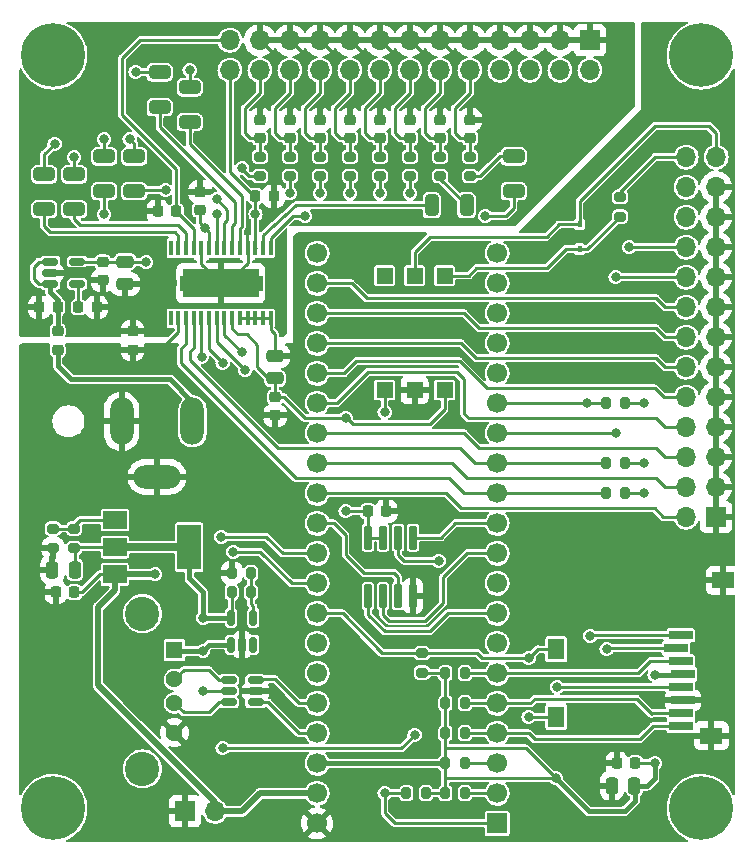
<source format=gbr>
%TF.GenerationSoftware,KiCad,Pcbnew,(6.0.5)*%
%TF.CreationDate,2023-03-04T13:24:12-08:00*%
%TF.ProjectId,DaisyRogue,44616973-7952-46f6-9775-652e6b696361,rev?*%
%TF.SameCoordinates,Original*%
%TF.FileFunction,Copper,L1,Top*%
%TF.FilePolarity,Positive*%
%FSLAX46Y46*%
G04 Gerber Fmt 4.6, Leading zero omitted, Abs format (unit mm)*
G04 Created by KiCad (PCBNEW (6.0.5)) date 2023-03-04 13:24:12*
%MOMM*%
%LPD*%
G01*
G04 APERTURE LIST*
G04 Aperture macros list*
%AMRoundRect*
0 Rectangle with rounded corners*
0 $1 Rounding radius*
0 $2 $3 $4 $5 $6 $7 $8 $9 X,Y pos of 4 corners*
0 Add a 4 corners polygon primitive as box body*
4,1,4,$2,$3,$4,$5,$6,$7,$8,$9,$2,$3,0*
0 Add four circle primitives for the rounded corners*
1,1,$1+$1,$2,$3*
1,1,$1+$1,$4,$5*
1,1,$1+$1,$6,$7*
1,1,$1+$1,$8,$9*
0 Add four rect primitives between the rounded corners*
20,1,$1+$1,$2,$3,$4,$5,0*
20,1,$1+$1,$4,$5,$6,$7,0*
20,1,$1+$1,$6,$7,$8,$9,0*
20,1,$1+$1,$8,$9,$2,$3,0*%
G04 Aperture macros list end*
%TA.AperFunction,EtchedComponent*%
%ADD10C,0.100000*%
%TD*%
%TA.AperFunction,SMDPad,CuDef*%
%ADD11RoundRect,0.225000X-0.250000X0.225000X-0.250000X-0.225000X0.250000X-0.225000X0.250000X0.225000X0*%
%TD*%
%TA.AperFunction,SMDPad,CuDef*%
%ADD12RoundRect,0.200000X-0.275000X0.200000X-0.275000X-0.200000X0.275000X-0.200000X0.275000X0.200000X0*%
%TD*%
%TA.AperFunction,SMDPad,CuDef*%
%ADD13RoundRect,0.218750X-0.256250X0.218750X-0.256250X-0.218750X0.256250X-0.218750X0.256250X0.218750X0*%
%TD*%
%TA.AperFunction,SMDPad,CuDef*%
%ADD14RoundRect,0.200000X0.200000X0.275000X-0.200000X0.275000X-0.200000X-0.275000X0.200000X-0.275000X0*%
%TD*%
%TA.AperFunction,SMDPad,CuDef*%
%ADD15R,2.000000X1.500000*%
%TD*%
%TA.AperFunction,SMDPad,CuDef*%
%ADD16R,2.000000X3.800000*%
%TD*%
%TA.AperFunction,SMDPad,CuDef*%
%ADD17RoundRect,0.225000X0.225000X0.250000X-0.225000X0.250000X-0.225000X-0.250000X0.225000X-0.250000X0*%
%TD*%
%TA.AperFunction,ConnectorPad*%
%ADD18C,5.400000*%
%TD*%
%TA.AperFunction,ComponentPad*%
%ADD19C,3.100000*%
%TD*%
%TA.AperFunction,SMDPad,CuDef*%
%ADD20RoundRect,0.250000X-0.650000X0.325000X-0.650000X-0.325000X0.650000X-0.325000X0.650000X0.325000X0*%
%TD*%
%TA.AperFunction,ComponentPad*%
%ADD21R,1.700000X1.700000*%
%TD*%
%TA.AperFunction,ComponentPad*%
%ADD22O,1.700000X1.700000*%
%TD*%
%TA.AperFunction,SMDPad,CuDef*%
%ADD23R,1.346200X1.320800*%
%TD*%
%TA.AperFunction,SMDPad,CuDef*%
%ADD24RoundRect,0.200000X0.275000X-0.200000X0.275000X0.200000X-0.275000X0.200000X-0.275000X-0.200000X0*%
%TD*%
%TA.AperFunction,SMDPad,CuDef*%
%ADD25RoundRect,0.200000X-0.200000X-0.275000X0.200000X-0.275000X0.200000X0.275000X-0.200000X0.275000X0*%
%TD*%
%TA.AperFunction,SMDPad,CuDef*%
%ADD26RoundRect,0.250000X-0.475000X0.250000X-0.475000X-0.250000X0.475000X-0.250000X0.475000X0.250000X0*%
%TD*%
%TA.AperFunction,SMDPad,CuDef*%
%ADD27RoundRect,0.150000X-0.512500X-0.150000X0.512500X-0.150000X0.512500X0.150000X-0.512500X0.150000X0*%
%TD*%
%TA.AperFunction,SMDPad,CuDef*%
%ADD28R,0.304800X1.270000*%
%TD*%
%TA.AperFunction,SMDPad,CuDef*%
%ADD29R,6.460000X2.400000*%
%TD*%
%TA.AperFunction,SMDPad,CuDef*%
%ADD30RoundRect,0.042000X0.258000X-0.943000X0.258000X0.943000X-0.258000X0.943000X-0.258000X-0.943000X0*%
%TD*%
%TA.AperFunction,ComponentPad*%
%ADD31C,2.895600*%
%TD*%
%TA.AperFunction,ComponentPad*%
%ADD32R,1.428000X1.428000*%
%TD*%
%TA.AperFunction,ComponentPad*%
%ADD33C,1.428000*%
%TD*%
%TA.AperFunction,SMDPad,CuDef*%
%ADD34RoundRect,0.150000X0.150000X-0.512500X0.150000X0.512500X-0.150000X0.512500X-0.150000X-0.512500X0*%
%TD*%
%TA.AperFunction,ComponentPad*%
%ADD35C,1.700000*%
%TD*%
%TA.AperFunction,SMDPad,CuDef*%
%ADD36RoundRect,0.225000X-0.225000X-0.250000X0.225000X-0.250000X0.225000X0.250000X-0.225000X0.250000X0*%
%TD*%
%TA.AperFunction,SMDPad,CuDef*%
%ADD37RoundRect,0.250000X0.325000X0.650000X-0.325000X0.650000X-0.325000X-0.650000X0.325000X-0.650000X0*%
%TD*%
%TA.AperFunction,SMDPad,CuDef*%
%ADD38R,0.450000X0.600000*%
%TD*%
%TA.AperFunction,SMDPad,CuDef*%
%ADD39RoundRect,0.150000X0.512500X0.150000X-0.512500X0.150000X-0.512500X-0.150000X0.512500X-0.150000X0*%
%TD*%
%TA.AperFunction,ComponentPad*%
%ADD40O,2.000000X4.000000*%
%TD*%
%TA.AperFunction,ComponentPad*%
%ADD41O,4.000000X2.000000*%
%TD*%
%TA.AperFunction,SMDPad,CuDef*%
%ADD42RoundRect,0.250000X0.250000X0.475000X-0.250000X0.475000X-0.250000X-0.475000X0.250000X-0.475000X0*%
%TD*%
%TA.AperFunction,SMDPad,CuDef*%
%ADD43R,2.000000X0.800000*%
%TD*%
%TA.AperFunction,SMDPad,CuDef*%
%ADD44R,1.400000X1.800000*%
%TD*%
%TA.AperFunction,SMDPad,CuDef*%
%ADD45R,1.900000X1.400000*%
%TD*%
%TA.AperFunction,ViaPad*%
%ADD46C,0.800000*%
%TD*%
%TA.AperFunction,Conductor*%
%ADD47C,0.254000*%
%TD*%
%TA.AperFunction,Conductor*%
%ADD48C,0.250000*%
%TD*%
%TA.AperFunction,Conductor*%
%ADD49C,0.406400*%
%TD*%
%TA.AperFunction,Conductor*%
%ADD50C,0.508000*%
%TD*%
%TA.AperFunction,Conductor*%
%ADD51C,0.635000*%
%TD*%
G04 APERTURE END LIST*
%TO.C,U3*%
G36*
X97823900Y-97857000D02*
G01*
X97573900Y-97857000D01*
X97573900Y-96707000D01*
X97823900Y-96707000D01*
X97823900Y-97857000D01*
G37*
D10*
X97823900Y-97857000D02*
X97573900Y-97857000D01*
X97573900Y-96707000D01*
X97823900Y-96707000D01*
X97823900Y-97857000D01*
G36*
X104533900Y-97857000D02*
G01*
X104283900Y-97857000D01*
X104283900Y-96707000D01*
X104533900Y-96707000D01*
X104533900Y-97857000D01*
G37*
X104533900Y-97857000D02*
X104283900Y-97857000D01*
X104283900Y-96707000D01*
X104533900Y-96707000D01*
X104533900Y-97857000D01*
%TD*%
D11*
%TO.P,C2,1*%
%TO.N,+3V3*%
X105664000Y-106921000D03*
%TO.P,C2,2*%
%TO.N,GND*%
X105664000Y-108471000D03*
%TD*%
D12*
%TO.P,R8,1*%
%TO.N,Net-(C17-Pad2)*%
X106934000Y-86551000D03*
%TO.P,R8,2*%
%TO.N,Net-(C6-Pad2)*%
X106934000Y-88201000D03*
%TD*%
%TO.P,R13,1*%
%TO.N,Net-(R13-Pad1)*%
X86868000Y-118047000D03*
%TO.P,R13,2*%
%TO.N,GND*%
X86868000Y-119697000D03*
%TD*%
D11*
%TO.P,C15,1*%
%TO.N,GNDA*%
X112014000Y-83426000D03*
%TO.P,C15,2*%
%TO.N,Net-(C15-Pad2)*%
X112014000Y-84976000D03*
%TD*%
%TO.P,C25,1*%
%TO.N,+5VA*%
X91059000Y-95491000D03*
%TO.P,C25,2*%
%TO.N,GNDA*%
X91059000Y-97041000D03*
%TD*%
D13*
%TO.P,FB2,1*%
%TO.N,GNDA*%
X93599000Y-101320500D03*
%TO.P,FB2,2*%
%TO.N,GND*%
X93599000Y-102895500D03*
%TD*%
D14*
%TO.P,R4,1*%
%TO.N,+3V3*%
X135318000Y-115062000D03*
%TO.P,R4,2*%
%TO.N,/Audio/SCL*%
X133668000Y-115062000D03*
%TD*%
D15*
%TO.P,U5,1,GND*%
%TO.N,Net-(R13-Pad1)*%
X92100000Y-117334000D03*
D16*
%TO.P,U5,2,VO*%
%TO.N,+5V*%
X98400000Y-119634000D03*
D15*
X92100000Y-119634000D03*
%TO.P,U5,3,VI*%
%TO.N,/Daisy/VIN*%
X92100000Y-121934000D03*
%TD*%
D17*
%TO.P,C29,1*%
%TO.N,+3V3*%
X136157000Y-137922000D03*
%TO.P,C29,2*%
%TO.N,GND*%
X134607000Y-137922000D03*
%TD*%
D12*
%TO.P,R12,1*%
%TO.N,Net-(C18-Pad2)*%
X104394000Y-86551000D03*
%TO.P,R12,2*%
%TO.N,Net-(C10-Pad2)*%
X104394000Y-88201000D03*
%TD*%
D11*
%TO.P,C21,1*%
%TO.N,GNDA*%
X99314000Y-89522000D03*
%TO.P,C21,2*%
%TO.N,+5VA*%
X99314000Y-91072000D03*
%TD*%
D12*
%TO.P,R10,1*%
%TO.N,Net-(C14-Pad2)*%
X114554000Y-86551000D03*
%TO.P,R10,2*%
%TO.N,Net-(C8-Pad2)*%
X114554000Y-88201000D03*
%TD*%
D14*
%TO.P,R23,1*%
%TO.N,Net-(R22-Pad2)*%
X103631000Y-121793000D03*
%TO.P,R23,2*%
%TO.N,GND*%
X101981000Y-121793000D03*
%TD*%
%TO.P,R15,1*%
%TO.N,+3V3*%
X135318000Y-107442000D03*
%TO.P,R15,2*%
%TO.N,/Daisy/RX*%
X133668000Y-107442000D03*
%TD*%
D18*
%TO.P,H4,1*%
%TO.N,N/C*%
X86868000Y-141732000D03*
D19*
X86868000Y-141732000D03*
%TD*%
D17*
%TO.P,C19,1*%
%TO.N,/Audio/VCOM*%
X97295000Y-91186000D03*
%TO.P,C19,2*%
%TO.N,GNDA*%
X95745000Y-91186000D03*
%TD*%
D11*
%TO.P,C13,1*%
%TO.N,GNDA*%
X117094000Y-83426000D03*
%TO.P,C13,2*%
%TO.N,Net-(C13-Pad2)*%
X117094000Y-84976000D03*
%TD*%
D20*
%TO.P,C5,1*%
%TO.N,/Audio/OUT4*%
X93726000Y-89486000D03*
%TO.P,C5,2*%
%TO.N,Net-(C5-Pad2)*%
X93726000Y-86536000D03*
%TD*%
D21*
%TO.P,J3,1,Pin_1*%
%TO.N,GND*%
X98039000Y-141986000D03*
D22*
%TO.P,J3,2,Pin_2*%
%TO.N,/Daisy/VIN*%
X100579000Y-141986000D03*
%TD*%
D23*
%TO.P,U2,1,Anode*%
%TO.N,Net-(D1-Pad1)*%
X120015000Y-96627800D03*
%TO.P,U2,2,Cathode*%
%TO.N,/Interfaces/MC*%
X117475000Y-96627800D03*
%TO.P,U2,3,NC*%
%TO.N,unconnected-(U2-Pad3)*%
X114935000Y-96627800D03*
%TO.P,U2,4,VO*%
%TO.N,/Daisy/MIDI_IN*%
X114935000Y-106318200D03*
%TO.P,U2,5,GND*%
%TO.N,GND*%
X117475000Y-106318200D03*
%TO.P,U2,6,VCC*%
%TO.N,+3V3*%
X120015000Y-106318200D03*
%TD*%
D12*
%TO.P,R2,1*%
%TO.N,/Interfaces/MA*%
X134874000Y-89980000D03*
%TO.P,R2,2*%
%TO.N,Net-(D1-Pad1)*%
X134874000Y-91630000D03*
%TD*%
%TO.P,R6,1*%
%TO.N,Net-(C13-Pad2)*%
X117094000Y-86551000D03*
%TO.P,R6,2*%
%TO.N,Net-(C4-Pad2)*%
X117094000Y-88201000D03*
%TD*%
D24*
%TO.P,R21,1*%
%TO.N,+3V3*%
X118110000Y-130238000D03*
%TO.P,R21,2*%
%TO.N,/Daisy/SD_CD*%
X118110000Y-128588000D03*
%TD*%
D25*
%TO.P,R20,1*%
%TO.N,+3V3*%
X120079000Y-140462000D03*
%TO.P,R20,2*%
%TO.N,/Daisy/SD_D3*%
X121729000Y-140462000D03*
%TD*%
D21*
%TO.P,J2,1,Pin_1*%
%TO.N,GNDA*%
X132319000Y-76703000D03*
D22*
%TO.P,J2,2,Pin_2*%
%TO.N,/Audio/IN1*%
X132319000Y-79243000D03*
%TO.P,J2,3,Pin_3*%
%TO.N,GNDA*%
X129779000Y-76703000D03*
%TO.P,J2,4,Pin_4*%
%TO.N,/Audio/IN2*%
X129779000Y-79243000D03*
%TO.P,J2,5,Pin_5*%
%TO.N,GNDA*%
X127239000Y-76703000D03*
%TO.P,J2,6,Pin_6*%
%TO.N,/Audio/OUT9*%
X127239000Y-79243000D03*
%TO.P,J2,7,Pin_7*%
%TO.N,GNDA*%
X124699000Y-76703000D03*
%TO.P,J2,8,Pin_8*%
%TO.N,/Audio/OUT10*%
X124699000Y-79243000D03*
%TO.P,J2,9,Pin_9*%
%TO.N,GNDA*%
X122159000Y-76703000D03*
%TO.P,J2,10,Pin_10*%
%TO.N,Net-(C11-Pad2)*%
X122159000Y-79243000D03*
%TO.P,J2,11,Pin_11*%
%TO.N,GNDA*%
X119619000Y-76703000D03*
%TO.P,J2,12,Pin_12*%
%TO.N,Net-(C12-Pad2)*%
X119619000Y-79243000D03*
%TO.P,J2,13,Pin_13*%
%TO.N,GNDA*%
X117079000Y-76703000D03*
%TO.P,J2,14,Pin_14*%
%TO.N,Net-(C13-Pad2)*%
X117079000Y-79243000D03*
%TO.P,J2,15,Pin_15*%
%TO.N,GNDA*%
X114539000Y-76703000D03*
%TO.P,J2,16,Pin_16*%
%TO.N,Net-(C14-Pad2)*%
X114539000Y-79243000D03*
%TO.P,J2,17,Pin_17*%
%TO.N,GNDA*%
X111999000Y-76703000D03*
%TO.P,J2,18,Pin_18*%
%TO.N,Net-(C15-Pad2)*%
X111999000Y-79243000D03*
%TO.P,J2,19,Pin_19*%
%TO.N,GNDA*%
X109459000Y-76703000D03*
%TO.P,J2,20,Pin_20*%
%TO.N,Net-(C16-Pad2)*%
X109459000Y-79243000D03*
%TO.P,J2,21,Pin_21*%
%TO.N,GNDA*%
X106919000Y-76703000D03*
%TO.P,J2,22,Pin_22*%
%TO.N,Net-(C17-Pad2)*%
X106919000Y-79243000D03*
%TO.P,J2,23,Pin_23*%
%TO.N,GNDA*%
X104379000Y-76703000D03*
%TO.P,J2,24,Pin_24*%
%TO.N,Net-(C18-Pad2)*%
X104379000Y-79243000D03*
%TO.P,J2,25,Pin_25*%
%TO.N,/Audio/VCOM*%
X101839000Y-76703000D03*
%TO.P,J2,26,Pin_26*%
%TO.N,+5VA*%
X101839000Y-79243000D03*
%TD*%
D12*
%TO.P,R11,1*%
%TO.N,Net-(C16-Pad2)*%
X109474000Y-86551000D03*
%TO.P,R11,2*%
%TO.N,Net-(C9-Pad2)*%
X109474000Y-88201000D03*
%TD*%
D21*
%TO.P,J1,1,Pin_1*%
%TO.N,GND*%
X143007000Y-117079000D03*
D22*
%TO.P,J1,2,Pin_2*%
%TO.N,/Daisy/T1*%
X140467000Y-117079000D03*
%TO.P,J1,3,Pin_3*%
%TO.N,GND*%
X143007000Y-114539000D03*
%TO.P,J1,4,Pin_4*%
%TO.N,/Daisy/T2*%
X140467000Y-114539000D03*
%TO.P,J1,5,Pin_5*%
%TO.N,GND*%
X143007000Y-111999000D03*
%TO.P,J1,6,Pin_6*%
%TO.N,/Daisy/T3*%
X140467000Y-111999000D03*
%TO.P,J1,7,Pin_7*%
%TO.N,GND*%
X143007000Y-109459000D03*
%TO.P,J1,8,Pin_8*%
%TO.N,/Daisy/T4*%
X140467000Y-109459000D03*
%TO.P,J1,9,Pin_9*%
%TO.N,GND*%
X143007000Y-106919000D03*
%TO.P,J1,10,Pin_10*%
%TO.N,/Daisy/T5*%
X140467000Y-106919000D03*
%TO.P,J1,11,Pin_11*%
%TO.N,GND*%
X143007000Y-104379000D03*
%TO.P,J1,12,Pin_12*%
%TO.N,/Daisy/T6*%
X140467000Y-104379000D03*
%TO.P,J1,13,Pin_13*%
%TO.N,GND*%
X143007000Y-101839000D03*
%TO.P,J1,14,Pin_14*%
%TO.N,/Daisy/T7*%
X140467000Y-101839000D03*
%TO.P,J1,15,Pin_15*%
%TO.N,GND*%
X143007000Y-99299000D03*
%TO.P,J1,16,Pin_16*%
%TO.N,/Daisy/T8*%
X140467000Y-99299000D03*
%TO.P,J1,17,Pin_17*%
%TO.N,GND*%
X143007000Y-96759000D03*
%TO.P,J1,18,Pin_18*%
%TO.N,/Daisy/TX*%
X140467000Y-96759000D03*
%TO.P,J1,19,Pin_19*%
%TO.N,GND*%
X143007000Y-94219000D03*
%TO.P,J1,20,Pin_20*%
%TO.N,/Daisy/RX*%
X140467000Y-94219000D03*
%TO.P,J1,21,Pin_21*%
%TO.N,GND*%
X143007000Y-91679000D03*
%TO.P,J1,22,Pin_22*%
%TO.N,+3V3*%
X140467000Y-91679000D03*
%TO.P,J1,23,Pin_23*%
%TO.N,GND*%
X143007000Y-89139000D03*
%TO.P,J1,24,Pin_24*%
%TO.N,+5V*%
X140467000Y-89139000D03*
%TO.P,J1,25,Pin_25*%
%TO.N,/Interfaces/MC*%
X143007000Y-86599000D03*
%TO.P,J1,26,Pin_26*%
%TO.N,/Interfaces/MA*%
X140467000Y-86599000D03*
%TD*%
D12*
%TO.P,R9,1*%
%TO.N,Net-(C12-Pad2)*%
X119634000Y-86551000D03*
%TO.P,R9,2*%
%TO.N,Net-(C7-Pad2)*%
X119634000Y-88201000D03*
%TD*%
D13*
%TO.P,FB1,1*%
%TO.N,Net-(C23-Pad2)*%
X87249000Y-101320500D03*
%TO.P,FB1,2*%
%TO.N,/Daisy/VIN*%
X87249000Y-102895500D03*
%TD*%
D20*
%TO.P,C10,1*%
%TO.N,/Audio/OUT1*%
X86106000Y-91010000D03*
%TO.P,C10,2*%
%TO.N,Net-(C10-Pad2)*%
X86106000Y-88060000D03*
%TD*%
D25*
%TO.P,R16,1*%
%TO.N,+3V3*%
X120079000Y-130302000D03*
%TO.P,R16,2*%
%TO.N,/Daisy/SD_CMD*%
X121729000Y-130302000D03*
%TD*%
D12*
%TO.P,R14,1*%
%TO.N,Net-(R13-Pad1)*%
X88646000Y-118047000D03*
%TO.P,R14,2*%
%TO.N,+5V*%
X88646000Y-119697000D03*
%TD*%
D20*
%TO.P,C9,1*%
%TO.N,/Audio/OUT3*%
X91186000Y-89486000D03*
%TO.P,C9,2*%
%TO.N,Net-(C9-Pad2)*%
X91186000Y-86536000D03*
%TD*%
D11*
%TO.P,C14,1*%
%TO.N,GNDA*%
X114554000Y-83426000D03*
%TO.P,C14,2*%
%TO.N,Net-(C14-Pad2)*%
X114554000Y-84976000D03*
%TD*%
D19*
%TO.P,H3,1*%
%TO.N,N/C*%
X141732000Y-141732000D03*
D18*
X141732000Y-141732000D03*
%TD*%
D20*
%TO.P,C4,1*%
%TO.N,/Audio/OUT6*%
X98425000Y-83644000D03*
%TO.P,C4,2*%
%TO.N,Net-(C4-Pad2)*%
X98425000Y-80694000D03*
%TD*%
D11*
%TO.P,C12,1*%
%TO.N,GNDA*%
X119634000Y-83426000D03*
%TO.P,C12,2*%
%TO.N,Net-(C12-Pad2)*%
X119634000Y-84976000D03*
%TD*%
D26*
%TO.P,C1,1*%
%TO.N,GND*%
X105664000Y-103444000D03*
%TO.P,C1,2*%
%TO.N,+3V3*%
X105664000Y-105344000D03*
%TD*%
D27*
%TO.P,U4,1,VIN*%
%TO.N,Net-(C23-Pad2)*%
X86619500Y-95443000D03*
%TO.P,U4,2,GND*%
%TO.N,GNDA*%
X86619500Y-96393000D03*
%TO.P,U4,3,ON/~{OFF}*%
%TO.N,Net-(C23-Pad2)*%
X86619500Y-97343000D03*
%TO.P,U4,4,BP*%
%TO.N,Net-(C24-Pad2)*%
X88894500Y-97343000D03*
%TO.P,U4,5,VOUT*%
%TO.N,+5VA*%
X88894500Y-95443000D03*
%TD*%
D28*
%TO.P,U3,1,ZR1/ZR1/FMT0*%
%TO.N,unconnected-(U3-Pad1)*%
X96828826Y-100253800D03*
%TO.P,U3,2,\u002AMS/ADR/FMT1*%
%TO.N,GND*%
X97478837Y-100253800D03*
%TO.P,U3,3,MC/SCL/DEMP*%
%TO.N,/Audio/SCL*%
X98128849Y-100253800D03*
%TO.P,U3,4,MD/SDA/MUTE*%
%TO.N,/Audio/SDA*%
X98778860Y-100253800D03*
%TO.P,U3,5,SCK*%
%TO.N,/Audio/TDM_MCLK*%
X99428872Y-100253800D03*
%TO.P,U3,6,DATA1*%
%TO.N,/Audio/TDM_DO*%
X100078883Y-100253800D03*
%TO.P,U3,7,BCK*%
%TO.N,/Audio/TDM_BCLK*%
X100728894Y-100253800D03*
%TO.P,U3,8,LRCK*%
%TO.N,/Audio/TDM_FS*%
X101378906Y-100253800D03*
%TO.P,U3,9,VDD*%
%TO.N,+3V3*%
X102028917Y-100253800D03*
%TO.P,U3,10,DGND*%
%TO.N,GND*%
X102678928Y-100253800D03*
%TO.P,U3,11,DATA2*%
X103328940Y-100253800D03*
%TO.P,U3,12,DATA3*%
X103978951Y-100253800D03*
%TO.P,U3,13,DATA4*%
X104628963Y-100253800D03*
%TO.P,U3,14,MSEL*%
X105278974Y-100253800D03*
%TO.P,U3,15,VOUT8*%
%TO.N,/Audio/OUT8*%
X105278974Y-94310200D03*
%TO.P,U3,16,VOUT7*%
%TO.N,/Audio/OUT7*%
X104628963Y-94310200D03*
%TO.P,U3,17,VCC1*%
%TO.N,+5VA*%
X103978951Y-94310200D03*
%TO.P,U3,18,AGND1*%
%TO.N,GNDA*%
X103328940Y-94310200D03*
%TO.P,U3,19,VOUT6*%
%TO.N,/Audio/OUT6*%
X102678928Y-94310200D03*
%TO.P,U3,20,VOUT5*%
%TO.N,/Audio/OUT5*%
X102028917Y-94310200D03*
%TO.P,U3,21,VOUT4*%
%TO.N,/Audio/OUT4*%
X101378906Y-94310200D03*
%TO.P,U3,22,VOUT3*%
%TO.N,/Audio/OUT3*%
X100728894Y-94310200D03*
%TO.P,U3,23,VCC2*%
%TO.N,+5VA*%
X100078883Y-94310200D03*
%TO.P,U3,24,AGND2*%
%TO.N,GNDA*%
X99428872Y-94310200D03*
%TO.P,U3,25,VCOM*%
%TO.N,/Audio/VCOM*%
X98778860Y-94310200D03*
%TO.P,U3,26,VOUT2*%
%TO.N,/Audio/OUT2*%
X98128849Y-94310200D03*
%TO.P,U3,27,VOUT1*%
%TO.N,/Audio/OUT1*%
X97478837Y-94310200D03*
%TO.P,U3,28,ZR2*%
%TO.N,unconnected-(U3-Pad28)*%
X96828826Y-94310200D03*
D29*
%TO.P,U3,29,EPAD*%
%TO.N,GNDA*%
X101053900Y-97282000D03*
%TD*%
D17*
%TO.P,C28,1*%
%TO.N,GND*%
X115075000Y-116586000D03*
%TO.P,C28,2*%
%TO.N,+3V3*%
X113525000Y-116586000D03*
%TD*%
D11*
%TO.P,C17,1*%
%TO.N,GNDA*%
X106934000Y-83426000D03*
%TO.P,C17,2*%
%TO.N,Net-(C17-Pad2)*%
X106934000Y-84976000D03*
%TD*%
D30*
%TO.P,U6,1,~{CS}*%
%TO.N,/Daisy/MEM_CS*%
X113538000Y-123755000D03*
%TO.P,U6,2,SO*%
%TO.N,/Daisy/MEM_MISO*%
X114808000Y-123755000D03*
%TO.P,U6,3,~{WP}*%
%TO.N,/Daisy/MEM_WP*%
X116078000Y-123755000D03*
%TO.P,U6,4,GND*%
%TO.N,GND*%
X117348000Y-123755000D03*
%TO.P,U6,5,SI*%
%TO.N,/Daisy/MEM_MOSI*%
X117348000Y-118815000D03*
%TO.P,U6,6,SCK*%
%TO.N,/Daisy/MEM_SCK*%
X116078000Y-118815000D03*
%TO.P,U6,7,~{HOLD}*%
%TO.N,+3V3*%
X114808000Y-118815000D03*
%TO.P,U6,8,VCC*%
X113538000Y-118815000D03*
%TD*%
D31*
%TO.P,P1,*%
%TO.N,*%
X94436000Y-138396000D03*
X94436000Y-125256000D03*
D32*
%TO.P,P1,1,VBUS*%
%TO.N,Net-(P1-Pad1)*%
X97146000Y-128326000D03*
D33*
%TO.P,P1,2,D-*%
%TO.N,Net-(P1-Pad2)*%
X97146000Y-130826000D03*
%TO.P,P1,3,D+*%
%TO.N,Net-(P1-Pad3)*%
X97146000Y-132826000D03*
%TO.P,P1,4,GND*%
%TO.N,GND*%
X97146000Y-135326000D03*
%TD*%
D25*
%TO.P,R1,1*%
%TO.N,/Daisy/MIDI_IN*%
X116777000Y-140462000D03*
%TO.P,R1,2*%
%TO.N,+3V3*%
X118427000Y-140462000D03*
%TD*%
D17*
%TO.P,C24,1*%
%TO.N,GNDA*%
X90564000Y-99314000D03*
%TO.P,C24,2*%
%TO.N,Net-(C24-Pad2)*%
X89014000Y-99314000D03*
%TD*%
D14*
%TO.P,R3,1*%
%TO.N,+3V3*%
X135318000Y-112522000D03*
%TO.P,R3,2*%
%TO.N,/Audio/SDA*%
X133668000Y-112522000D03*
%TD*%
D34*
%TO.P,U7,1,OUT*%
%TO.N,Net-(P1-Pad1)*%
X101920000Y-127883500D03*
%TO.P,U7,2,GND*%
%TO.N,GND*%
X102870000Y-127883500D03*
%TO.P,U7,3,FAULT*%
%TO.N,unconnected-(U7-Pad3)*%
X103820000Y-127883500D03*
%TO.P,U7,4,EN*%
%TO.N,Net-(R22-Pad2)*%
X103820000Y-125608500D03*
%TO.P,U7,5,IN*%
%TO.N,+5V*%
X101920000Y-125608500D03*
%TD*%
D21*
%TO.P,A1,1,USB_HS_ID*%
%TO.N,/Daisy/MIDI_IN*%
X124460000Y-143002000D03*
D35*
%TO.P,A1,2,SDMMC1_D3*%
%TO.N,/Daisy/SD_D3*%
X124460000Y-140462000D03*
%TO.P,A1,3,SDMMC1_D2*%
%TO.N,/Daisy/SD_D2*%
X124460000Y-137922000D03*
%TO.P,A1,4,SDMMC1_D1*%
%TO.N,/Daisy/SD_D1*%
X124460000Y-135382000D03*
%TO.P,A1,5,SDMMC1_D0*%
%TO.N,/Daisy/SD_D0*%
X124460000Y-132842000D03*
%TO.P,A1,6,SDMMC1_CMD*%
%TO.N,/Daisy/SD_CMD*%
X124460000Y-130302000D03*
%TO.P,A1,7,SDMMC1_CK*%
%TO.N,/Daisy/SD_CLK*%
X124460000Y-127762000D03*
%TO.P,A1,8,SPI1_NSS*%
%TO.N,/Daisy/MEM_CS*%
X124460000Y-125222000D03*
%TO.P,A1,9,SPI1_SCK*%
%TO.N,/Daisy/MEM_SCK*%
X124460000Y-122682000D03*
%TO.P,A1,10,SPI1_MISO*%
%TO.N,/Daisy/MEM_MISO*%
X124460000Y-120142000D03*
%TO.P,A1,11,SPI1_MOSI*%
%TO.N,/Daisy/MEM_MOSI*%
X124460000Y-117602000D03*
%TO.P,A1,12,I2C1_SCL*%
%TO.N,/Audio/SCL*%
X124460000Y-115062000D03*
%TO.P,A1,13,I2C1_SDA*%
%TO.N,/Audio/SDA*%
X124460000Y-112522000D03*
%TO.P,A1,14,USART1_TX*%
%TO.N,/Daisy/TX*%
X124460000Y-109982000D03*
%TO.P,A1,15,USART1_RX*%
%TO.N,/Daisy/RX*%
X124460000Y-107442000D03*
%TO.P,A1,16,AUDIO_IN_L*%
%TO.N,/Audio/IN1*%
X124460000Y-104902000D03*
%TO.P,A1,17,AUDIO_IN_R*%
%TO.N,/Audio/IN2*%
X124460000Y-102362000D03*
%TO.P,A1,18,AUDIO_OUT_L*%
%TO.N,/Audio/OUT9*%
X124460000Y-99822000D03*
%TO.P,A1,19,AUDIO_OUT_R*%
%TO.N,/Audio/OUT10*%
X124460000Y-97282000D03*
%TO.P,A1,20,AGND*%
%TO.N,GNDA*%
X124460000Y-94742000D03*
%TO.P,A1,21,3V3_A*%
%TO.N,unconnected-(A1-Pad21)*%
X109220000Y-94742000D03*
%TO.P,A1,22,ADC_INP10*%
%TO.N,/Daisy/T8*%
X109220000Y-97282000D03*
%TO.P,A1,23,ADC_INP15*%
%TO.N,/Daisy/T7*%
X109220000Y-99822000D03*
%TO.P,A1,24,ADC_INP5*%
%TO.N,/Daisy/T6*%
X109220000Y-102362000D03*
%TO.P,A1,25,ADC_INP7*%
%TO.N,/Daisy/T5*%
X109220000Y-104902000D03*
%TO.P,A1,26,ADC_INP3*%
%TO.N,/Daisy/T4*%
X109220000Y-107442000D03*
%TO.P,A1,27,ADC_INP11*%
%TO.N,/Daisy/T3*%
X109220000Y-109982000D03*
%TO.P,A1,28,ADC1_INP4*%
%TO.N,/Daisy/T2*%
X109220000Y-112522000D03*
%TO.P,A1,29,DAC1_OUT2*%
%TO.N,/Daisy/T1*%
X109220000Y-115062000D03*
%TO.P,A1,30,DAC1_OUT1*%
%TO.N,/Daisy/MEM_WP*%
X109220000Y-117602000D03*
%TO.P,A1,31,SAI2_MCLK_B*%
%TO.N,/Audio/TDM_MCLK*%
X109220000Y-120142000D03*
%TO.P,A1,32,SAI2_SD_B*%
%TO.N,/Audio/TDM_DO*%
X109220000Y-122682000D03*
%TO.P,A1,33,SAI2_SD_A*%
%TO.N,/Daisy/SD_CD*%
X109220000Y-125222000D03*
%TO.P,A1,34,SAI2_FS_B*%
%TO.N,/Audio/TDM_FS*%
X109220000Y-127762000D03*
%TO.P,A1,35,SAI2_SCK_B*%
%TO.N,/Audio/TDM_BCLK*%
X109220000Y-130302000D03*
%TO.P,A1,36,USB_HS_D_-*%
%TO.N,/Daisy/DM*%
X109220000Y-132842000D03*
%TO.P,A1,37,USB_HS_D_+*%
%TO.N,/Daisy/DP*%
X109220000Y-135382000D03*
%TO.P,A1,38,3V3_D*%
%TO.N,+3V3*%
X109220000Y-137922000D03*
%TO.P,A1,39,VIN*%
%TO.N,/Daisy/VIN*%
X109220000Y-140462000D03*
%TO.P,A1,40,GND*%
%TO.N,GND*%
X109220000Y-143002000D03*
%TD*%
D17*
%TO.P,C26,1*%
%TO.N,/Daisy/VIN*%
X88659000Y-123444000D03*
%TO.P,C26,2*%
%TO.N,GND*%
X87109000Y-123444000D03*
%TD*%
D11*
%TO.P,C16,1*%
%TO.N,GNDA*%
X109474000Y-83426000D03*
%TO.P,C16,2*%
%TO.N,Net-(C16-Pad2)*%
X109474000Y-84976000D03*
%TD*%
D20*
%TO.P,C8,1*%
%TO.N,/Audio/OUT5*%
X95885000Y-82374000D03*
%TO.P,C8,2*%
%TO.N,Net-(C8-Pad2)*%
X95885000Y-79424000D03*
%TD*%
D19*
%TO.P,H2,1*%
%TO.N,N/C*%
X141732000Y-77978000D03*
D18*
X141732000Y-77978000D03*
%TD*%
D11*
%TO.P,C11,1*%
%TO.N,GNDA*%
X122174000Y-83426000D03*
%TO.P,C11,2*%
%TO.N,Net-(C11-Pad2)*%
X122174000Y-84976000D03*
%TD*%
D12*
%TO.P,R7,1*%
%TO.N,Net-(C15-Pad2)*%
X112014000Y-86551000D03*
%TO.P,R7,2*%
%TO.N,Net-(C5-Pad2)*%
X112014000Y-88201000D03*
%TD*%
D36*
%TO.P,C20,1*%
%TO.N,+5VA*%
X104000000Y-89916000D03*
%TO.P,C20,2*%
%TO.N,GNDA*%
X105550000Y-89916000D03*
%TD*%
D26*
%TO.P,C22,1*%
%TO.N,+5VA*%
X92964000Y-95443000D03*
%TO.P,C22,2*%
%TO.N,GNDA*%
X92964000Y-97343000D03*
%TD*%
D37*
%TO.P,C7,1*%
%TO.N,/Audio/OUT7*%
X118921000Y-90678000D03*
%TO.P,C7,2*%
%TO.N,Net-(C7-Pad2)*%
X121871000Y-90678000D03*
%TD*%
D25*
%TO.P,R22,1*%
%TO.N,+5V*%
X101982000Y-123444000D03*
%TO.P,R22,2*%
%TO.N,Net-(R22-Pad2)*%
X103632000Y-123444000D03*
%TD*%
D38*
%TO.P,D1,1,K*%
%TO.N,Net-(D1-Pad1)*%
X131445000Y-94395000D03*
%TO.P,D1,2,A*%
%TO.N,/Interfaces/MC*%
X131445000Y-92295000D03*
%TD*%
D20*
%TO.P,C6,1*%
%TO.N,/Audio/OUT2*%
X88646000Y-91010000D03*
%TO.P,C6,2*%
%TO.N,Net-(C6-Pad2)*%
X88646000Y-88060000D03*
%TD*%
D39*
%TO.P,U1,1,I/O1*%
%TO.N,/Daisy/DP*%
X104007500Y-132776000D03*
%TO.P,U1,2,GND*%
%TO.N,GND*%
X104007500Y-131826000D03*
%TO.P,U1,3,I/O2*%
%TO.N,/Daisy/DM*%
X104007500Y-130876000D03*
%TO.P,U1,4,I/O2*%
%TO.N,Net-(P1-Pad2)*%
X101732500Y-130876000D03*
%TO.P,U1,5,VBUS*%
%TO.N,Net-(P1-Pad1)*%
X101732500Y-131826000D03*
%TO.P,U1,6,I/O1*%
%TO.N,Net-(P1-Pad3)*%
X101732500Y-132776000D03*
%TD*%
D25*
%TO.P,R19,1*%
%TO.N,+3V3*%
X120079000Y-137922000D03*
%TO.P,R19,2*%
%TO.N,/Daisy/SD_D2*%
X121729000Y-137922000D03*
%TD*%
D11*
%TO.P,C18,1*%
%TO.N,GNDA*%
X104394000Y-83426000D03*
%TO.P,C18,2*%
%TO.N,Net-(C18-Pad2)*%
X104394000Y-84976000D03*
%TD*%
D12*
%TO.P,R5,1*%
%TO.N,Net-(C11-Pad2)*%
X122174000Y-86551000D03*
%TO.P,R5,2*%
%TO.N,Net-(C3-Pad2)*%
X122174000Y-88201000D03*
%TD*%
D40*
%TO.P,J4,1*%
%TO.N,/Daisy/VIN*%
X98668500Y-108966000D03*
%TO.P,J4,2*%
%TO.N,GND*%
X92668500Y-108966000D03*
D41*
%TO.P,J4,3*%
X95668500Y-113666000D03*
%TD*%
D19*
%TO.P,H1,1*%
%TO.N,N/C*%
X86868000Y-77978000D03*
D18*
X86868000Y-77978000D03*
%TD*%
D42*
%TO.P,C27,1*%
%TO.N,+5V*%
X88707000Y-121539000D03*
%TO.P,C27,2*%
%TO.N,GND*%
X86807000Y-121539000D03*
%TD*%
%TO.P,C30,1*%
%TO.N,+3V3*%
X136078000Y-139827000D03*
%TO.P,C30,2*%
%TO.N,GND*%
X134178000Y-139827000D03*
%TD*%
D43*
%TO.P,J5,1,DAT2*%
%TO.N,/Daisy/SD_D2*%
X140004000Y-127092000D03*
%TO.P,J5,2,CD/DAT3*%
%TO.N,/Daisy/SD_D3*%
X139604000Y-128192000D03*
%TO.P,J5,3,CMD*%
%TO.N,/Daisy/SD_CMD*%
X140004000Y-129292000D03*
%TO.P,J5,4,VDD*%
%TO.N,+3V3*%
X140204000Y-130392000D03*
%TO.P,J5,5,CLK*%
%TO.N,/Daisy/SD_CLK*%
X140004000Y-131492000D03*
%TO.P,J5,6,VSS*%
%TO.N,GND*%
X140204000Y-132592000D03*
%TO.P,J5,7,DAT0*%
%TO.N,/Daisy/SD_D0*%
X140004000Y-133692000D03*
%TO.P,J5,8,DAT1*%
%TO.N,/Daisy/SD_D1*%
X140004000Y-134792000D03*
D44*
%TO.P,J5,9,CD1*%
%TO.N,/Daisy/SD_CD*%
X129454000Y-133982000D03*
%TO.P,J5,10,CD2*%
X129454000Y-128282000D03*
D45*
%TO.P,J5,11,GND*%
%TO.N,GND*%
X142604000Y-135582000D03*
%TO.P,J5,12,GND*%
X143604000Y-122432000D03*
%TD*%
D25*
%TO.P,R18,1*%
%TO.N,+3V3*%
X120079000Y-135382000D03*
%TO.P,R18,2*%
%TO.N,/Daisy/SD_D1*%
X121729000Y-135382000D03*
%TD*%
D36*
%TO.P,C23,1*%
%TO.N,GNDA*%
X85712000Y-99314000D03*
%TO.P,C23,2*%
%TO.N,Net-(C23-Pad2)*%
X87262000Y-99314000D03*
%TD*%
D20*
%TO.P,C3,1*%
%TO.N,/Audio/OUT8*%
X125857000Y-89486000D03*
%TO.P,C3,2*%
%TO.N,Net-(C3-Pad2)*%
X125857000Y-86536000D03*
%TD*%
D25*
%TO.P,R17,1*%
%TO.N,+3V3*%
X120079000Y-132842000D03*
%TO.P,R17,2*%
%TO.N,/Daisy/SD_D0*%
X121729000Y-132842000D03*
%TD*%
D46*
%TO.N,GNDA*%
X90043000Y-82931000D03*
X123571000Y-89662000D03*
X93853000Y-81788000D03*
X94742000Y-99187000D03*
%TO.N,/Daisy/MIDI_IN*%
X114935000Y-140462000D03*
X114935000Y-108204000D03*
%TO.N,+3V3*%
X137795000Y-137922000D03*
X129413000Y-139192000D03*
X136906000Y-115062000D03*
X136906000Y-112522000D03*
X111633000Y-108712000D03*
X136906000Y-107442000D03*
X111633000Y-116586000D03*
X137795000Y-130429000D03*
%TO.N,GND*%
X138176000Y-90297000D03*
X87249000Y-115443000D03*
X117475000Y-108204000D03*
X128778000Y-118999000D03*
X102870000Y-138684000D03*
X106553000Y-110109000D03*
X133350000Y-102362000D03*
X112268000Y-95123000D03*
X117475000Y-132715000D03*
X128651000Y-104902000D03*
X96266000Y-103505000D03*
X106553000Y-116332000D03*
X135636000Y-99822000D03*
X129032000Y-142367000D03*
%TO.N,/Daisy/TX*%
X134493000Y-96774000D03*
X134493000Y-109982000D03*
%TO.N,/Daisy/RX*%
X132080000Y-107442000D03*
X135636000Y-94234000D03*
%TO.N,/Daisy/MEM_SCK*%
X119507000Y-120777000D03*
%TO.N,/Audio/OUT8*%
X108204000Y-91567000D03*
X123444000Y-91567000D03*
%TO.N,/Daisy/SD_D3*%
X133731000Y-128270000D03*
%TO.N,/Daisy/SD_D2*%
X132334000Y-127127000D03*
%TO.N,Net-(C4-Pad2)*%
X98425000Y-79248000D03*
X117094000Y-89662000D03*
%TO.N,Net-(C5-Pad2)*%
X93345000Y-85090000D03*
X112014000Y-89662000D03*
%TO.N,/Daisy/SD_CLK*%
X129540000Y-131445000D03*
%TO.N,/Audio/OUT4*%
X100711000Y-90170000D03*
X96393000Y-89408000D03*
%TO.N,Net-(C6-Pad2)*%
X106934000Y-89662000D03*
X88646000Y-86614000D03*
%TO.N,Net-(C8-Pad2)*%
X93853000Y-79375000D03*
X114554000Y-89662000D03*
%TO.N,Net-(C9-Pad2)*%
X91186000Y-85090000D03*
X109474000Y-89662000D03*
%TO.N,/Audio/OUT3*%
X100711000Y-91440000D03*
X91186000Y-91440000D03*
%TO.N,+5VA*%
X99695000Y-92583000D03*
X104000000Y-91427000D03*
X94742000Y-95504000D03*
%TO.N,/Daisy/VIN*%
X95504000Y-121920000D03*
%TO.N,Net-(C10-Pad2)*%
X86995000Y-85471000D03*
X102870000Y-87503000D03*
%TO.N,+5V*%
X117475000Y-135509000D03*
X101219000Y-136652000D03*
X99568000Y-125603000D03*
%TO.N,/Audio/TDM_MCLK*%
X99441000Y-103505000D03*
X101092000Y-118745000D03*
%TO.N,/Audio/TDM_DO*%
X102108000Y-120015000D03*
X101219000Y-104013000D03*
%TO.N,/Audio/TDM_BCLK*%
X103124000Y-104648000D03*
%TO.N,/Audio/TDM_FS*%
X102870000Y-103124000D03*
%TO.N,/Daisy/SD_CD*%
X127127000Y-129032000D03*
X127127000Y-133985000D03*
%TO.N,Net-(P1-Pad1)*%
X99568000Y-128397000D03*
X99568000Y-131826000D03*
%TD*%
D47*
%TO.N,GNDA*%
X99428872Y-95656972D02*
X101053900Y-97282000D01*
D48*
X104394000Y-82550000D02*
X105664000Y-81280000D01*
X113284000Y-81280000D02*
X113284000Y-77988000D01*
X119634000Y-82550000D02*
X120904000Y-81280000D01*
X118364000Y-81280000D02*
X118364000Y-77988000D01*
X113284000Y-77988000D02*
X111999000Y-76703000D01*
D47*
X99428872Y-94310200D02*
X99428872Y-95656972D01*
D48*
X106934000Y-82550000D02*
X106934000Y-83426000D01*
X120904000Y-77988000D02*
X119619000Y-76703000D01*
X105664000Y-81280000D02*
X105664000Y-77988000D01*
X108204000Y-81280000D02*
X108204000Y-77988000D01*
D47*
X103328940Y-94310200D02*
X103328940Y-95553060D01*
D48*
X120904000Y-81280000D02*
X120904000Y-77988000D01*
X104394000Y-82550000D02*
X104394000Y-83426000D01*
X109474000Y-82550000D02*
X110744000Y-81280000D01*
X108204000Y-77988000D02*
X106919000Y-76703000D01*
X110744000Y-77988000D02*
X109459000Y-76703000D01*
X112014000Y-82550000D02*
X113284000Y-81280000D01*
X117094000Y-82550000D02*
X117094000Y-83426000D01*
X106934000Y-82550000D02*
X108204000Y-81280000D01*
X119634000Y-82550000D02*
X119634000Y-83426000D01*
X114554000Y-83426000D02*
X114554000Y-82550000D01*
X115824000Y-81280000D02*
X115824000Y-77988000D01*
X114554000Y-82550000D02*
X115824000Y-81280000D01*
X117094000Y-82550000D02*
X118364000Y-81280000D01*
D47*
X103328940Y-95553060D02*
X101600000Y-97282000D01*
D48*
X109474000Y-82550000D02*
X109474000Y-83426000D01*
D47*
X101600000Y-97282000D02*
X101053900Y-97282000D01*
D48*
X112014000Y-82550000D02*
X112014000Y-83426000D01*
X110744000Y-81280000D02*
X110744000Y-77988000D01*
X118364000Y-77988000D02*
X117079000Y-76703000D01*
X115824000Y-77988000D02*
X114539000Y-76703000D01*
X105664000Y-77988000D02*
X104379000Y-76703000D01*
D47*
%TO.N,/Daisy/MIDI_IN*%
X124460000Y-143002000D02*
X115824000Y-143002000D01*
X114935000Y-142113000D02*
X114935000Y-140462000D01*
X114935000Y-140462000D02*
X116777000Y-140462000D01*
X115824000Y-143002000D02*
X114935000Y-142113000D01*
X114935000Y-106318200D02*
X114935000Y-108204000D01*
%TO.N,+3V3*%
X120015000Y-107950000D02*
X118745000Y-109220000D01*
X111633000Y-108712000D02*
X108204000Y-108712000D01*
D49*
X129413000Y-139192000D02*
X132207000Y-141986000D01*
D47*
X120079000Y-140462000D02*
X120079000Y-139129000D01*
X135318000Y-115062000D02*
X136906000Y-115062000D01*
X102028917Y-100253800D02*
X102028917Y-101139917D01*
X120079000Y-132842000D02*
X120079000Y-130302000D01*
D49*
X132207000Y-141986000D02*
X135255000Y-141986000D01*
D47*
X113525000Y-116586000D02*
X111633000Y-116586000D01*
X137795000Y-137922000D02*
X136157000Y-137922000D01*
X112268000Y-109220000D02*
X111760000Y-108712000D01*
D49*
X137160000Y-139827000D02*
X137795000Y-139192000D01*
X109220000Y-137922000D02*
X120079000Y-137922000D01*
D47*
X118427000Y-140462000D02*
X120079000Y-140462000D01*
X108204000Y-108712000D02*
X106413000Y-106921000D01*
X102028917Y-101139917D02*
X102489000Y-101600000D01*
X120079000Y-136589000D02*
X120142000Y-136652000D01*
X120079000Y-139129000D02*
X120079000Y-137922000D01*
X120015000Y-130238000D02*
X120079000Y-130302000D01*
X120079000Y-136589000D02*
X120079000Y-135382000D01*
X120142000Y-136652000D02*
X126873000Y-136652000D01*
X126873000Y-136652000D02*
X129413000Y-139192000D01*
D49*
X140167000Y-130429000D02*
X140204000Y-130392000D01*
D47*
X105664000Y-105344000D02*
X105664000Y-106921000D01*
D49*
X137795000Y-139192000D02*
X137795000Y-137922000D01*
X136144000Y-139893000D02*
X136078000Y-139827000D01*
D47*
X113525000Y-116586000D02*
X113525000Y-118802000D01*
D49*
X136078000Y-139827000D02*
X137160000Y-139827000D01*
D47*
X118110000Y-130238000D02*
X120015000Y-130238000D01*
X135318000Y-107442000D02*
X136906000Y-107442000D01*
D49*
X135255000Y-141986000D02*
X136144000Y-141097000D01*
D47*
X135318000Y-112522000D02*
X136906000Y-112522000D01*
X120079000Y-139129000D02*
X120142000Y-139192000D01*
X120142000Y-139192000D02*
X129413000Y-139192000D01*
X104140000Y-104394000D02*
X105090000Y-105344000D01*
D49*
X137795000Y-130429000D02*
X140167000Y-130429000D01*
D47*
X102489000Y-101600000D02*
X103251000Y-101600000D01*
X104140000Y-102489000D02*
X104140000Y-104394000D01*
D49*
X136144000Y-141097000D02*
X136144000Y-139893000D01*
D47*
X120079000Y-137922000D02*
X120079000Y-136589000D01*
X114808000Y-118815000D02*
X113538000Y-118815000D01*
X111760000Y-108712000D02*
X111633000Y-108712000D01*
X120015000Y-106318200D02*
X120015000Y-107950000D01*
X118745000Y-109220000D02*
X112268000Y-109220000D01*
X103251000Y-101600000D02*
X104140000Y-102489000D01*
X106413000Y-106921000D02*
X105664000Y-106921000D01*
X120079000Y-135382000D02*
X120079000Y-132842000D01*
X105090000Y-105344000D02*
X105664000Y-105344000D01*
%TO.N,GND*%
X97478837Y-100253800D02*
X97478837Y-101403163D01*
X103978951Y-100253800D02*
X104628963Y-100253800D01*
X96266000Y-102616000D02*
X96266000Y-103505000D01*
X104628963Y-100253800D02*
X105278974Y-100253800D01*
X105278974Y-101214974D02*
X105664000Y-101600000D01*
X105664000Y-101600000D02*
X105664000Y-103444000D01*
X105278974Y-100253800D02*
X105278974Y-101214974D01*
X97478837Y-101403163D02*
X96266000Y-102616000D01*
X103328940Y-100253800D02*
X103978951Y-100253800D01*
X102678928Y-100253800D02*
X103328940Y-100253800D01*
%TO.N,/Daisy/T1*%
X120142000Y-115062000D02*
X121412000Y-116332000D01*
X121412000Y-116332000D02*
X137795000Y-116332000D01*
X138542000Y-117079000D02*
X140467000Y-117079000D01*
X137795000Y-116332000D02*
X138542000Y-117079000D01*
X109220000Y-115062000D02*
X120142000Y-115062000D01*
%TO.N,/Daisy/TX*%
X124460000Y-109982000D02*
X134493000Y-109982000D01*
X134493000Y-96774000D02*
X134508000Y-96759000D01*
X134508000Y-96759000D02*
X140467000Y-96759000D01*
%TO.N,/Daisy/RX*%
X132080000Y-107442000D02*
X124460000Y-107442000D01*
X133668000Y-107442000D02*
X132080000Y-107442000D01*
X135636000Y-94234000D02*
X140467000Y-94219000D01*
D48*
%TO.N,Net-(C13-Pad2)*%
X117094000Y-86551000D02*
X117094000Y-84976000D01*
X115824000Y-82423000D02*
X117079000Y-81168000D01*
X117079000Y-81168000D02*
X117079000Y-79243000D01*
X116218000Y-84976000D02*
X115824000Y-84582000D01*
X115824000Y-84582000D02*
X115824000Y-82423000D01*
X117094000Y-84976000D02*
X116218000Y-84976000D01*
D47*
%TO.N,/Daisy/T2*%
X109220000Y-112522000D02*
X120650000Y-112522000D01*
X120650000Y-112522000D02*
X121920000Y-113792000D01*
X121920000Y-113792000D02*
X137922000Y-113792000D01*
X137922000Y-113792000D02*
X138684000Y-114554000D01*
X138699000Y-114539000D02*
X140467000Y-114539000D01*
X138684000Y-114554000D02*
X138699000Y-114539000D01*
%TO.N,/Daisy/T3*%
X121666000Y-109982000D02*
X122936000Y-111252000D01*
X109220000Y-109982000D02*
X121666000Y-109982000D01*
X138699000Y-111999000D02*
X140467000Y-111999000D01*
X122936000Y-111252000D02*
X137922000Y-111252000D01*
X137922000Y-111252000D02*
X138684000Y-112014000D01*
X138684000Y-112014000D02*
X138699000Y-111999000D01*
%TO.N,/Daisy/MEM_CS*%
X114935000Y-126746000D02*
X113538000Y-125349000D01*
X113538000Y-125349000D02*
X113538000Y-123755000D01*
X124460000Y-125222000D02*
X120269000Y-125222000D01*
X118745000Y-126746000D02*
X114935000Y-126746000D01*
X120269000Y-125222000D02*
X118745000Y-126746000D01*
%TO.N,/Daisy/MEM_MISO*%
X114808000Y-125349000D02*
X114808000Y-123755000D01*
X119888000Y-124333000D02*
X118364000Y-125857000D01*
X119888000Y-122174000D02*
X119888000Y-124333000D01*
X124460000Y-120142000D02*
X121920000Y-120142000D01*
X118364000Y-125857000D02*
X115316000Y-125857000D01*
X121920000Y-120142000D02*
X119888000Y-122174000D01*
X115316000Y-125857000D02*
X114808000Y-125349000D01*
%TO.N,/Daisy/MEM_WP*%
X111633000Y-120269000D02*
X113157000Y-121793000D01*
X111633000Y-118618000D02*
X111633000Y-120269000D01*
X110617000Y-117602000D02*
X111633000Y-118618000D01*
X109220000Y-117602000D02*
X110617000Y-117602000D01*
X113157000Y-121793000D02*
X115697000Y-121793000D01*
X116078000Y-122174000D02*
X116078000Y-123755000D01*
X115697000Y-121793000D02*
X116078000Y-122174000D01*
%TO.N,/Daisy/MEM_MOSI*%
X119691000Y-118815000D02*
X117348000Y-118815000D01*
X124460000Y-117602000D02*
X120904000Y-117602000D01*
X120904000Y-117602000D02*
X119691000Y-118815000D01*
%TO.N,/Daisy/MEM_SCK*%
X119507000Y-120777000D02*
X116586000Y-120777000D01*
X116078000Y-120269000D02*
X116078000Y-118815000D01*
X116586000Y-120777000D02*
X116078000Y-120269000D01*
%TO.N,/Daisy/T4*%
X121666000Y-105410000D02*
X121666000Y-108331000D01*
X138699000Y-109459000D02*
X140467000Y-109459000D01*
X121031000Y-104775000D02*
X121666000Y-105410000D01*
X113538000Y-104775000D02*
X121031000Y-104775000D01*
X121666000Y-108331000D02*
X122047000Y-108712000D01*
X110871000Y-107442000D02*
X113538000Y-104775000D01*
X109220000Y-107442000D02*
X110871000Y-107442000D01*
X122047000Y-108712000D02*
X137922000Y-108712000D01*
X137922000Y-108712000D02*
X138684000Y-109474000D01*
%TO.N,/Daisy/T5*%
X123571000Y-106172000D02*
X137795000Y-106172000D01*
X121285000Y-103886000D02*
X123571000Y-106172000D01*
X111506000Y-104902000D02*
X112522000Y-103886000D01*
X137795000Y-106172000D02*
X138557000Y-106934000D01*
X109220000Y-104902000D02*
X111506000Y-104902000D01*
X138572000Y-106919000D02*
X140467000Y-106919000D01*
X112522000Y-103886000D02*
X121285000Y-103886000D01*
X138557000Y-106934000D02*
X138572000Y-106919000D01*
%TO.N,/Daisy/T6*%
X138684000Y-104394000D02*
X138699000Y-104379000D01*
X137922000Y-103632000D02*
X138684000Y-104394000D01*
X121412000Y-102362000D02*
X122682000Y-103632000D01*
X122682000Y-103632000D02*
X137922000Y-103632000D01*
X109220000Y-102362000D02*
X121412000Y-102362000D01*
X138699000Y-104379000D02*
X140467000Y-104379000D01*
%TO.N,/Daisy/T7*%
X121666000Y-99822000D02*
X122936000Y-101092000D01*
X122936000Y-101092000D02*
X137922000Y-101092000D01*
X138684000Y-101854000D02*
X138699000Y-101839000D01*
X138699000Y-101839000D02*
X140467000Y-101839000D01*
X137922000Y-101092000D02*
X138684000Y-101854000D01*
X109220000Y-99822000D02*
X121666000Y-99822000D01*
%TO.N,/Daisy/T8*%
X138699000Y-99299000D02*
X140467000Y-99299000D01*
X113411000Y-98552000D02*
X137922000Y-98552000D01*
X109220000Y-97282000D02*
X112141000Y-97282000D01*
X137922000Y-98552000D02*
X138684000Y-99314000D01*
X138684000Y-99314000D02*
X138699000Y-99299000D01*
X112141000Y-97282000D02*
X113411000Y-98552000D01*
%TO.N,/Interfaces/MC*%
X137795000Y-83947000D02*
X142367000Y-83947000D01*
X143007000Y-84587000D02*
X143007000Y-86599000D01*
X117475000Y-94615000D02*
X118745000Y-93345000D01*
X129701000Y-92295000D02*
X131445000Y-92295000D01*
X131445000Y-92295000D02*
X131445000Y-90297000D01*
X117475000Y-96627800D02*
X117475000Y-94615000D01*
X131445000Y-90297000D02*
X137795000Y-83947000D01*
X128651000Y-93345000D02*
X129701000Y-92295000D01*
X118745000Y-93345000D02*
X128651000Y-93345000D01*
X142367000Y-83947000D02*
X143007000Y-84587000D01*
%TO.N,/Daisy/DM*%
X105664000Y-130810000D02*
X107696000Y-132842000D01*
X105664000Y-130810000D02*
X104073500Y-130810000D01*
X104073500Y-130810000D02*
X104007500Y-130876000D01*
X107696000Y-132842000D02*
X109220000Y-132842000D01*
%TO.N,/Daisy/DP*%
X107696000Y-135382000D02*
X105090000Y-132776000D01*
X105090000Y-132776000D02*
X104007500Y-132776000D01*
X109220000Y-135382000D02*
X107696000Y-135382000D01*
%TO.N,Net-(C3-Pad2)*%
X122237000Y-88138000D02*
X122174000Y-88201000D01*
X122238000Y-88265000D02*
X122174000Y-88201000D01*
X123000000Y-88201000D02*
X124665000Y-86536000D01*
X125857000Y-86536000D02*
X124665000Y-86536000D01*
X122174000Y-88201000D02*
X123000000Y-88201000D01*
%TO.N,/Audio/OUT8*%
X125222000Y-91567000D02*
X125857000Y-90932000D01*
X107188000Y-91567000D02*
X108204000Y-91567000D01*
X123444000Y-91567000D02*
X125222000Y-91567000D01*
X125857000Y-90932000D02*
X125857000Y-89486000D01*
X105278974Y-94310200D02*
X105283000Y-93472000D01*
X105283000Y-93472000D02*
X107188000Y-91567000D01*
%TO.N,/Daisy/SD_D3*%
X133809000Y-128192000D02*
X139604000Y-128192000D01*
X133731000Y-128270000D02*
X133809000Y-128192000D01*
X121729000Y-140462000D02*
X124460000Y-140462000D01*
%TO.N,/Daisy/SD_D2*%
X132334000Y-127127000D02*
X132369000Y-127092000D01*
X132369000Y-127092000D02*
X140004000Y-127092000D01*
X121729000Y-137922000D02*
X124460000Y-137922000D01*
%TO.N,Net-(C4-Pad2)*%
X117094000Y-89662000D02*
X117094000Y-88201000D01*
X98425000Y-80694000D02*
X98425000Y-79248000D01*
%TO.N,/Daisy/SD_D1*%
X127635000Y-135890000D02*
X136525000Y-135890000D01*
X124460000Y-135382000D02*
X127127000Y-135382000D01*
X136525000Y-135890000D02*
X137623000Y-134792000D01*
X121729000Y-135382000D02*
X124460000Y-135382000D01*
X127127000Y-135382000D02*
X127635000Y-135890000D01*
X137623000Y-134792000D02*
X140004000Y-134792000D01*
%TO.N,/Daisy/SD_D0*%
X137541000Y-133731000D02*
X137580000Y-133692000D01*
X121729000Y-132842000D02*
X124460000Y-132842000D01*
X137580000Y-133692000D02*
X140004000Y-133692000D01*
X124460000Y-132842000D02*
X127254000Y-132842000D01*
X127635000Y-132461000D02*
X136271000Y-132461000D01*
X136271000Y-132461000D02*
X137541000Y-133731000D01*
X127254000Y-132842000D02*
X127635000Y-132461000D01*
%TO.N,/Daisy/SD_CMD*%
X124460000Y-130302000D02*
X136398000Y-130302000D01*
X137420000Y-129292000D02*
X140004000Y-129292000D01*
X136398000Y-130302000D02*
X137414000Y-129286000D01*
X137414000Y-129286000D02*
X137420000Y-129292000D01*
X121729000Y-130302000D02*
X124460000Y-130302000D01*
%TO.N,/Audio/OUT6*%
X102870000Y-92456000D02*
X102870000Y-89916000D01*
X102678928Y-94310200D02*
X102678928Y-92647072D01*
X102870000Y-89916000D02*
X98425000Y-85471000D01*
X102678928Y-92647072D02*
X102870000Y-92456000D01*
X98425000Y-85471000D02*
X98425000Y-83644000D01*
%TO.N,Net-(C5-Pad2)*%
X93726000Y-86536000D02*
X93726000Y-85471000D01*
X93726000Y-85471000D02*
X93345000Y-85090000D01*
D48*
X112014000Y-89662000D02*
X112014000Y-88201000D01*
D47*
%TO.N,/Daisy/SD_CLK*%
X129540000Y-131445000D02*
X129587000Y-131492000D01*
X129587000Y-131492000D02*
X140004000Y-131492000D01*
%TO.N,/Audio/OUT4*%
X101600000Y-91948000D02*
X101600000Y-91059000D01*
X96393000Y-89408000D02*
X93804000Y-89408000D01*
X101378906Y-92169094D02*
X101600000Y-91948000D01*
X101378906Y-94310200D02*
X101378906Y-92169094D01*
X93775000Y-89281000D02*
X93726000Y-89232000D01*
X93804000Y-89408000D02*
X93726000Y-89486000D01*
X101600000Y-91059000D02*
X100711000Y-90170000D01*
D48*
%TO.N,Net-(C6-Pad2)*%
X106934000Y-89662000D02*
X106934000Y-88201000D01*
D47*
X88646000Y-88060000D02*
X88646000Y-86614000D01*
%TO.N,/Audio/OUT2*%
X97409000Y-92329000D02*
X89154000Y-92329000D01*
X88646000Y-91821000D02*
X88646000Y-91010000D01*
X98128849Y-93048849D02*
X97409000Y-92329000D01*
X98128849Y-94310200D02*
X98128849Y-93048849D01*
X89154000Y-92329000D02*
X88646000Y-91821000D01*
D48*
%TO.N,Net-(C7-Pad2)*%
X119634000Y-88201000D02*
X119634000Y-88441000D01*
X119634000Y-88441000D02*
X121871000Y-90678000D01*
%TO.N,/Audio/OUT7*%
X118921000Y-90678000D02*
X118540000Y-90678000D01*
D47*
X104628963Y-93218000D02*
X107442000Y-90678000D01*
X104628963Y-94310200D02*
X104628963Y-93218000D01*
X107442000Y-90678000D02*
X118540000Y-90678000D01*
D48*
%TO.N,Net-(C8-Pad2)*%
X114554000Y-89662000D02*
X114554000Y-88201000D01*
D47*
X95885000Y-79424000D02*
X93902000Y-79424000D01*
X93902000Y-79424000D02*
X93853000Y-79375000D01*
%TO.N,/Audio/OUT5*%
X102028917Y-94310200D02*
X102028917Y-92408083D01*
X102028917Y-92408083D02*
X102235000Y-92202000D01*
X102235000Y-90424000D02*
X95885000Y-84074000D01*
X102235000Y-92202000D02*
X102235000Y-90424000D01*
X95885000Y-84074000D02*
X95885000Y-82374000D01*
D48*
%TO.N,Net-(C14-Pad2)*%
X113284000Y-84582000D02*
X113284000Y-82423000D01*
X113678000Y-84976000D02*
X113284000Y-84582000D01*
X114539000Y-81168000D02*
X114539000Y-79243000D01*
X114554000Y-84976000D02*
X113678000Y-84976000D01*
X114554000Y-86551000D02*
X114554000Y-84976000D01*
X113284000Y-82423000D02*
X114539000Y-81168000D01*
%TO.N,Net-(C9-Pad2)*%
X109474000Y-89662000D02*
X109474000Y-88201000D01*
D47*
X91186000Y-86536000D02*
X91186000Y-85090000D01*
%TO.N,/Audio/OUT3*%
X100728894Y-94310200D02*
X100728894Y-91457894D01*
X91186000Y-91440000D02*
X91186000Y-89486000D01*
X100728894Y-91457894D02*
X100711000Y-91440000D01*
D48*
%TO.N,Net-(C15-Pad2)*%
X111999000Y-81168000D02*
X111999000Y-79243000D01*
X112014000Y-86551000D02*
X112014000Y-84976000D01*
X110744000Y-84582000D02*
X110744000Y-82423000D01*
X111138000Y-84976000D02*
X110744000Y-84582000D01*
X112014000Y-84976000D02*
X111138000Y-84976000D01*
X110744000Y-82423000D02*
X111999000Y-81168000D01*
D47*
%TO.N,/Audio/OUT1*%
X86614000Y-92964000D02*
X86106000Y-92456000D01*
X97155000Y-92964000D02*
X86614000Y-92964000D01*
X97478837Y-94310200D02*
X97478837Y-93287837D01*
X86106000Y-92456000D02*
X86106000Y-91010000D01*
X97478837Y-93287837D02*
X97155000Y-92964000D01*
D48*
%TO.N,Net-(C11-Pad2)*%
X120904000Y-82423000D02*
X122159000Y-81168000D01*
X122159000Y-81168000D02*
X122159000Y-79243000D01*
X122174000Y-84976000D02*
X121298000Y-84976000D01*
X120904000Y-84582000D02*
X120904000Y-82423000D01*
X122174000Y-86551000D02*
X122174000Y-84976000D01*
X121298000Y-84976000D02*
X120904000Y-84582000D01*
%TO.N,Net-(C12-Pad2)*%
X119634000Y-86551000D02*
X119634000Y-84976000D01*
X118758000Y-84976000D02*
X118364000Y-84582000D01*
X119619000Y-81168000D02*
X119619000Y-79243000D01*
X119634000Y-84976000D02*
X118758000Y-84976000D01*
X118364000Y-84582000D02*
X118364000Y-82423000D01*
X118364000Y-82423000D02*
X119619000Y-81168000D01*
%TO.N,Net-(C16-Pad2)*%
X108204000Y-84582000D02*
X108204000Y-82423000D01*
X108204000Y-82423000D02*
X109459000Y-81168000D01*
X109474000Y-86551000D02*
X109474000Y-84976000D01*
X109474000Y-84976000D02*
X108598000Y-84976000D01*
X108598000Y-84976000D02*
X108204000Y-84582000D01*
X109459000Y-81168000D02*
X109459000Y-79243000D01*
%TO.N,Net-(C17-Pad2)*%
X106934000Y-86551000D02*
X106934000Y-84976000D01*
X106934000Y-84976000D02*
X106058000Y-84976000D01*
X106919000Y-81168000D02*
X106919000Y-79243000D01*
X106058000Y-84976000D02*
X105664000Y-84582000D01*
X105664000Y-82423000D02*
X106919000Y-81168000D01*
X105664000Y-84582000D02*
X105664000Y-82423000D01*
%TO.N,Net-(C18-Pad2)*%
X104379000Y-81168000D02*
X103124000Y-82423000D01*
X103124000Y-82423000D02*
X103124000Y-84582000D01*
X103518000Y-84976000D02*
X104394000Y-84976000D01*
X104394000Y-86551000D02*
X104394000Y-84976000D01*
X103124000Y-84582000D02*
X103518000Y-84976000D01*
X104379000Y-79243000D02*
X104379000Y-81168000D01*
D47*
%TO.N,/Audio/VCOM*%
X92721443Y-83058000D02*
X92710000Y-83058000D01*
X92710000Y-82423000D02*
X92710000Y-79121000D01*
D48*
X94239000Y-76703000D02*
X92710000Y-78232000D01*
X101839000Y-76703000D02*
X94239000Y-76703000D01*
X92710000Y-78232000D02*
X92710000Y-79121000D01*
D47*
X97295000Y-91186000D02*
X97282000Y-87630000D01*
X98778860Y-94310200D02*
X98778860Y-92669860D01*
X97282000Y-87618557D02*
X92721443Y-83058000D01*
X98778860Y-92669860D02*
X97295000Y-91186000D01*
X92710000Y-83058000D02*
X92710000Y-82423000D01*
X97282000Y-87630000D02*
X97282000Y-87618557D01*
%TO.N,+5VA*%
X104000000Y-89916000D02*
X104000000Y-91427000D01*
X103886000Y-89916000D02*
X104000000Y-89916000D01*
X104013000Y-94276151D02*
X103978951Y-94310200D01*
X104013000Y-90056000D02*
X104000000Y-90043000D01*
X93025000Y-95504000D02*
X92964000Y-95443000D01*
X92916000Y-95491000D02*
X92964000Y-95443000D01*
X101839000Y-87869000D02*
X101839000Y-79243000D01*
X101839000Y-87869000D02*
X103886000Y-89916000D01*
X103978951Y-91448049D02*
X103978951Y-94310200D01*
X104013000Y-91440000D02*
X104000000Y-91427000D01*
X100078883Y-94310200D02*
X100078883Y-92966883D01*
X104000000Y-91427000D02*
X103978951Y-91448049D01*
X99695000Y-92583000D02*
X99314000Y-92202000D01*
X91059000Y-95491000D02*
X88942500Y-95491000D01*
X88942500Y-95491000D02*
X88894500Y-95443000D01*
X99314000Y-92202000D02*
X99314000Y-91072000D01*
X94742000Y-95504000D02*
X93025000Y-95504000D01*
X91059000Y-95491000D02*
X92916000Y-95491000D01*
X100078883Y-92966883D02*
X99695000Y-92583000D01*
D49*
%TO.N,Net-(C23-Pad2)*%
X86614000Y-98044000D02*
X86614000Y-97348500D01*
X87249000Y-101320500D02*
X87249000Y-99327000D01*
X87262000Y-98692000D02*
X86614000Y-98044000D01*
X87262000Y-99314000D02*
X87262000Y-98692000D01*
D47*
X85217000Y-95885000D02*
X85217000Y-96901000D01*
X86619500Y-95443000D02*
X85659000Y-95443000D01*
D49*
X87249000Y-99327000D02*
X87262000Y-99314000D01*
D47*
X85659000Y-95443000D02*
X85217000Y-95885000D01*
X85217000Y-96901000D02*
X85659000Y-97343000D01*
X85659000Y-97343000D02*
X86619500Y-97343000D01*
D49*
X86614000Y-97348500D02*
X86619500Y-97343000D01*
D47*
%TO.N,Net-(C24-Pad2)*%
X89014000Y-99314000D02*
X89014000Y-97462500D01*
X89014000Y-97462500D02*
X88894500Y-97343000D01*
D50*
%TO.N,/Daisy/VIN*%
X92100000Y-121934000D02*
X92100000Y-123292000D01*
X90678000Y-131318000D02*
X100579000Y-141219000D01*
X92114000Y-121920000D02*
X92100000Y-121934000D01*
X109220000Y-140462000D02*
X104394000Y-140462000D01*
D47*
X89281000Y-123444000D02*
X90805000Y-121920000D01*
D50*
X104394000Y-140462000D02*
X102870000Y-141986000D01*
D49*
X98668500Y-107304500D02*
X96774000Y-105410000D01*
X98668500Y-108966000D02*
X98668500Y-107304500D01*
D47*
X90805000Y-121920000D02*
X90819000Y-121934000D01*
D50*
X100579000Y-141986000D02*
X100579000Y-141219000D01*
X102870000Y-141986000D02*
X100579000Y-141986000D01*
D49*
X88392000Y-105410000D02*
X87249000Y-104267000D01*
D50*
X95504000Y-121920000D02*
X92114000Y-121920000D01*
X92100000Y-123292000D02*
X90678000Y-124714000D01*
D47*
X88659000Y-123444000D02*
X89281000Y-123444000D01*
D50*
X90678000Y-124714000D02*
X90678000Y-131318000D01*
D47*
X90819000Y-121934000D02*
X92100000Y-121934000D01*
D49*
X96774000Y-105410000D02*
X88392000Y-105410000D01*
X87249000Y-104267000D02*
X87249000Y-102895500D01*
D47*
%TO.N,Net-(C10-Pad2)*%
X102870000Y-87503000D02*
X102870000Y-87630000D01*
X102870000Y-87630000D02*
X103441000Y-88201000D01*
X103441000Y-88201000D02*
X104394000Y-88201000D01*
X86106000Y-86360000D02*
X86995000Y-85471000D01*
X86106000Y-88060000D02*
X86106000Y-86360000D01*
%TO.N,/Interfaces/MA*%
X137810000Y-86599000D02*
X140467000Y-86599000D01*
X140452000Y-86614000D02*
X140467000Y-86599000D01*
X134874000Y-89535000D02*
X137810000Y-86599000D01*
X134874000Y-89980000D02*
X134874000Y-89535000D01*
%TO.N,/Audio/SCL*%
X98128849Y-102362000D02*
X98128849Y-100253800D01*
X124460000Y-115062000D02*
X121666000Y-115062000D01*
X97663000Y-104013000D02*
X97663000Y-102827849D01*
X107442000Y-113792000D02*
X97663000Y-104013000D01*
X121666000Y-115062000D02*
X120396000Y-113792000D01*
X120396000Y-113792000D02*
X107442000Y-113792000D01*
X97663000Y-102827849D02*
X98128849Y-102362000D01*
X124460000Y-115062000D02*
X133668000Y-115062000D01*
%TO.N,+5V*%
X116332000Y-136652000D02*
X117475000Y-135509000D01*
D49*
X98400000Y-122276000D02*
X99568000Y-123444000D01*
D47*
X88709000Y-119634000D02*
X88646000Y-119697000D01*
X101982000Y-125546500D02*
X101920000Y-125608500D01*
X101982000Y-123444000D02*
X101982000Y-125546500D01*
X101219000Y-136652000D02*
X116332000Y-136652000D01*
X88707000Y-119758000D02*
X88646000Y-119697000D01*
D49*
X99568000Y-123444000D02*
X99568000Y-125603000D01*
X101920000Y-125608500D02*
X99573500Y-125608500D01*
X98400000Y-119634000D02*
X98400000Y-122276000D01*
D51*
X98400000Y-119634000D02*
X92100000Y-119634000D01*
D49*
X99573500Y-125608500D02*
X99568000Y-125603000D01*
D47*
X88707000Y-121539000D02*
X88707000Y-119758000D01*
X92100000Y-119634000D02*
X88709000Y-119634000D01*
%TO.N,/Audio/SDA*%
X122555000Y-112522000D02*
X124460000Y-112522000D01*
X105918000Y-111252000D02*
X121285000Y-111252000D01*
X121285000Y-111252000D02*
X122555000Y-112522000D01*
X98425000Y-103759000D02*
X105918000Y-111252000D01*
X98778860Y-102715860D02*
X98778860Y-100253800D01*
X124460000Y-112522000D02*
X133668000Y-112522000D01*
X98778860Y-102715860D02*
X98425000Y-103069720D01*
X98425000Y-103069720D02*
X98425000Y-103759000D01*
%TO.N,/Audio/TDM_MCLK*%
X99441000Y-103505000D02*
X99428872Y-103492872D01*
X99428872Y-103492872D02*
X99428872Y-100253800D01*
X104902000Y-118745000D02*
X106299000Y-120142000D01*
X106299000Y-120142000D02*
X109220000Y-120142000D01*
X101092000Y-118745000D02*
X104902000Y-118745000D01*
%TO.N,/Audio/TDM_DO*%
X100078883Y-102870000D02*
X100078883Y-100253800D01*
X101219000Y-104013000D02*
X100078883Y-102870000D01*
X104394000Y-120015000D02*
X107061000Y-122682000D01*
X102108000Y-120015000D02*
X104394000Y-120015000D01*
X107061000Y-122682000D02*
X109220000Y-122682000D01*
%TO.N,/Audio/TDM_BCLK*%
X103124000Y-104648000D02*
X100728894Y-102235000D01*
X100728894Y-102235000D02*
X100728894Y-100253800D01*
%TO.N,/Audio/TDM_FS*%
X101378906Y-100253800D02*
X101378906Y-101632906D01*
X101378906Y-101632906D02*
X102870000Y-103124000D01*
%TO.N,/Daisy/SD_CD*%
X122746000Y-128588000D02*
X118110000Y-128588000D01*
X127901000Y-128282000D02*
X129454000Y-128282000D01*
X127889000Y-128270000D02*
X127901000Y-128282000D01*
X123190000Y-129032000D02*
X122746000Y-128588000D01*
X118110000Y-128588000D02*
X114745000Y-128588000D01*
X114745000Y-128588000D02*
X111379000Y-125222000D01*
X111379000Y-125222000D02*
X109220000Y-125222000D01*
X127130000Y-133982000D02*
X127127000Y-133985000D01*
X127127000Y-129032000D02*
X123190000Y-129032000D01*
X129454000Y-133982000D02*
X127130000Y-133982000D01*
X127127000Y-129032000D02*
X127889000Y-128270000D01*
%TO.N,Net-(P1-Pad2)*%
X97924000Y-130048000D02*
X97146000Y-130826000D01*
X100076000Y-130048000D02*
X97924000Y-130048000D01*
X100904000Y-130876000D02*
X100076000Y-130048000D01*
X101732500Y-130876000D02*
X100904000Y-130876000D01*
%TO.N,Net-(P1-Pad3)*%
X101732500Y-132776000D02*
X100904000Y-132776000D01*
X100904000Y-132776000D02*
X100076000Y-133604000D01*
X97924000Y-133604000D02*
X97146000Y-132826000D01*
X100076000Y-133604000D02*
X97924000Y-133604000D01*
%TO.N,Net-(D1-Pad1)*%
X122066200Y-96627800D02*
X122682000Y-96012000D01*
X122682000Y-96012000D02*
X128651000Y-96012000D01*
X120015000Y-96627800D02*
X122066200Y-96627800D01*
X130268000Y-94395000D02*
X131445000Y-94395000D01*
X131445000Y-94395000D02*
X132109000Y-94395000D01*
X128651000Y-96012000D02*
X130268000Y-94395000D01*
X132109000Y-94395000D02*
X134874000Y-91630000D01*
%TO.N,Net-(R13-Pad1)*%
X88646000Y-118047000D02*
X88646000Y-117856000D01*
X89168000Y-117334000D02*
X92100000Y-117334000D01*
X88646000Y-118047000D02*
X86868000Y-118047000D01*
X88646000Y-117856000D02*
X89168000Y-117334000D01*
D49*
%TO.N,Net-(P1-Pad1)*%
X101920000Y-127883500D02*
X100081500Y-127883500D01*
X100081500Y-127883500D02*
X99568000Y-128397000D01*
D47*
X101732500Y-131826000D02*
X99568000Y-131826000D01*
D49*
X97217000Y-128397000D02*
X97146000Y-128326000D01*
X99568000Y-128397000D02*
X97217000Y-128397000D01*
D47*
%TO.N,Net-(R22-Pad2)*%
X103820000Y-123632000D02*
X103632000Y-123444000D01*
X103632000Y-121794000D02*
X103631000Y-121793000D01*
X103820000Y-124648000D02*
X103632000Y-124460000D01*
X103820000Y-125608500D02*
X103820000Y-124648000D01*
X103632000Y-123444000D02*
X103632000Y-121794000D01*
X103632000Y-124460000D02*
X103632000Y-123444000D01*
%TD*%
%TA.AperFunction,Conductor*%
%TO.N,GND*%
G36*
X140585012Y-75149407D02*
G01*
X140620976Y-75198907D01*
X140620976Y-75260093D01*
X140585012Y-75309593D01*
X140569442Y-75318856D01*
X140466431Y-75367990D01*
X140332305Y-75431965D01*
X140329892Y-75433479D01*
X140329886Y-75433482D01*
X140262303Y-75475877D01*
X140048947Y-75609715D01*
X139787897Y-75818855D01*
X139552615Y-76056614D01*
X139346220Y-76319840D01*
X139344722Y-76322285D01*
X139344721Y-76322286D01*
X139237062Y-76497970D01*
X139171447Y-76605043D01*
X139170246Y-76607630D01*
X139170244Y-76607634D01*
X139037526Y-76893553D01*
X139030613Y-76908445D01*
X138925584Y-77226023D01*
X138857752Y-77553568D01*
X138845831Y-77687145D01*
X138829070Y-77874955D01*
X138828018Y-77886739D01*
X138836774Y-78221119D01*
X138842917Y-78264280D01*
X138882510Y-78542480D01*
X138883904Y-78552277D01*
X138968785Y-78875823D01*
X139090291Y-79187469D01*
X139091623Y-79189984D01*
X139091624Y-79189987D01*
X139217734Y-79428168D01*
X139246811Y-79483084D01*
X139436271Y-79758750D01*
X139656160Y-80010813D01*
X139903562Y-80235932D01*
X139905878Y-80237596D01*
X139905879Y-80237597D01*
X140172881Y-80429458D01*
X140172885Y-80429461D01*
X140175200Y-80431124D01*
X140467473Y-80593801D01*
X140470113Y-80594895D01*
X140470114Y-80594895D01*
X140728765Y-80702031D01*
X140776506Y-80721806D01*
X141098203Y-80813444D01*
X141271723Y-80841859D01*
X141425491Y-80867040D01*
X141425494Y-80867040D01*
X141428301Y-80867500D01*
X141762425Y-80883257D01*
X141765270Y-80883063D01*
X141765274Y-80883063D01*
X142000302Y-80867040D01*
X142096145Y-80860506D01*
X142425039Y-80799549D01*
X142427755Y-80798714D01*
X142427761Y-80798712D01*
X142584893Y-80750372D01*
X142744747Y-80701194D01*
X142825355Y-80665810D01*
X143048426Y-80567889D01*
X143048433Y-80567885D01*
X143051031Y-80566745D01*
X143053484Y-80565312D01*
X143053493Y-80565307D01*
X143337374Y-80399420D01*
X143337375Y-80399419D01*
X143339833Y-80397983D01*
X143589806Y-80210297D01*
X143605043Y-80198857D01*
X143605044Y-80198856D01*
X143607323Y-80197145D01*
X143803676Y-80010813D01*
X143847889Y-79968857D01*
X143847894Y-79968852D01*
X143849957Y-79966894D01*
X143853895Y-79962184D01*
X144062691Y-79712468D01*
X144062696Y-79712461D01*
X144064519Y-79710281D01*
X144248164Y-79430708D01*
X144249438Y-79428175D01*
X144249442Y-79428168D01*
X144392056Y-79144611D01*
X144435094Y-79101121D01*
X144495475Y-79091233D01*
X144550136Y-79118725D01*
X144578199Y-79173095D01*
X144579500Y-79189094D01*
X144579500Y-121125000D01*
X144560593Y-121183191D01*
X144511093Y-121219155D01*
X144480500Y-121224000D01*
X143873680Y-121224000D01*
X143860995Y-121228122D01*
X143858000Y-121232243D01*
X143858000Y-123624319D01*
X143862122Y-123637004D01*
X143866243Y-123639999D01*
X144480500Y-123639999D01*
X144538691Y-123658906D01*
X144574655Y-123708406D01*
X144579500Y-123738999D01*
X144579500Y-140530308D01*
X144560593Y-140588499D01*
X144511093Y-140624463D01*
X144449907Y-140624463D01*
X144400407Y-140588499D01*
X144389438Y-140569150D01*
X144334415Y-140440150D01*
X144304310Y-140387369D01*
X144170097Y-140152069D01*
X144168687Y-140149597D01*
X144167005Y-140147308D01*
X144167001Y-140147301D01*
X143972346Y-139882311D01*
X143970662Y-139880018D01*
X143968731Y-139877940D01*
X143968726Y-139877934D01*
X143817425Y-139715115D01*
X143742964Y-139634986D01*
X143740800Y-139633138D01*
X143740795Y-139633133D01*
X143490790Y-139419609D01*
X143490788Y-139419608D01*
X143488612Y-139417749D01*
X143477871Y-139410531D01*
X143428804Y-139377560D01*
X143210977Y-139231186D01*
X143194575Y-139222720D01*
X143151322Y-139200396D01*
X142913739Y-139077770D01*
X142911075Y-139076764D01*
X142911072Y-139076762D01*
X142772975Y-139024580D01*
X142600838Y-138959535D01*
X142598073Y-138958840D01*
X142598065Y-138958838D01*
X142369791Y-138901500D01*
X142276421Y-138878047D01*
X142062021Y-138849821D01*
X141947615Y-138834759D01*
X141947610Y-138834759D01*
X141944787Y-138834387D01*
X141941941Y-138834342D01*
X141941937Y-138834342D01*
X141812988Y-138832317D01*
X141610334Y-138829133D01*
X141607509Y-138829415D01*
X141607508Y-138829415D01*
X141558145Y-138834342D01*
X141277493Y-138862354D01*
X141274700Y-138862963D01*
X140953464Y-138933004D01*
X140953462Y-138933005D01*
X140950676Y-138933612D01*
X140634215Y-139041961D01*
X140332305Y-139185965D01*
X140329892Y-139187479D01*
X140329886Y-139187482D01*
X140185254Y-139278210D01*
X140048947Y-139363715D01*
X140046723Y-139365496D01*
X140046724Y-139365496D01*
X139806150Y-139558232D01*
X139787897Y-139572855D01*
X139552615Y-139810614D01*
X139346220Y-140073840D01*
X139344722Y-140076285D01*
X139344721Y-140076286D01*
X139181786Y-140342172D01*
X139171447Y-140359043D01*
X139170246Y-140361630D01*
X139170244Y-140361634D01*
X139039323Y-140643681D01*
X139030613Y-140662445D01*
X139029716Y-140665158D01*
X139029715Y-140665160D01*
X138987245Y-140793577D01*
X138925584Y-140980023D01*
X138857752Y-141307568D01*
X138850049Y-141393879D01*
X138828811Y-141631858D01*
X138828018Y-141640739D01*
X138834309Y-141880994D01*
X138836156Y-141951500D01*
X138836774Y-141975119D01*
X138849660Y-142065660D01*
X138882510Y-142296480D01*
X138883904Y-142306277D01*
X138884630Y-142309045D01*
X138884631Y-142309049D01*
X138906562Y-142392643D01*
X138968785Y-142629823D01*
X139015919Y-142750714D01*
X139067576Y-142883207D01*
X139090291Y-142941469D01*
X139091623Y-142943984D01*
X139091624Y-142943987D01*
X139161445Y-143075855D01*
X139246811Y-143237084D01*
X139436271Y-143512750D01*
X139656160Y-143764813D01*
X139903562Y-143989932D01*
X139905878Y-143991596D01*
X139905879Y-143991597D01*
X140172881Y-144183458D01*
X140172885Y-144183461D01*
X140175200Y-144185124D01*
X140467473Y-144347801D01*
X140470113Y-144348895D01*
X140470114Y-144348895D01*
X140567024Y-144389036D01*
X140613550Y-144428772D01*
X140627834Y-144488267D01*
X140604419Y-144544795D01*
X140552250Y-144576765D01*
X140529139Y-144579500D01*
X88069400Y-144579500D01*
X88011209Y-144560593D01*
X87975245Y-144511093D01*
X87975245Y-144449907D01*
X88011209Y-144400407D01*
X88029607Y-144389849D01*
X88184426Y-144321889D01*
X88184433Y-144321885D01*
X88187031Y-144320745D01*
X88189484Y-144319312D01*
X88189493Y-144319307D01*
X88473374Y-144153420D01*
X88473375Y-144153419D01*
X88475833Y-144151983D01*
X88508790Y-144127238D01*
X108459387Y-144127238D01*
X108466207Y-144134462D01*
X108627713Y-144228838D01*
X108635008Y-144232334D01*
X108836038Y-144309099D01*
X108843808Y-144311357D01*
X109054674Y-144354258D01*
X109062717Y-144355217D01*
X109277761Y-144363102D01*
X109285838Y-144362736D01*
X109499280Y-144335394D01*
X109507210Y-144333708D01*
X109713304Y-144271876D01*
X109720852Y-144268918D01*
X109914090Y-144174252D01*
X109921045Y-144170105D01*
X109971229Y-144134309D01*
X109979163Y-144123587D01*
X109979170Y-144122724D01*
X109975554Y-144116764D01*
X109231086Y-143372296D01*
X109219203Y-143366242D01*
X109214172Y-143367038D01*
X108465011Y-144116199D01*
X108459387Y-144127238D01*
X88508790Y-144127238D01*
X88743323Y-143951145D01*
X88939676Y-143764813D01*
X88983889Y-143722857D01*
X88983894Y-143722852D01*
X88985957Y-143720894D01*
X89070435Y-143619860D01*
X89198691Y-143466468D01*
X89198696Y-143466461D01*
X89200519Y-143464281D01*
X89384164Y-143184708D01*
X89385438Y-143182175D01*
X89385442Y-143182168D01*
X89533183Y-142888417D01*
X89534459Y-142885880D01*
X89536094Y-142881411D01*
X96681001Y-142881411D01*
X96681290Y-142886751D01*
X96687078Y-142940035D01*
X96689927Y-142952020D01*
X96736351Y-143075855D01*
X96743059Y-143088108D01*
X96821863Y-143193256D01*
X96831744Y-143203137D01*
X96936892Y-143281941D01*
X96949145Y-143288649D01*
X97072978Y-143335072D01*
X97084967Y-143337923D01*
X97138252Y-143343711D01*
X97143586Y-143344000D01*
X97769320Y-143344000D01*
X97782005Y-143339878D01*
X97785000Y-143335757D01*
X97785000Y-142255680D01*
X97780878Y-142242995D01*
X97776757Y-142240000D01*
X96696681Y-142240000D01*
X96683996Y-142244122D01*
X96681001Y-142248243D01*
X96681001Y-142881411D01*
X89536094Y-142881411D01*
X89622424Y-142645504D01*
X89648429Y-142574442D01*
X89648430Y-142574439D01*
X89649411Y-142571758D01*
X89652758Y-142557818D01*
X89726833Y-142249276D01*
X89726834Y-142249272D01*
X89727498Y-142246505D01*
X89727889Y-142243279D01*
X89767418Y-141916621D01*
X89767683Y-141914433D01*
X89773416Y-141732000D01*
X89773244Y-141729005D01*
X89772513Y-141716320D01*
X96681000Y-141716320D01*
X96685122Y-141729005D01*
X96689243Y-141732000D01*
X97769320Y-141732000D01*
X97782005Y-141727878D01*
X97785000Y-141723757D01*
X97785000Y-140643681D01*
X97780878Y-140630996D01*
X97776757Y-140628001D01*
X97143589Y-140628001D01*
X97138249Y-140628290D01*
X97084965Y-140634078D01*
X97072980Y-140636927D01*
X96949145Y-140683351D01*
X96936892Y-140690059D01*
X96831744Y-140768863D01*
X96821863Y-140778744D01*
X96743059Y-140883892D01*
X96736351Y-140896145D01*
X96689928Y-141019978D01*
X96687077Y-141031967D01*
X96681289Y-141085252D01*
X96681000Y-141090586D01*
X96681000Y-141716320D01*
X89772513Y-141716320D01*
X89754325Y-141400906D01*
X89754161Y-141398060D01*
X89746342Y-141353258D01*
X89697143Y-141071357D01*
X89697141Y-141071350D01*
X89696652Y-141068546D01*
X89693986Y-141059544D01*
X89666755Y-140967615D01*
X89601650Y-140747825D01*
X89600531Y-140745203D01*
X89600528Y-140745193D01*
X89505882Y-140523301D01*
X89470415Y-140440150D01*
X89440310Y-140387369D01*
X89306097Y-140152069D01*
X89304687Y-140149597D01*
X89303005Y-140147308D01*
X89303001Y-140147301D01*
X89108346Y-139882311D01*
X89106662Y-139880018D01*
X89104731Y-139877940D01*
X89104726Y-139877934D01*
X88953425Y-139715115D01*
X88878964Y-139634986D01*
X88876800Y-139633138D01*
X88876795Y-139633133D01*
X88626790Y-139419609D01*
X88626788Y-139419608D01*
X88624612Y-139417749D01*
X88613871Y-139410531D01*
X88564804Y-139377560D01*
X88346977Y-139231186D01*
X88330575Y-139222720D01*
X88287322Y-139200396D01*
X88049739Y-139077770D01*
X88047075Y-139076764D01*
X88047072Y-139076762D01*
X87908975Y-139024580D01*
X87736838Y-138959535D01*
X87734073Y-138958840D01*
X87734065Y-138958838D01*
X87505791Y-138901500D01*
X87412421Y-138878047D01*
X87198021Y-138849821D01*
X87083615Y-138834759D01*
X87083610Y-138834759D01*
X87080787Y-138834387D01*
X87077941Y-138834342D01*
X87077937Y-138834342D01*
X86948988Y-138832317D01*
X86746334Y-138829133D01*
X86743509Y-138829415D01*
X86743508Y-138829415D01*
X86694145Y-138834342D01*
X86413493Y-138862354D01*
X86410700Y-138862963D01*
X86089464Y-138933004D01*
X86089462Y-138933005D01*
X86086676Y-138933612D01*
X85770215Y-139041961D01*
X85468305Y-139185965D01*
X85465892Y-139187479D01*
X85465886Y-139187482D01*
X85321254Y-139278210D01*
X85184947Y-139363715D01*
X85182723Y-139365496D01*
X85182724Y-139365496D01*
X84942150Y-139558232D01*
X84923897Y-139572855D01*
X84688615Y-139810614D01*
X84482220Y-140073840D01*
X84480722Y-140076285D01*
X84480721Y-140076286D01*
X84317786Y-140342172D01*
X84307447Y-140359043D01*
X84306246Y-140361630D01*
X84306244Y-140361634D01*
X84209297Y-140570490D01*
X84167647Y-140615311D01*
X84107607Y-140627091D01*
X84052109Y-140601330D01*
X84022352Y-140547868D01*
X84020500Y-140528808D01*
X84020500Y-138396000D01*
X92782603Y-138396000D01*
X92782908Y-138399875D01*
X92801292Y-138633461D01*
X92802959Y-138654648D01*
X92863526Y-138906928D01*
X92962812Y-139146627D01*
X92964846Y-139149947D01*
X92964847Y-139149948D01*
X93090439Y-139354893D01*
X93098374Y-139367842D01*
X93100902Y-139370801D01*
X93100902Y-139370802D01*
X93134834Y-139410531D01*
X93266872Y-139565128D01*
X93464158Y-139733626D01*
X93467472Y-139735657D01*
X93467475Y-139735659D01*
X93673508Y-139861917D01*
X93685373Y-139869188D01*
X93925072Y-139968474D01*
X94177352Y-140029041D01*
X94181217Y-140029345D01*
X94181222Y-140029346D01*
X94432125Y-140049092D01*
X94436000Y-140049397D01*
X94439875Y-140049092D01*
X94690778Y-140029346D01*
X94690783Y-140029345D01*
X94694648Y-140029041D01*
X94946928Y-139968474D01*
X95186627Y-139869188D01*
X95198492Y-139861917D01*
X95404525Y-139735659D01*
X95404528Y-139735657D01*
X95407842Y-139733626D01*
X95605128Y-139565128D01*
X95737166Y-139410531D01*
X95771098Y-139370802D01*
X95771098Y-139370801D01*
X95773626Y-139367842D01*
X95781562Y-139354893D01*
X95907153Y-139149948D01*
X95907154Y-139149947D01*
X95909188Y-139146627D01*
X96008474Y-138906928D01*
X96069041Y-138654648D01*
X96070709Y-138633461D01*
X96089092Y-138399875D01*
X96089397Y-138396000D01*
X96083014Y-138314894D01*
X96069346Y-138141222D01*
X96069345Y-138141217D01*
X96069041Y-138137352D01*
X96008474Y-137885072D01*
X95909188Y-137645373D01*
X95875514Y-137590423D01*
X95775659Y-137427475D01*
X95775657Y-137427472D01*
X95773626Y-137424158D01*
X95605128Y-137226872D01*
X95407842Y-137058374D01*
X95404528Y-137056343D01*
X95404525Y-137056341D01*
X95189948Y-136924847D01*
X95189947Y-136924846D01*
X95186627Y-136922812D01*
X94946928Y-136823526D01*
X94694648Y-136762959D01*
X94690783Y-136762655D01*
X94690778Y-136762654D01*
X94439875Y-136742908D01*
X94436000Y-136742603D01*
X94432125Y-136742908D01*
X94181222Y-136762654D01*
X94181217Y-136762655D01*
X94177352Y-136762959D01*
X93925072Y-136823526D01*
X93685373Y-136922812D01*
X93682053Y-136924846D01*
X93682052Y-136924847D01*
X93467475Y-137056341D01*
X93467472Y-137056343D01*
X93464158Y-137058374D01*
X93266872Y-137226872D01*
X93098374Y-137424158D01*
X93096343Y-137427472D01*
X93096341Y-137427475D01*
X92996486Y-137590423D01*
X92962812Y-137645373D01*
X92863526Y-137885072D01*
X92802959Y-138137352D01*
X92802655Y-138141217D01*
X92802654Y-138141222D01*
X92788986Y-138314894D01*
X92782603Y-138396000D01*
X84020500Y-138396000D01*
X84020500Y-123740135D01*
X86151000Y-123740135D01*
X86151265Y-123745262D01*
X86161047Y-123839525D01*
X86163320Y-123850054D01*
X86213879Y-124001600D01*
X86218726Y-124011947D01*
X86302616Y-124147512D01*
X86309711Y-124156463D01*
X86422539Y-124269095D01*
X86431503Y-124276174D01*
X86567218Y-124359830D01*
X86577568Y-124364656D01*
X86729217Y-124414956D01*
X86739723Y-124417208D01*
X86832771Y-124426741D01*
X86837829Y-124427000D01*
X86839320Y-124427000D01*
X86852005Y-124422878D01*
X86855000Y-124418757D01*
X86855000Y-123713680D01*
X86850878Y-123700995D01*
X86846757Y-123698000D01*
X86166680Y-123698000D01*
X86153995Y-123702122D01*
X86151000Y-123706243D01*
X86151000Y-123740135D01*
X84020500Y-123740135D01*
X84020500Y-122061792D01*
X85799001Y-122061792D01*
X85799267Y-122066922D01*
X85809409Y-122164673D01*
X85811682Y-122175200D01*
X85864086Y-122332277D01*
X85868933Y-122342624D01*
X85955891Y-122483145D01*
X85962987Y-122492098D01*
X86079939Y-122608847D01*
X86088904Y-122615927D01*
X86215017Y-122693664D01*
X86254632Y-122740294D01*
X86259273Y-122801303D01*
X86247345Y-122829888D01*
X86218171Y-122877218D01*
X86213344Y-122887568D01*
X86163044Y-123039217D01*
X86160792Y-123049723D01*
X86151259Y-123142771D01*
X86151000Y-123147830D01*
X86151000Y-123174320D01*
X86155122Y-123187005D01*
X86159243Y-123190000D01*
X87264000Y-123190000D01*
X87322191Y-123208907D01*
X87358155Y-123258407D01*
X87363000Y-123289000D01*
X87363000Y-124411320D01*
X87367122Y-124424005D01*
X87371243Y-124427000D01*
X87380135Y-124427000D01*
X87385262Y-124426735D01*
X87479525Y-124416953D01*
X87490054Y-124414680D01*
X87641600Y-124364121D01*
X87651947Y-124359274D01*
X87787512Y-124275384D01*
X87796463Y-124268289D01*
X87909095Y-124155461D01*
X87916174Y-124146497D01*
X87991008Y-124025092D01*
X88037638Y-123985477D01*
X88098647Y-123980836D01*
X88145288Y-124007036D01*
X88180780Y-124042528D01*
X88187717Y-124046063D01*
X88187719Y-124046064D01*
X88267810Y-124086872D01*
X88300874Y-124103719D01*
X88308568Y-124104938D01*
X88308569Y-124104938D01*
X88396666Y-124118891D01*
X88396668Y-124118891D01*
X88400512Y-124119500D01*
X88917488Y-124119500D01*
X88921332Y-124118891D01*
X88921334Y-124118891D01*
X89009431Y-124104938D01*
X89009432Y-124104938D01*
X89017126Y-124103719D01*
X89050190Y-124086872D01*
X89130281Y-124046064D01*
X89130283Y-124046063D01*
X89137220Y-124042528D01*
X89232528Y-123947220D01*
X89293719Y-123827126D01*
X89293988Y-123825428D01*
X89328142Y-123778415D01*
X89369145Y-123761010D01*
X89374662Y-123760037D01*
X89386211Y-123758001D01*
X89386212Y-123758001D01*
X89394739Y-123756497D01*
X89402237Y-123752168D01*
X89407798Y-123750144D01*
X89413177Y-123747636D01*
X89421543Y-123745394D01*
X89428636Y-123740428D01*
X89428639Y-123740426D01*
X89453587Y-123722956D01*
X89460874Y-123718314D01*
X89487261Y-123703080D01*
X89487263Y-123703078D01*
X89494760Y-123698750D01*
X89519911Y-123668776D01*
X89525746Y-123662408D01*
X90730496Y-122457659D01*
X90785013Y-122429882D01*
X90845445Y-122439453D01*
X90888710Y-122482718D01*
X90899500Y-122527663D01*
X90899500Y-122703748D01*
X90911133Y-122762231D01*
X90955448Y-122828552D01*
X91021769Y-122872867D01*
X91031332Y-122874769D01*
X91031334Y-122874770D01*
X91054005Y-122879279D01*
X91080252Y-122884500D01*
X91546500Y-122884500D01*
X91604691Y-122903407D01*
X91640655Y-122952907D01*
X91645500Y-122983500D01*
X91645500Y-123062732D01*
X91626593Y-123120923D01*
X91616504Y-123132736D01*
X90379855Y-124369385D01*
X90371143Y-124377126D01*
X90342941Y-124399359D01*
X90313649Y-124441742D01*
X90309027Y-124448429D01*
X90307223Y-124450953D01*
X90271791Y-124498924D01*
X90269396Y-124505743D01*
X90269344Y-124505845D01*
X90265236Y-124511789D01*
X90263005Y-124518845D01*
X90263004Y-124518846D01*
X90247250Y-124568661D01*
X90246265Y-124571613D01*
X90229618Y-124619016D01*
X90226507Y-124627874D01*
X90226269Y-124633937D01*
X90225728Y-124636712D01*
X90224025Y-124642097D01*
X90223500Y-124648768D01*
X90223500Y-124702464D01*
X90223424Y-124706350D01*
X90221755Y-124748846D01*
X90221142Y-124764437D01*
X90222952Y-124771265D01*
X90223500Y-124781216D01*
X90223500Y-131285137D01*
X90222814Y-131296773D01*
X90218593Y-131332438D01*
X90221979Y-131350978D01*
X90229304Y-131391087D01*
X90229813Y-131394144D01*
X90233426Y-131418175D01*
X90237460Y-131445000D01*
X90238685Y-131453151D01*
X90241814Y-131459668D01*
X90241847Y-131459768D01*
X90243147Y-131466883D01*
X90269705Y-131518010D01*
X90270635Y-131519800D01*
X90272025Y-131522582D01*
X90293983Y-131568309D01*
X90297846Y-131576353D01*
X90301960Y-131580803D01*
X90303546Y-131583157D01*
X90306148Y-131588166D01*
X90310494Y-131593254D01*
X90348482Y-131631242D01*
X90351175Y-131634044D01*
X90390617Y-131676712D01*
X90396724Y-131680260D01*
X90404150Y-131686910D01*
X99240541Y-140523301D01*
X99268318Y-140577818D01*
X99258747Y-140638250D01*
X99215482Y-140681515D01*
X99155050Y-140691086D01*
X99135938Y-140684557D01*
X99135462Y-140685828D01*
X99005022Y-140636928D01*
X98993033Y-140634077D01*
X98939748Y-140628289D01*
X98934414Y-140628000D01*
X98308680Y-140628000D01*
X98295995Y-140632122D01*
X98293000Y-140636243D01*
X98293000Y-143328319D01*
X98297122Y-143341004D01*
X98301243Y-143343999D01*
X98934411Y-143343999D01*
X98939751Y-143343710D01*
X98993035Y-143337922D01*
X99005020Y-143335073D01*
X99128855Y-143288649D01*
X99141108Y-143281941D01*
X99246256Y-143203137D01*
X99256137Y-143193256D01*
X99334941Y-143088108D01*
X99341649Y-143075855D01*
X99388072Y-142952022D01*
X99390923Y-142940033D01*
X99396711Y-142886748D01*
X99397000Y-142881414D01*
X99397000Y-142379627D01*
X99415907Y-142321436D01*
X99465407Y-142285472D01*
X99526593Y-142285472D01*
X99576093Y-142321436D01*
X99591165Y-142352340D01*
X99597544Y-142374586D01*
X99599759Y-142378896D01*
X99606481Y-142391975D01*
X99691712Y-142557818D01*
X99819677Y-142719270D01*
X99823357Y-142722402D01*
X99823359Y-142722404D01*
X99885752Y-142775504D01*
X99976564Y-142852791D01*
X99980787Y-142855151D01*
X99980791Y-142855154D01*
X100037328Y-142886751D01*
X100156398Y-142953297D01*
X100160996Y-142954791D01*
X100347724Y-143015463D01*
X100347726Y-143015464D01*
X100352329Y-143016959D01*
X100556894Y-143041351D01*
X100561716Y-143040980D01*
X100561719Y-143040980D01*
X100629541Y-143035761D01*
X100762300Y-143025546D01*
X100951363Y-142972759D01*
X107857987Y-142972759D01*
X107870374Y-143187596D01*
X107871499Y-143195602D01*
X107918807Y-143405524D01*
X107921231Y-143413258D01*
X108002183Y-143612620D01*
X108005840Y-143619860D01*
X108087732Y-143753496D01*
X108097419Y-143761769D01*
X108105605Y-143757185D01*
X108849704Y-143013086D01*
X108854946Y-143002797D01*
X109584242Y-143002797D01*
X109585038Y-143007828D01*
X110332200Y-143754990D01*
X110344083Y-143761044D01*
X110345028Y-143760895D01*
X110350201Y-143756453D01*
X110385649Y-143707121D01*
X110389822Y-143700176D01*
X110485164Y-143507268D01*
X110488144Y-143499744D01*
X110550700Y-143293847D01*
X110552410Y-143285935D01*
X110580682Y-143071184D01*
X110581092Y-143065920D01*
X110582589Y-143004641D01*
X110582438Y-142999371D01*
X110564690Y-142783489D01*
X110563368Y-142775504D01*
X110510946Y-142566809D01*
X110508333Y-142559133D01*
X110422530Y-142361798D01*
X110418710Y-142354672D01*
X110351740Y-142251153D01*
X110341549Y-142242871D01*
X110333975Y-142247235D01*
X109590296Y-142990914D01*
X109584242Y-143002797D01*
X108854946Y-143002797D01*
X108855758Y-143001203D01*
X108854962Y-142996172D01*
X108108123Y-142249333D01*
X108096240Y-142243279D01*
X108095941Y-142243326D01*
X108090015Y-142248542D01*
X108037466Y-142325575D01*
X108033468Y-142332613D01*
X107942871Y-142527790D01*
X107940073Y-142535394D01*
X107882570Y-142742740D01*
X107881049Y-142750714D01*
X107858185Y-142964668D01*
X107857987Y-142972759D01*
X100951363Y-142972759D01*
X100960725Y-142970145D01*
X100965038Y-142967966D01*
X100965044Y-142967964D01*
X101140289Y-142879441D01*
X101140291Y-142879440D01*
X101144610Y-142877258D01*
X101172902Y-142855154D01*
X101303135Y-142753406D01*
X101303139Y-142753402D01*
X101306951Y-142750424D01*
X101441564Y-142594472D01*
X101500572Y-142490599D01*
X101545753Y-142449342D01*
X101586651Y-142440500D01*
X102837137Y-142440500D01*
X102848774Y-142441186D01*
X102884438Y-142445407D01*
X102943097Y-142434694D01*
X102946144Y-142434187D01*
X102970175Y-142430574D01*
X102997836Y-142426415D01*
X102997837Y-142426415D01*
X103005151Y-142425315D01*
X103011668Y-142422186D01*
X103011772Y-142422152D01*
X103018883Y-142420853D01*
X103071802Y-142393364D01*
X103074582Y-142391975D01*
X103121679Y-142369359D01*
X103121680Y-142369358D01*
X103128353Y-142366154D01*
X103132803Y-142362040D01*
X103135157Y-142360454D01*
X103140166Y-142357852D01*
X103145254Y-142353506D01*
X103183242Y-142315518D01*
X103186045Y-142312824D01*
X103190670Y-142308549D01*
X103228712Y-142273383D01*
X103232260Y-142267276D01*
X103238910Y-142259850D01*
X104553264Y-140945496D01*
X104607781Y-140917719D01*
X104623268Y-140916500D01*
X108211989Y-140916500D01*
X108270180Y-140935407D01*
X108300041Y-140970247D01*
X108303676Y-140977320D01*
X108332712Y-141033818D01*
X108460677Y-141195270D01*
X108464357Y-141198402D01*
X108464359Y-141198404D01*
X108515883Y-141242254D01*
X108617564Y-141328791D01*
X108621787Y-141331151D01*
X108621791Y-141331154D01*
X108661342Y-141353258D01*
X108797398Y-141429297D01*
X108951944Y-141479512D01*
X109001444Y-141515476D01*
X109020351Y-141573667D01*
X109001444Y-141631858D01*
X108951944Y-141667822D01*
X108936327Y-141671528D01*
X108908226Y-141675828D01*
X108900341Y-141677707D01*
X108695807Y-141744558D01*
X108688350Y-141747693D01*
X108497482Y-141847053D01*
X108490623Y-141851372D01*
X108467726Y-141868564D01*
X108460058Y-141879475D01*
X108460082Y-141880994D01*
X108463193Y-141885983D01*
X109208914Y-142631704D01*
X109220797Y-142637758D01*
X109225828Y-142636962D01*
X109975115Y-141887675D01*
X109981169Y-141875792D01*
X109980830Y-141873652D01*
X109977796Y-141869951D01*
X109977268Y-141869534D01*
X109970527Y-141865055D01*
X109782141Y-141761060D01*
X109774749Y-141757738D01*
X109571920Y-141685912D01*
X109564081Y-141683841D01*
X109494589Y-141671463D01*
X109440616Y-141642644D01*
X109413890Y-141587605D01*
X109424619Y-141527367D01*
X109468706Y-141484941D01*
X109485327Y-141478644D01*
X109529867Y-141466208D01*
X109601725Y-141446145D01*
X109606038Y-141443966D01*
X109606044Y-141443964D01*
X109781289Y-141355441D01*
X109781291Y-141355440D01*
X109785610Y-141353258D01*
X109799057Y-141342752D01*
X109944135Y-141229406D01*
X109944139Y-141229402D01*
X109947951Y-141226424D01*
X109957287Y-141215609D01*
X110036477Y-141123865D01*
X110082564Y-141070472D01*
X110088513Y-141060000D01*
X110181934Y-140895550D01*
X110181935Y-140895547D01*
X110184323Y-140891344D01*
X110186390Y-140885133D01*
X110247824Y-140700454D01*
X110247824Y-140700452D01*
X110249351Y-140695863D01*
X110257593Y-140630624D01*
X110274823Y-140494228D01*
X110275171Y-140491474D01*
X110275583Y-140462000D01*
X114329318Y-140462000D01*
X114349956Y-140618762D01*
X114352440Y-140624759D01*
X114353783Y-140628001D01*
X114410464Y-140764841D01*
X114506718Y-140890282D01*
X114511863Y-140894230D01*
X114511864Y-140894231D01*
X114568768Y-140937895D01*
X114603423Y-140988320D01*
X114607500Y-141016437D01*
X114607500Y-142094383D01*
X114607123Y-142103011D01*
X114603713Y-142141984D01*
X114605954Y-142150347D01*
X114613840Y-142179778D01*
X114615709Y-142188210D01*
X114622503Y-142226739D01*
X114626832Y-142234237D01*
X114628856Y-142239798D01*
X114631364Y-142245177D01*
X114633606Y-142253543D01*
X114638572Y-142260636D01*
X114638574Y-142260639D01*
X114656044Y-142285587D01*
X114660686Y-142292874D01*
X114675920Y-142319261D01*
X114675922Y-142319263D01*
X114680250Y-142326760D01*
X114686882Y-142332325D01*
X114710224Y-142351911D01*
X114716592Y-142357746D01*
X115579259Y-143220414D01*
X115585094Y-143226782D01*
X115610240Y-143256750D01*
X115644145Y-143276325D01*
X115651397Y-143280946D01*
X115683457Y-143303394D01*
X115691825Y-143305636D01*
X115697202Y-143308144D01*
X115702763Y-143310168D01*
X115710261Y-143314497D01*
X115718788Y-143316001D01*
X115718789Y-143316001D01*
X115748790Y-143321291D01*
X115757219Y-143323159D01*
X115795016Y-143333287D01*
X115833989Y-143329877D01*
X115842617Y-143329500D01*
X123310500Y-143329500D01*
X123368691Y-143348407D01*
X123404655Y-143397907D01*
X123409500Y-143428500D01*
X123409500Y-143871748D01*
X123421133Y-143930231D01*
X123465448Y-143996552D01*
X123531769Y-144040867D01*
X123541332Y-144042769D01*
X123541334Y-144042770D01*
X123564005Y-144047279D01*
X123590252Y-144052500D01*
X125329748Y-144052500D01*
X125355995Y-144047279D01*
X125378666Y-144042770D01*
X125378668Y-144042769D01*
X125388231Y-144040867D01*
X125454552Y-143996552D01*
X125498867Y-143930231D01*
X125510500Y-143871748D01*
X125510500Y-142132252D01*
X125503827Y-142098703D01*
X125500770Y-142083334D01*
X125500769Y-142083332D01*
X125498867Y-142073769D01*
X125454552Y-142007448D01*
X125388231Y-141963133D01*
X125378668Y-141961231D01*
X125378666Y-141961230D01*
X125355995Y-141956721D01*
X125329748Y-141951500D01*
X123590252Y-141951500D01*
X123564005Y-141956721D01*
X123541334Y-141961230D01*
X123541332Y-141961231D01*
X123531769Y-141963133D01*
X123465448Y-142007448D01*
X123421133Y-142073769D01*
X123419231Y-142083332D01*
X123419230Y-142083334D01*
X123416173Y-142098703D01*
X123409500Y-142132252D01*
X123409500Y-142575500D01*
X123390593Y-142633691D01*
X123341093Y-142669655D01*
X123310500Y-142674500D01*
X116000663Y-142674500D01*
X115942472Y-142655593D01*
X115930659Y-142645504D01*
X115291496Y-142006342D01*
X115263719Y-141951825D01*
X115262500Y-141936338D01*
X115262500Y-141016437D01*
X115281407Y-140958246D01*
X115301232Y-140937895D01*
X115358133Y-140894233D01*
X115363282Y-140890282D01*
X115392616Y-140852053D01*
X115410895Y-140828232D01*
X115461320Y-140793577D01*
X115489437Y-140789500D01*
X116097053Y-140789500D01*
X116155244Y-140808407D01*
X116190505Y-140856942D01*
X116191354Y-140862304D01*
X116205610Y-140890282D01*
X116245013Y-140967615D01*
X116248950Y-140975342D01*
X116338658Y-141065050D01*
X116345595Y-141068585D01*
X116345597Y-141068586D01*
X116444756Y-141119110D01*
X116451696Y-141122646D01*
X116459390Y-141123865D01*
X116459391Y-141123865D01*
X116541635Y-141136891D01*
X116541637Y-141136891D01*
X116545481Y-141137500D01*
X116776970Y-141137500D01*
X117008518Y-141137499D01*
X117012361Y-141136890D01*
X117012366Y-141136890D01*
X117049217Y-141131053D01*
X117102304Y-141122646D01*
X117175694Y-141085252D01*
X117208403Y-141068586D01*
X117208405Y-141068585D01*
X117215342Y-141065050D01*
X117305050Y-140975342D01*
X117308988Y-140967615D01*
X117359110Y-140869244D01*
X117359111Y-140869242D01*
X117362646Y-140862304D01*
X117364473Y-140850773D01*
X117376891Y-140772365D01*
X117376891Y-140772363D01*
X117377500Y-140768519D01*
X117377499Y-140155482D01*
X117376204Y-140147301D01*
X117367152Y-140090148D01*
X117362646Y-140061696D01*
X117330231Y-139998078D01*
X117308586Y-139955597D01*
X117308585Y-139955595D01*
X117305050Y-139948658D01*
X117215342Y-139858950D01*
X117208405Y-139855415D01*
X117208403Y-139855414D01*
X117109244Y-139804890D01*
X117109243Y-139804890D01*
X117102304Y-139801354D01*
X117094610Y-139800135D01*
X117094609Y-139800135D01*
X117012365Y-139787109D01*
X117012363Y-139787109D01*
X117008519Y-139786500D01*
X116777030Y-139786500D01*
X116545482Y-139786501D01*
X116541639Y-139787110D01*
X116541634Y-139787110D01*
X116504783Y-139792947D01*
X116451696Y-139801354D01*
X116395448Y-139830014D01*
X116345597Y-139855414D01*
X116345595Y-139855415D01*
X116338658Y-139858950D01*
X116248950Y-139948658D01*
X116245415Y-139955595D01*
X116245414Y-139955597D01*
X116202984Y-140038871D01*
X116191354Y-140061696D01*
X116190505Y-140067058D01*
X116155242Y-140115593D01*
X116097052Y-140134500D01*
X115489437Y-140134500D01*
X115431246Y-140115593D01*
X115410895Y-140095768D01*
X115367231Y-140038864D01*
X115367230Y-140038863D01*
X115363282Y-140033718D01*
X115237841Y-139937464D01*
X115104690Y-139882311D01*
X115097759Y-139879440D01*
X115091762Y-139876956D01*
X114935000Y-139856318D01*
X114778238Y-139876956D01*
X114772241Y-139879440D01*
X114765310Y-139882311D01*
X114632159Y-139937464D01*
X114506718Y-140033718D01*
X114410464Y-140159159D01*
X114349956Y-140305238D01*
X114329318Y-140462000D01*
X110275583Y-140462000D01*
X110274952Y-140455566D01*
X110255952Y-140261780D01*
X110255951Y-140261776D01*
X110255480Y-140256970D01*
X110249012Y-140235545D01*
X110206425Y-140094494D01*
X110195935Y-140059749D01*
X110099218Y-139877849D01*
X109969011Y-139718200D01*
X109878256Y-139643121D01*
X109814002Y-139589965D01*
X109814000Y-139589964D01*
X109810275Y-139586882D01*
X109629055Y-139488897D01*
X109565855Y-139469333D01*
X109436875Y-139429407D01*
X109436871Y-139429406D01*
X109432254Y-139427977D01*
X109427446Y-139427472D01*
X109427443Y-139427471D01*
X109232185Y-139406949D01*
X109232183Y-139406949D01*
X109227369Y-139406443D01*
X109167354Y-139411905D01*
X109027022Y-139424675D01*
X109027017Y-139424676D01*
X109022203Y-139425114D01*
X108824572Y-139483280D01*
X108820288Y-139485519D01*
X108820287Y-139485520D01*
X108809428Y-139491197D01*
X108642002Y-139578726D01*
X108638231Y-139581758D01*
X108485220Y-139704781D01*
X108485217Y-139704783D01*
X108481447Y-139707815D01*
X108478333Y-139711526D01*
X108478332Y-139711527D01*
X108352139Y-139861917D01*
X108352136Y-139861921D01*
X108349024Y-139865630D01*
X108346692Y-139869873D01*
X108346690Y-139869875D01*
X108299237Y-139956193D01*
X108254634Y-139998078D01*
X108212482Y-140007500D01*
X104426863Y-140007500D01*
X104415227Y-140006814D01*
X104412930Y-140006542D01*
X104379562Y-140002593D01*
X104359238Y-140006305D01*
X104320901Y-140013306D01*
X104317834Y-140013817D01*
X104266165Y-140021585D01*
X104266164Y-140021585D01*
X104258849Y-140022685D01*
X104252330Y-140025815D01*
X104252232Y-140025847D01*
X104245116Y-140027147D01*
X104199628Y-140050776D01*
X104192193Y-140054638D01*
X104189414Y-140056027D01*
X104135647Y-140081846D01*
X104131197Y-140085960D01*
X104128843Y-140087546D01*
X104123834Y-140090148D01*
X104118746Y-140094494D01*
X104080758Y-140132482D01*
X104077956Y-140135175D01*
X104035288Y-140174617D01*
X104031740Y-140180724D01*
X104025090Y-140188150D01*
X102710736Y-141502504D01*
X102656219Y-141530281D01*
X102640732Y-141531500D01*
X101586639Y-141531500D01*
X101528448Y-141512593D01*
X101499227Y-141478977D01*
X101473607Y-141430791D01*
X101458218Y-141401849D01*
X101328011Y-141242200D01*
X101275071Y-141198404D01*
X101173002Y-141113965D01*
X101173000Y-141113964D01*
X101169275Y-141110882D01*
X101011162Y-141025391D01*
X100969005Y-140981162D01*
X100968855Y-140980848D01*
X100959154Y-140960647D01*
X100955040Y-140956197D01*
X100953454Y-140953843D01*
X100950852Y-140948834D01*
X100946506Y-140943746D01*
X100908518Y-140905758D01*
X100905824Y-140902955D01*
X100889350Y-140885134D01*
X100866383Y-140860288D01*
X100860276Y-140856740D01*
X100852850Y-140850090D01*
X96654760Y-136652000D01*
X100613318Y-136652000D01*
X100633956Y-136808762D01*
X100694464Y-136954841D01*
X100790718Y-137080282D01*
X100916159Y-137176536D01*
X101062238Y-137237044D01*
X101219000Y-137257682D01*
X101375762Y-137237044D01*
X101521841Y-137176536D01*
X101647282Y-137080282D01*
X101672125Y-137047907D01*
X101694895Y-137018232D01*
X101745320Y-136983577D01*
X101773437Y-136979500D01*
X108434537Y-136979500D01*
X108492728Y-136998407D01*
X108528692Y-137047907D01*
X108528692Y-137109093D01*
X108496571Y-137155654D01*
X108485226Y-137164776D01*
X108485222Y-137164779D01*
X108481447Y-137167815D01*
X108478333Y-137171526D01*
X108478332Y-137171527D01*
X108356838Y-137316318D01*
X108349024Y-137325630D01*
X108346689Y-137329878D01*
X108346688Y-137329879D01*
X108341432Y-137339440D01*
X108249776Y-137506162D01*
X108248313Y-137510775D01*
X108248311Y-137510779D01*
X108213420Y-137620771D01*
X108187484Y-137702532D01*
X108186944Y-137707344D01*
X108186944Y-137707345D01*
X108166586Y-137888846D01*
X108164520Y-137907262D01*
X108181759Y-138112553D01*
X108183092Y-138117201D01*
X108183092Y-138117202D01*
X108226454Y-138268422D01*
X108238544Y-138310586D01*
X108240758Y-138314894D01*
X108240759Y-138314896D01*
X108247521Y-138328054D01*
X108332712Y-138493818D01*
X108460677Y-138655270D01*
X108464357Y-138658402D01*
X108464359Y-138658404D01*
X108507942Y-138695496D01*
X108617564Y-138788791D01*
X108621787Y-138791151D01*
X108621791Y-138791154D01*
X108699148Y-138834387D01*
X108797398Y-138889297D01*
X108801996Y-138890791D01*
X108988724Y-138951463D01*
X108988726Y-138951464D01*
X108993329Y-138952959D01*
X109197894Y-138977351D01*
X109202716Y-138976980D01*
X109202719Y-138976980D01*
X109270541Y-138971761D01*
X109403300Y-138961546D01*
X109601725Y-138906145D01*
X109606038Y-138903966D01*
X109606044Y-138903964D01*
X109781289Y-138815441D01*
X109781291Y-138815440D01*
X109785610Y-138813258D01*
X109798452Y-138803225D01*
X109944135Y-138689406D01*
X109944139Y-138689402D01*
X109947951Y-138686424D01*
X109960907Y-138671415D01*
X110034359Y-138586318D01*
X110082564Y-138530472D01*
X110170430Y-138375800D01*
X110215613Y-138334542D01*
X110256510Y-138325700D01*
X119434418Y-138325700D01*
X119492609Y-138344607D01*
X119522625Y-138379751D01*
X119550950Y-138435342D01*
X119640658Y-138525050D01*
X119647596Y-138528585D01*
X119647600Y-138528588D01*
X119697446Y-138553986D01*
X119740710Y-138597251D01*
X119751500Y-138642195D01*
X119751500Y-139110383D01*
X119751123Y-139119011D01*
X119747713Y-139157984D01*
X119749954Y-139166346D01*
X119750709Y-139174982D01*
X119750167Y-139175029D01*
X119751500Y-139185153D01*
X119751500Y-139741805D01*
X119732593Y-139799996D01*
X119697446Y-139830014D01*
X119647600Y-139855412D01*
X119647596Y-139855415D01*
X119640658Y-139858950D01*
X119550950Y-139948658D01*
X119547415Y-139955595D01*
X119547414Y-139955597D01*
X119504984Y-140038871D01*
X119493354Y-140061696D01*
X119492505Y-140067058D01*
X119457242Y-140115593D01*
X119399052Y-140134500D01*
X119106947Y-140134500D01*
X119048756Y-140115593D01*
X119013495Y-140067058D01*
X119012646Y-140061696D01*
X118980231Y-139998078D01*
X118958586Y-139955597D01*
X118958585Y-139955595D01*
X118955050Y-139948658D01*
X118865342Y-139858950D01*
X118858405Y-139855415D01*
X118858403Y-139855414D01*
X118759244Y-139804890D01*
X118759243Y-139804890D01*
X118752304Y-139801354D01*
X118744610Y-139800135D01*
X118744609Y-139800135D01*
X118662365Y-139787109D01*
X118662363Y-139787109D01*
X118658519Y-139786500D01*
X118427030Y-139786500D01*
X118195482Y-139786501D01*
X118191639Y-139787110D01*
X118191634Y-139787110D01*
X118154783Y-139792947D01*
X118101696Y-139801354D01*
X118045448Y-139830014D01*
X117995597Y-139855414D01*
X117995595Y-139855415D01*
X117988658Y-139858950D01*
X117898950Y-139948658D01*
X117895415Y-139955595D01*
X117895414Y-139955597D01*
X117852984Y-140038871D01*
X117841354Y-140061696D01*
X117840135Y-140069390D01*
X117840135Y-140069391D01*
X117827432Y-140149597D01*
X117826500Y-140155481D01*
X117826501Y-140768518D01*
X117827110Y-140772361D01*
X117827110Y-140772366D01*
X117832818Y-140808407D01*
X117841354Y-140862304D01*
X117855610Y-140890282D01*
X117895013Y-140967615D01*
X117898950Y-140975342D01*
X117988658Y-141065050D01*
X117995595Y-141068585D01*
X117995597Y-141068586D01*
X118094756Y-141119110D01*
X118101696Y-141122646D01*
X118109390Y-141123865D01*
X118109391Y-141123865D01*
X118191635Y-141136891D01*
X118191637Y-141136891D01*
X118195481Y-141137500D01*
X118426970Y-141137500D01*
X118658518Y-141137499D01*
X118662361Y-141136890D01*
X118662366Y-141136890D01*
X118699217Y-141131053D01*
X118752304Y-141122646D01*
X118825694Y-141085252D01*
X118858403Y-141068586D01*
X118858405Y-141068585D01*
X118865342Y-141065050D01*
X118955050Y-140975342D01*
X118958988Y-140967615D01*
X119009111Y-140869242D01*
X119009111Y-140869241D01*
X119012646Y-140862304D01*
X119013495Y-140856942D01*
X119048758Y-140808407D01*
X119106948Y-140789500D01*
X119399053Y-140789500D01*
X119457244Y-140808407D01*
X119492505Y-140856942D01*
X119493354Y-140862304D01*
X119507610Y-140890282D01*
X119547013Y-140967615D01*
X119550950Y-140975342D01*
X119640658Y-141065050D01*
X119647595Y-141068585D01*
X119647597Y-141068586D01*
X119746756Y-141119110D01*
X119753696Y-141122646D01*
X119761390Y-141123865D01*
X119761391Y-141123865D01*
X119843635Y-141136891D01*
X119843637Y-141136891D01*
X119847481Y-141137500D01*
X120078970Y-141137500D01*
X120310518Y-141137499D01*
X120314361Y-141136890D01*
X120314366Y-141136890D01*
X120351217Y-141131053D01*
X120404304Y-141122646D01*
X120477694Y-141085252D01*
X120510403Y-141068586D01*
X120510405Y-141068585D01*
X120517342Y-141065050D01*
X120607050Y-140975342D01*
X120610988Y-140967615D01*
X120661110Y-140869244D01*
X120661111Y-140869242D01*
X120664646Y-140862304D01*
X120666473Y-140850773D01*
X120678891Y-140772365D01*
X120678891Y-140772363D01*
X120679500Y-140768519D01*
X120679499Y-140155482D01*
X120678204Y-140147301D01*
X120669152Y-140090148D01*
X120664646Y-140061696D01*
X120632231Y-139998078D01*
X120610586Y-139955597D01*
X120610585Y-139955595D01*
X120607050Y-139948658D01*
X120517342Y-139858950D01*
X120510404Y-139855415D01*
X120510400Y-139855412D01*
X120460554Y-139830014D01*
X120417290Y-139786749D01*
X120406500Y-139741805D01*
X120406500Y-139618500D01*
X120425407Y-139560309D01*
X120474907Y-139524345D01*
X120505500Y-139519500D01*
X123674537Y-139519500D01*
X123732728Y-139538407D01*
X123768692Y-139587907D01*
X123768692Y-139649093D01*
X123736571Y-139695654D01*
X123725226Y-139704776D01*
X123725222Y-139704779D01*
X123721447Y-139707815D01*
X123718333Y-139711526D01*
X123718332Y-139711527D01*
X123596838Y-139856318D01*
X123589024Y-139865630D01*
X123586689Y-139869878D01*
X123586688Y-139869879D01*
X123550898Y-139934981D01*
X123489776Y-140046162D01*
X123488313Y-140050773D01*
X123488312Y-140050776D01*
X123483663Y-140065433D01*
X123448047Y-140115183D01*
X123389297Y-140134500D01*
X122408947Y-140134500D01*
X122350756Y-140115593D01*
X122315495Y-140067058D01*
X122314646Y-140061696D01*
X122282231Y-139998078D01*
X122260586Y-139955597D01*
X122260585Y-139955595D01*
X122257050Y-139948658D01*
X122167342Y-139858950D01*
X122160405Y-139855415D01*
X122160403Y-139855414D01*
X122061244Y-139804890D01*
X122061243Y-139804890D01*
X122054304Y-139801354D01*
X122046610Y-139800135D01*
X122046609Y-139800135D01*
X121964365Y-139787109D01*
X121964363Y-139787109D01*
X121960519Y-139786500D01*
X121729030Y-139786500D01*
X121497482Y-139786501D01*
X121493639Y-139787110D01*
X121493634Y-139787110D01*
X121456783Y-139792947D01*
X121403696Y-139801354D01*
X121347448Y-139830014D01*
X121297597Y-139855414D01*
X121297595Y-139855415D01*
X121290658Y-139858950D01*
X121200950Y-139948658D01*
X121197415Y-139955595D01*
X121197414Y-139955597D01*
X121154984Y-140038871D01*
X121143354Y-140061696D01*
X121142135Y-140069390D01*
X121142135Y-140069391D01*
X121129432Y-140149597D01*
X121128500Y-140155481D01*
X121128501Y-140768518D01*
X121129110Y-140772361D01*
X121129110Y-140772366D01*
X121134818Y-140808407D01*
X121143354Y-140862304D01*
X121157610Y-140890282D01*
X121197013Y-140967615D01*
X121200950Y-140975342D01*
X121290658Y-141065050D01*
X121297595Y-141068585D01*
X121297597Y-141068586D01*
X121396756Y-141119110D01*
X121403696Y-141122646D01*
X121411390Y-141123865D01*
X121411391Y-141123865D01*
X121493635Y-141136891D01*
X121493637Y-141136891D01*
X121497481Y-141137500D01*
X121728970Y-141137500D01*
X121960518Y-141137499D01*
X121964361Y-141136890D01*
X121964366Y-141136890D01*
X122001217Y-141131053D01*
X122054304Y-141122646D01*
X122127694Y-141085252D01*
X122160403Y-141068586D01*
X122160405Y-141068585D01*
X122167342Y-141065050D01*
X122257050Y-140975342D01*
X122260988Y-140967615D01*
X122311111Y-140869242D01*
X122311111Y-140869241D01*
X122314646Y-140862304D01*
X122315495Y-140856942D01*
X122350758Y-140808407D01*
X122408948Y-140789500D01*
X123387586Y-140789500D01*
X123445777Y-140808407D01*
X123478509Y-140850604D01*
X123478544Y-140850586D01*
X123572712Y-141033818D01*
X123700677Y-141195270D01*
X123704357Y-141198402D01*
X123704359Y-141198404D01*
X123755883Y-141242254D01*
X123857564Y-141328791D01*
X123861787Y-141331151D01*
X123861791Y-141331154D01*
X123901342Y-141353258D01*
X124037398Y-141429297D01*
X124041996Y-141430791D01*
X124228724Y-141491463D01*
X124228726Y-141491464D01*
X124233329Y-141492959D01*
X124437894Y-141517351D01*
X124442716Y-141516980D01*
X124442719Y-141516980D01*
X124510541Y-141511761D01*
X124643300Y-141501546D01*
X124841725Y-141446145D01*
X124846038Y-141443966D01*
X124846044Y-141443964D01*
X125021289Y-141355441D01*
X125021291Y-141355440D01*
X125025610Y-141353258D01*
X125039057Y-141342752D01*
X125184135Y-141229406D01*
X125184139Y-141229402D01*
X125187951Y-141226424D01*
X125197287Y-141215609D01*
X125276477Y-141123865D01*
X125322564Y-141070472D01*
X125328513Y-141060000D01*
X125421934Y-140895550D01*
X125421935Y-140895547D01*
X125424323Y-140891344D01*
X125426390Y-140885133D01*
X125487824Y-140700454D01*
X125487824Y-140700452D01*
X125489351Y-140695863D01*
X125497593Y-140630624D01*
X125514823Y-140494228D01*
X125515171Y-140491474D01*
X125515583Y-140462000D01*
X125514952Y-140455566D01*
X125495952Y-140261780D01*
X125495951Y-140261776D01*
X125495480Y-140256970D01*
X125489012Y-140235545D01*
X125446425Y-140094494D01*
X125435935Y-140059749D01*
X125339218Y-139877849D01*
X125209011Y-139718200D01*
X125180702Y-139694780D01*
X125147917Y-139643121D01*
X125151759Y-139582056D01*
X125190760Y-139534912D01*
X125243807Y-139519500D01*
X128858563Y-139519500D01*
X128916754Y-139538407D01*
X128937105Y-139558232D01*
X128959876Y-139587907D01*
X128984718Y-139620282D01*
X129110159Y-139716536D01*
X129256238Y-139777044D01*
X129413000Y-139797682D01*
X129412816Y-139799079D01*
X129464100Y-139815742D01*
X129475913Y-139825831D01*
X131966753Y-142316671D01*
X131988473Y-142327738D01*
X132001718Y-142335854D01*
X132021440Y-142350183D01*
X132035311Y-142354690D01*
X132044626Y-142357717D01*
X132058973Y-142363660D01*
X132073750Y-142371189D01*
X132073753Y-142371190D01*
X132080695Y-142374727D01*
X132088391Y-142375946D01*
X132104768Y-142378540D01*
X132119870Y-142382166D01*
X132135650Y-142387293D01*
X132135656Y-142387294D01*
X132143061Y-142389700D01*
X135318939Y-142389700D01*
X135326344Y-142387294D01*
X135326350Y-142387293D01*
X135342130Y-142382166D01*
X135357232Y-142378540D01*
X135373609Y-142375946D01*
X135381305Y-142374727D01*
X135388247Y-142371190D01*
X135388250Y-142371189D01*
X135403027Y-142363660D01*
X135417374Y-142357717D01*
X135426689Y-142354690D01*
X135440560Y-142350183D01*
X135460282Y-142335854D01*
X135473527Y-142327738D01*
X135495247Y-142316671D01*
X136474671Y-141337247D01*
X136485738Y-141315527D01*
X136493855Y-141302280D01*
X136503606Y-141288860D01*
X136503607Y-141288858D01*
X136508183Y-141282560D01*
X136515717Y-141259374D01*
X136521660Y-141245027D01*
X136529189Y-141230250D01*
X136529190Y-141230247D01*
X136532727Y-141223305D01*
X136536540Y-141199232D01*
X136540166Y-141184130D01*
X136545293Y-141168350D01*
X136545294Y-141168344D01*
X136547700Y-141160939D01*
X136547700Y-140749775D01*
X136566607Y-140691584D01*
X136587882Y-140670142D01*
X136644193Y-140628550D01*
X136650150Y-140624150D01*
X136667005Y-140601330D01*
X136726238Y-140521136D01*
X136726239Y-140521135D01*
X136730634Y-140515184D01*
X136775519Y-140387369D01*
X136778500Y-140355834D01*
X136778500Y-140329700D01*
X136797407Y-140271509D01*
X136846907Y-140235545D01*
X136877500Y-140230700D01*
X137223939Y-140230700D01*
X137231344Y-140228294D01*
X137231350Y-140228293D01*
X137247130Y-140223166D01*
X137262232Y-140219540D01*
X137278609Y-140216946D01*
X137286305Y-140215727D01*
X137293247Y-140212190D01*
X137293250Y-140212189D01*
X137308027Y-140204660D01*
X137322374Y-140198717D01*
X137325308Y-140197764D01*
X137345560Y-140191183D01*
X137365282Y-140176854D01*
X137378527Y-140168738D01*
X137400247Y-140157671D01*
X138125671Y-139432247D01*
X138136738Y-139410527D01*
X138144855Y-139397280D01*
X138154606Y-139383860D01*
X138154607Y-139383858D01*
X138159183Y-139377560D01*
X138166717Y-139354374D01*
X138172660Y-139340027D01*
X138180189Y-139325250D01*
X138180190Y-139325247D01*
X138183727Y-139318305D01*
X138185966Y-139304171D01*
X138187540Y-139294232D01*
X138191166Y-139279130D01*
X138196293Y-139263350D01*
X138196294Y-139263344D01*
X138198700Y-139255939D01*
X138198700Y-138414673D01*
X138217607Y-138356482D01*
X138222180Y-138351128D01*
X138223282Y-138350282D01*
X138319536Y-138224841D01*
X138380044Y-138078762D01*
X138400682Y-137922000D01*
X138380044Y-137765238D01*
X138319536Y-137619159D01*
X138223282Y-137493718D01*
X138097841Y-137397464D01*
X137980046Y-137348671D01*
X137957759Y-137339440D01*
X137951762Y-137336956D01*
X137795000Y-137316318D01*
X137638238Y-137336956D01*
X137632241Y-137339440D01*
X137609954Y-137348671D01*
X137492159Y-137397464D01*
X137366718Y-137493718D01*
X137362770Y-137498863D01*
X137362769Y-137498864D01*
X137319105Y-137555768D01*
X137268680Y-137590423D01*
X137240563Y-137594500D01*
X136880439Y-137594500D01*
X136822248Y-137575593D01*
X136794536Y-137537439D01*
X136791719Y-137538874D01*
X136734064Y-137425719D01*
X136734063Y-137425717D01*
X136730528Y-137418780D01*
X136635220Y-137323472D01*
X136628283Y-137319937D01*
X136628281Y-137319936D01*
X136522066Y-137265817D01*
X136522065Y-137265817D01*
X136515126Y-137262281D01*
X136507432Y-137261062D01*
X136507431Y-137261062D01*
X136419334Y-137247109D01*
X136419332Y-137247109D01*
X136415488Y-137246500D01*
X135898512Y-137246500D01*
X135894668Y-137247109D01*
X135894666Y-137247109D01*
X135806569Y-137261062D01*
X135806568Y-137261062D01*
X135798874Y-137262281D01*
X135791935Y-137265817D01*
X135791934Y-137265817D01*
X135685719Y-137319936D01*
X135685717Y-137319937D01*
X135678780Y-137323472D01*
X135643369Y-137358883D01*
X135588852Y-137386660D01*
X135528420Y-137377089D01*
X135489180Y-137340974D01*
X135413383Y-137218488D01*
X135406289Y-137209537D01*
X135293461Y-137096905D01*
X135284497Y-137089826D01*
X135148782Y-137006170D01*
X135138432Y-137001344D01*
X134986783Y-136951044D01*
X134976277Y-136948792D01*
X134883229Y-136939259D01*
X134878171Y-136939000D01*
X134876680Y-136939000D01*
X134863995Y-136943122D01*
X134861000Y-136947243D01*
X134861000Y-138077000D01*
X134842093Y-138135191D01*
X134792593Y-138171155D01*
X134762000Y-138176000D01*
X133664680Y-138176000D01*
X133651995Y-138180122D01*
X133649000Y-138184243D01*
X133649000Y-138218135D01*
X133649265Y-138223262D01*
X133659047Y-138317525D01*
X133661320Y-138328054D01*
X133711879Y-138479600D01*
X133716727Y-138489949D01*
X133719326Y-138494149D01*
X133733868Y-138553581D01*
X133710698Y-138610210D01*
X133666471Y-138640154D01*
X133609723Y-138659086D01*
X133599376Y-138663933D01*
X133458855Y-138750891D01*
X133449902Y-138757987D01*
X133333153Y-138874939D01*
X133326073Y-138883904D01*
X133239359Y-139024580D01*
X133234531Y-139034934D01*
X133182398Y-139192110D01*
X133180145Y-139202621D01*
X133170259Y-139299112D01*
X133170000Y-139304171D01*
X133170000Y-139557320D01*
X133174122Y-139570005D01*
X133178243Y-139573000D01*
X134333000Y-139573000D01*
X134391191Y-139591907D01*
X134427155Y-139641407D01*
X134432000Y-139672000D01*
X134432000Y-141044319D01*
X134436122Y-141057004D01*
X134440243Y-141059999D01*
X134475792Y-141059999D01*
X134480922Y-141059733D01*
X134578673Y-141049591D01*
X134589200Y-141047318D01*
X134746277Y-140994914D01*
X134756624Y-140990067D01*
X134897145Y-140903109D01*
X134906098Y-140896013D01*
X135022847Y-140779061D01*
X135029927Y-140770096D01*
X135116641Y-140629420D01*
X135121469Y-140619066D01*
X135173602Y-140461890D01*
X135175855Y-140451379D01*
X135182983Y-140381807D01*
X135207722Y-140325846D01*
X135260630Y-140295115D01*
X135321496Y-140301351D01*
X135367073Y-140342172D01*
X135377806Y-140375647D01*
X135378620Y-140375468D01*
X135379913Y-140381360D01*
X135380481Y-140387369D01*
X135425366Y-140515184D01*
X135429761Y-140521135D01*
X135429762Y-140521136D01*
X135488995Y-140601330D01*
X135505850Y-140624150D01*
X135511807Y-140628550D01*
X135608300Y-140699821D01*
X135614816Y-140704634D01*
X135621797Y-140707086D01*
X135621798Y-140707086D01*
X135674101Y-140725453D01*
X135722741Y-140762572D01*
X135740300Y-140818861D01*
X135740300Y-140888774D01*
X135721393Y-140946965D01*
X135711304Y-140958778D01*
X135116778Y-141553304D01*
X135062261Y-141581081D01*
X135046774Y-141582300D01*
X132415226Y-141582300D01*
X132357035Y-141563393D01*
X132345222Y-141553304D01*
X131141710Y-140349792D01*
X133170001Y-140349792D01*
X133170267Y-140354922D01*
X133180409Y-140452673D01*
X133182682Y-140463200D01*
X133235086Y-140620277D01*
X133239933Y-140630624D01*
X133326891Y-140771145D01*
X133333987Y-140780098D01*
X133450939Y-140896847D01*
X133459904Y-140903927D01*
X133600580Y-140990641D01*
X133610934Y-140995469D01*
X133768110Y-141047602D01*
X133778621Y-141049855D01*
X133875112Y-141059741D01*
X133880170Y-141060000D01*
X133908320Y-141060000D01*
X133921005Y-141055878D01*
X133924000Y-141051757D01*
X133924000Y-140096680D01*
X133919878Y-140083995D01*
X133915757Y-140081000D01*
X133185681Y-140081000D01*
X133172996Y-140085122D01*
X133170001Y-140089243D01*
X133170001Y-140349792D01*
X131141710Y-140349792D01*
X130046831Y-139254913D01*
X130019054Y-139200396D01*
X130018501Y-139193372D01*
X130018682Y-139192000D01*
X130017888Y-139185965D01*
X130000485Y-139053778D01*
X129998044Y-139035238D01*
X129937536Y-138889159D01*
X129841282Y-138763718D01*
X129715841Y-138667464D01*
X129569762Y-138606956D01*
X129413000Y-138586318D01*
X129406566Y-138587165D01*
X129406565Y-138587165D01*
X129335457Y-138596526D01*
X129275297Y-138585376D01*
X129252532Y-138568377D01*
X128336475Y-137652320D01*
X133649000Y-137652320D01*
X133653122Y-137665005D01*
X133657243Y-137668000D01*
X134337320Y-137668000D01*
X134350005Y-137663878D01*
X134353000Y-137659757D01*
X134353000Y-136954680D01*
X134348878Y-136941995D01*
X134344757Y-136939000D01*
X134335865Y-136939000D01*
X134330738Y-136939265D01*
X134236475Y-136949047D01*
X134225946Y-136951320D01*
X134074400Y-137001879D01*
X134064053Y-137006726D01*
X133928488Y-137090616D01*
X133919537Y-137097711D01*
X133806905Y-137210539D01*
X133799826Y-137219503D01*
X133716170Y-137355218D01*
X133711344Y-137365568D01*
X133661044Y-137517217D01*
X133658792Y-137527723D01*
X133649259Y-137620771D01*
X133649000Y-137625830D01*
X133649000Y-137652320D01*
X128336475Y-137652320D01*
X127117746Y-136433592D01*
X127111911Y-136427224D01*
X127092325Y-136403882D01*
X127086760Y-136397250D01*
X127079263Y-136392922D01*
X127079261Y-136392920D01*
X127052874Y-136377686D01*
X127045587Y-136373044D01*
X127020639Y-136355574D01*
X127020636Y-136355572D01*
X127013543Y-136350606D01*
X127005177Y-136348364D01*
X126999798Y-136345856D01*
X126994237Y-136343832D01*
X126986739Y-136339503D01*
X126978212Y-136337999D01*
X126978211Y-136337999D01*
X126948210Y-136332709D01*
X126939781Y-136330841D01*
X126926980Y-136327411D01*
X141146001Y-136327411D01*
X141146290Y-136332751D01*
X141152078Y-136386035D01*
X141154927Y-136398020D01*
X141201351Y-136521855D01*
X141208059Y-136534108D01*
X141286863Y-136639256D01*
X141296744Y-136649137D01*
X141401892Y-136727941D01*
X141414145Y-136734649D01*
X141537978Y-136781072D01*
X141549967Y-136783923D01*
X141603252Y-136789711D01*
X141608586Y-136790000D01*
X142334320Y-136790000D01*
X142347005Y-136785878D01*
X142350000Y-136781757D01*
X142350000Y-136774319D01*
X142858000Y-136774319D01*
X142862122Y-136787004D01*
X142866243Y-136789999D01*
X143599411Y-136789999D01*
X143604751Y-136789710D01*
X143658035Y-136783922D01*
X143670020Y-136781073D01*
X143793855Y-136734649D01*
X143806108Y-136727941D01*
X143911256Y-136649137D01*
X143921137Y-136639256D01*
X143999941Y-136534108D01*
X144006649Y-136521855D01*
X144053072Y-136398022D01*
X144055923Y-136386033D01*
X144061711Y-136332748D01*
X144062000Y-136327414D01*
X144062000Y-135851680D01*
X144057878Y-135838995D01*
X144053757Y-135836000D01*
X142873680Y-135836000D01*
X142860995Y-135840122D01*
X142858000Y-135844243D01*
X142858000Y-136774319D01*
X142350000Y-136774319D01*
X142350000Y-135851680D01*
X142345878Y-135838995D01*
X142341757Y-135836000D01*
X141161681Y-135836000D01*
X141148996Y-135840122D01*
X141146001Y-135844243D01*
X141146001Y-136327411D01*
X126926980Y-136327411D01*
X126901984Y-136320713D01*
X126863012Y-136324123D01*
X126854383Y-136324500D01*
X125247540Y-136324500D01*
X125189349Y-136305593D01*
X125153385Y-136256093D01*
X125153385Y-136194907D01*
X125181946Y-136154125D01*
X125180630Y-136152743D01*
X125184136Y-136149405D01*
X125187951Y-136146424D01*
X125195121Y-136138118D01*
X125276477Y-136043865D01*
X125322564Y-135990472D01*
X125341231Y-135957613D01*
X125421934Y-135815550D01*
X125421935Y-135815547D01*
X125424323Y-135811344D01*
X125435664Y-135777250D01*
X125471972Y-135728003D01*
X125529603Y-135709500D01*
X126950339Y-135709500D01*
X127008530Y-135728407D01*
X127020343Y-135738497D01*
X127390260Y-136108415D01*
X127396082Y-136114768D01*
X127421240Y-136144750D01*
X127428739Y-136149080D01*
X127428742Y-136149082D01*
X127455131Y-136164318D01*
X127462412Y-136168956D01*
X127494457Y-136191394D01*
X127502822Y-136193636D01*
X127508194Y-136196141D01*
X127513760Y-136198167D01*
X127521261Y-136202497D01*
X127529791Y-136204001D01*
X127559799Y-136209292D01*
X127568233Y-136211162D01*
X127591886Y-136217500D01*
X127606015Y-136221286D01*
X127644980Y-136217877D01*
X127653608Y-136217500D01*
X136506383Y-136217500D01*
X136515011Y-136217877D01*
X136553984Y-136221287D01*
X136591781Y-136211159D01*
X136600210Y-136209291D01*
X136630211Y-136204001D01*
X136630212Y-136204001D01*
X136638739Y-136202497D01*
X136646237Y-136198168D01*
X136651798Y-136196144D01*
X136657177Y-136193636D01*
X136665543Y-136191394D01*
X136672636Y-136186428D01*
X136672639Y-136186426D01*
X136697587Y-136168956D01*
X136704874Y-136164314D01*
X136731261Y-136149080D01*
X136731263Y-136149078D01*
X136738760Y-136144750D01*
X136763911Y-136114776D01*
X136769746Y-136108408D01*
X137729659Y-135148496D01*
X137784176Y-135120719D01*
X137799663Y-135119500D01*
X138705165Y-135119500D01*
X138763356Y-135138407D01*
X138799320Y-135187907D01*
X138803500Y-135207899D01*
X138803500Y-135211748D01*
X138815133Y-135270231D01*
X138859448Y-135336552D01*
X138925769Y-135380867D01*
X138935332Y-135382769D01*
X138935334Y-135382770D01*
X138958005Y-135387279D01*
X138984252Y-135392500D01*
X141023748Y-135392500D01*
X141049995Y-135387279D01*
X141072666Y-135382770D01*
X141072668Y-135382769D01*
X141082231Y-135380867D01*
X141136381Y-135344685D01*
X141191382Y-135328000D01*
X142334320Y-135328000D01*
X142347005Y-135323878D01*
X142350000Y-135319757D01*
X142350000Y-135312320D01*
X142858000Y-135312320D01*
X142862122Y-135325005D01*
X142866243Y-135328000D01*
X144046319Y-135328000D01*
X144059004Y-135323878D01*
X144061999Y-135319757D01*
X144061999Y-134836589D01*
X144061710Y-134831249D01*
X144055922Y-134777965D01*
X144053073Y-134765980D01*
X144006649Y-134642145D01*
X143999941Y-134629892D01*
X143921137Y-134524744D01*
X143911256Y-134514863D01*
X143806108Y-134436059D01*
X143793855Y-134429351D01*
X143670022Y-134382928D01*
X143658033Y-134380077D01*
X143604748Y-134374289D01*
X143599414Y-134374000D01*
X142873680Y-134374000D01*
X142860995Y-134378122D01*
X142858000Y-134382243D01*
X142858000Y-135312320D01*
X142350000Y-135312320D01*
X142350000Y-134389681D01*
X142345878Y-134376996D01*
X142341757Y-134374001D01*
X141608589Y-134374001D01*
X141603249Y-134374290D01*
X141549965Y-134380078D01*
X141537980Y-134382927D01*
X141414145Y-134429351D01*
X141401892Y-134436059D01*
X141362872Y-134465303D01*
X141304968Y-134485071D01*
X141246504Y-134467029D01*
X141209809Y-134418068D01*
X141204500Y-134386082D01*
X141204500Y-134372252D01*
X141195489Y-134326949D01*
X141194770Y-134323334D01*
X141194769Y-134323332D01*
X141192867Y-134313769D01*
X141181663Y-134297002D01*
X141165054Y-134238116D01*
X141181663Y-134186998D01*
X141192867Y-134170231D01*
X141204500Y-134111748D01*
X141204500Y-133593997D01*
X141223407Y-133535806D01*
X141272907Y-133499842D01*
X141292810Y-133495576D01*
X141308035Y-133493922D01*
X141320020Y-133491073D01*
X141443855Y-133444649D01*
X141456108Y-133437941D01*
X141561256Y-133359137D01*
X141571137Y-133349256D01*
X141649941Y-133244108D01*
X141656649Y-133231855D01*
X141703072Y-133108022D01*
X141705923Y-133096033D01*
X141711711Y-133042748D01*
X141712000Y-133037414D01*
X141712000Y-132861680D01*
X141707878Y-132848995D01*
X141703757Y-132846000D01*
X138711681Y-132846000D01*
X138698996Y-132850122D01*
X138696001Y-132854243D01*
X138696001Y-133037411D01*
X138696290Y-133042751D01*
X138702078Y-133096035D01*
X138704927Y-133108020D01*
X138750936Y-133230748D01*
X138753659Y-133291873D01*
X138719933Y-133342924D01*
X138658236Y-133364500D01*
X137678663Y-133364500D01*
X137620472Y-133345593D01*
X137608659Y-133335504D01*
X136515746Y-132242592D01*
X136509911Y-132236224D01*
X136490325Y-132212882D01*
X136490323Y-132212880D01*
X136484760Y-132206250D01*
X136477263Y-132201922D01*
X136477261Y-132201920D01*
X136450874Y-132186686D01*
X136443587Y-132182044D01*
X136418639Y-132164574D01*
X136418636Y-132164572D01*
X136411543Y-132159606D01*
X136403177Y-132157364D01*
X136397798Y-132154856D01*
X136392237Y-132152832D01*
X136384739Y-132148503D01*
X136376212Y-132146999D01*
X136376211Y-132146999D01*
X136346210Y-132141709D01*
X136337781Y-132139841D01*
X136299984Y-132129713D01*
X136261012Y-132133123D01*
X136252383Y-132133500D01*
X129920803Y-132133500D01*
X129862612Y-132114593D01*
X129826648Y-132065093D01*
X129826648Y-132003907D01*
X129860536Y-131955958D01*
X129867793Y-131950390D01*
X129968282Y-131873282D01*
X129979829Y-131858233D01*
X130030251Y-131823577D01*
X130058371Y-131819500D01*
X138658236Y-131819500D01*
X138716427Y-131838407D01*
X138752391Y-131887907D01*
X138750936Y-131953252D01*
X138704928Y-132075978D01*
X138702077Y-132087967D01*
X138696289Y-132141252D01*
X138696000Y-132146586D01*
X138696000Y-132322320D01*
X138700122Y-132335005D01*
X138704243Y-132338000D01*
X141696319Y-132338000D01*
X141709004Y-132333878D01*
X141711999Y-132329757D01*
X141711999Y-132146589D01*
X141711710Y-132141249D01*
X141705922Y-132087965D01*
X141703073Y-132075980D01*
X141656649Y-131952145D01*
X141649941Y-131939892D01*
X141571137Y-131834744D01*
X141561256Y-131824863D01*
X141456108Y-131746059D01*
X141443855Y-131739351D01*
X141320022Y-131692928D01*
X141308033Y-131690077D01*
X141292807Y-131688423D01*
X141236999Y-131663341D01*
X141206592Y-131610246D01*
X141204500Y-131590002D01*
X141204500Y-131077155D01*
X141223407Y-131018964D01*
X141265614Y-130985691D01*
X141272667Y-130982769D01*
X141282231Y-130980867D01*
X141348552Y-130936552D01*
X141392867Y-130870231D01*
X141395080Y-130859109D01*
X141402691Y-130820843D01*
X141404500Y-130811748D01*
X141404500Y-129972252D01*
X141392867Y-129913769D01*
X141348552Y-129847448D01*
X141282231Y-129803133D01*
X141272667Y-129801231D01*
X141265614Y-129798309D01*
X141219088Y-129758572D01*
X141204500Y-129706845D01*
X141204500Y-128872252D01*
X141195944Y-128829236D01*
X141194770Y-128823334D01*
X141194769Y-128823332D01*
X141192867Y-128813769D01*
X141148552Y-128747448D01*
X141082231Y-128703133D01*
X141072668Y-128701231D01*
X141072666Y-128701230D01*
X141049995Y-128696721D01*
X141023748Y-128691500D01*
X140903500Y-128691500D01*
X140845309Y-128672593D01*
X140809345Y-128623093D01*
X140804500Y-128592500D01*
X140804500Y-127791500D01*
X140823407Y-127733309D01*
X140872907Y-127697345D01*
X140903500Y-127692500D01*
X141023748Y-127692500D01*
X141049995Y-127687279D01*
X141072666Y-127682770D01*
X141072668Y-127682769D01*
X141082231Y-127680867D01*
X141148552Y-127636552D01*
X141192867Y-127570231D01*
X141195234Y-127558334D01*
X141203552Y-127516512D01*
X141204500Y-127511748D01*
X141204500Y-126672252D01*
X141192867Y-126613769D01*
X141148552Y-126547448D01*
X141082231Y-126503133D01*
X141072668Y-126501231D01*
X141072666Y-126501230D01*
X141049995Y-126496721D01*
X141023748Y-126491500D01*
X138984252Y-126491500D01*
X138958005Y-126496721D01*
X138935334Y-126501230D01*
X138935332Y-126501231D01*
X138925769Y-126503133D01*
X138859448Y-126547448D01*
X138815133Y-126613769D01*
X138803500Y-126672252D01*
X138803500Y-126675632D01*
X138779170Y-126731260D01*
X138726384Y-126762199D01*
X138705165Y-126764500D01*
X132861579Y-126764500D01*
X132803388Y-126745593D01*
X132783041Y-126725772D01*
X132762282Y-126698718D01*
X132636841Y-126602464D01*
X132490762Y-126541956D01*
X132334000Y-126521318D01*
X132177238Y-126541956D01*
X132031159Y-126602464D01*
X131905718Y-126698718D01*
X131809464Y-126824159D01*
X131748956Y-126970238D01*
X131728318Y-127127000D01*
X131748956Y-127283762D01*
X131809464Y-127429841D01*
X131905718Y-127555282D01*
X132031159Y-127651536D01*
X132177238Y-127712044D01*
X132334000Y-127732682D01*
X132490762Y-127712044D01*
X132636841Y-127651536D01*
X132762282Y-127555282D01*
X132836750Y-127458233D01*
X132887174Y-127423577D01*
X132915292Y-127419500D01*
X138476363Y-127419500D01*
X138534554Y-127438407D01*
X138570518Y-127487907D01*
X138570518Y-127549093D01*
X138534554Y-127598593D01*
X138526820Y-127602924D01*
X138525769Y-127603133D01*
X138522259Y-127605478D01*
X138522256Y-127605480D01*
X138487892Y-127628442D01*
X138459448Y-127647448D01*
X138415133Y-127713769D01*
X138403500Y-127772252D01*
X138403500Y-127775632D01*
X138379170Y-127831260D01*
X138326384Y-127862199D01*
X138305165Y-127864500D01*
X134221873Y-127864500D01*
X134163682Y-127845593D01*
X134159544Y-127842059D01*
X134159282Y-127841718D01*
X134033841Y-127745464D01*
X133887762Y-127684956D01*
X133731000Y-127664318D01*
X133574238Y-127684956D01*
X133428159Y-127745464D01*
X133302718Y-127841718D01*
X133206464Y-127967159D01*
X133145956Y-128113238D01*
X133125318Y-128270000D01*
X133145956Y-128426762D01*
X133206464Y-128572841D01*
X133302718Y-128698282D01*
X133428159Y-128794536D01*
X133574238Y-128855044D01*
X133731000Y-128875682D01*
X133887762Y-128855044D01*
X134033841Y-128794536D01*
X134159282Y-128698282D01*
X134255536Y-128572841D01*
X134257336Y-128568496D01*
X134302245Y-128528059D01*
X134342512Y-128519500D01*
X138305165Y-128519500D01*
X138363356Y-128538407D01*
X138399320Y-128587907D01*
X138403500Y-128607899D01*
X138403500Y-128611748D01*
X138404448Y-128616512D01*
X138411164Y-128650276D01*
X138415133Y-128670231D01*
X138459448Y-128736552D01*
X138467558Y-128741971D01*
X138525769Y-128780867D01*
X138524490Y-128782782D01*
X138560775Y-128813773D01*
X138575058Y-128873268D01*
X138551643Y-128929796D01*
X138499473Y-128961765D01*
X138476363Y-128964500D01*
X137501193Y-128964500D01*
X137492562Y-128964123D01*
X137479718Y-128962999D01*
X137462730Y-128960004D01*
X137442984Y-128954713D01*
X137422629Y-128956494D01*
X137405371Y-128956494D01*
X137385016Y-128954713D01*
X137365270Y-128960004D01*
X137348281Y-128962999D01*
X137345141Y-128963274D01*
X137327930Y-128964780D01*
X137320081Y-128968440D01*
X137309412Y-128973415D01*
X137293197Y-128979317D01*
X137273457Y-128984606D01*
X137266363Y-128989573D01*
X137266361Y-128989574D01*
X137256720Y-128996325D01*
X137241776Y-129004953D01*
X137223256Y-129013589D01*
X137202683Y-129034162D01*
X136291342Y-129945504D01*
X136236825Y-129973281D01*
X136221338Y-129974500D01*
X125532028Y-129974500D01*
X125473837Y-129955593D01*
X125440301Y-129908402D01*
X125439181Y-129908864D01*
X125437333Y-129904380D01*
X125435935Y-129899749D01*
X125431834Y-129892035D01*
X125344592Y-129727957D01*
X125339218Y-129717849D01*
X125209011Y-129558200D01*
X125180702Y-129534780D01*
X125147917Y-129483121D01*
X125151759Y-129422056D01*
X125190760Y-129374912D01*
X125243807Y-129359500D01*
X126572563Y-129359500D01*
X126630754Y-129378407D01*
X126651105Y-129398232D01*
X126673876Y-129427907D01*
X126698718Y-129460282D01*
X126824159Y-129556536D01*
X126970238Y-129617044D01*
X127127000Y-129637682D01*
X127283762Y-129617044D01*
X127429841Y-129556536D01*
X127555282Y-129460282D01*
X127651536Y-129334841D01*
X127712044Y-129188762D01*
X127732682Y-129032000D01*
X127730258Y-129013589D01*
X127722474Y-128954457D01*
X127733624Y-128894297D01*
X127750623Y-128871532D01*
X127983659Y-128638496D01*
X128038176Y-128610719D01*
X128053663Y-128609500D01*
X128454500Y-128609500D01*
X128512691Y-128628407D01*
X128548655Y-128677907D01*
X128553500Y-128708500D01*
X128553500Y-129201748D01*
X128554448Y-129206512D01*
X128562478Y-129246882D01*
X128565133Y-129260231D01*
X128609448Y-129326552D01*
X128675769Y-129370867D01*
X128685332Y-129372769D01*
X128685334Y-129372770D01*
X128708005Y-129377279D01*
X128734252Y-129382500D01*
X130173748Y-129382500D01*
X130199995Y-129377279D01*
X130222666Y-129372770D01*
X130222668Y-129372769D01*
X130232231Y-129370867D01*
X130298552Y-129326552D01*
X130342867Y-129260231D01*
X130345523Y-129246882D01*
X130353552Y-129206512D01*
X130354500Y-129201748D01*
X130354500Y-127362252D01*
X130342867Y-127303769D01*
X130298552Y-127237448D01*
X130232231Y-127193133D01*
X130222668Y-127191231D01*
X130222666Y-127191230D01*
X130199995Y-127186721D01*
X130173748Y-127181500D01*
X128734252Y-127181500D01*
X128708005Y-127186721D01*
X128685334Y-127191230D01*
X128685332Y-127191231D01*
X128675769Y-127193133D01*
X128609448Y-127237448D01*
X128565133Y-127303769D01*
X128553500Y-127362252D01*
X128553500Y-127855500D01*
X128534593Y-127913691D01*
X128485093Y-127949655D01*
X128454500Y-127954500D01*
X128003641Y-127954500D01*
X127980925Y-127951510D01*
X127975071Y-127948780D01*
X127957037Y-127947202D01*
X127954719Y-127946999D01*
X127937727Y-127944003D01*
X127927448Y-127941249D01*
X127917984Y-127938713D01*
X127897629Y-127940494D01*
X127880371Y-127940494D01*
X127860016Y-127938713D01*
X127840267Y-127944004D01*
X127823283Y-127946999D01*
X127802930Y-127948780D01*
X127795080Y-127952441D01*
X127795078Y-127952441D01*
X127784418Y-127957412D01*
X127768203Y-127963314D01*
X127756820Y-127966364D01*
X127756819Y-127966364D01*
X127748457Y-127968605D01*
X127731711Y-127980331D01*
X127716773Y-127988955D01*
X127698256Y-127997589D01*
X127287468Y-128408377D01*
X127232951Y-128436154D01*
X127204543Y-128436526D01*
X127133435Y-128427165D01*
X127133434Y-128427165D01*
X127127000Y-128426318D01*
X126970238Y-128446956D01*
X126824159Y-128507464D01*
X126698718Y-128603718D01*
X126694770Y-128608863D01*
X126694769Y-128608864D01*
X126651105Y-128665768D01*
X126600680Y-128700423D01*
X126572563Y-128704500D01*
X125247540Y-128704500D01*
X125189349Y-128685593D01*
X125153385Y-128636093D01*
X125153385Y-128574907D01*
X125181946Y-128534125D01*
X125180630Y-128532743D01*
X125184136Y-128529405D01*
X125187951Y-128526424D01*
X125200907Y-128511415D01*
X125274986Y-128425592D01*
X125322564Y-128370472D01*
X125343234Y-128334087D01*
X125421934Y-128195550D01*
X125421935Y-128195547D01*
X125424323Y-128191344D01*
X125437882Y-128150586D01*
X125487824Y-128000454D01*
X125487824Y-128000452D01*
X125489351Y-127995863D01*
X125490331Y-127988110D01*
X125512270Y-127814440D01*
X125515171Y-127791474D01*
X125515583Y-127762000D01*
X125512770Y-127733309D01*
X125495952Y-127561780D01*
X125495951Y-127561776D01*
X125495480Y-127556970D01*
X125493163Y-127549294D01*
X125437333Y-127364380D01*
X125435935Y-127359749D01*
X125339218Y-127177849D01*
X125209011Y-127018200D01*
X125156529Y-126974783D01*
X125054002Y-126889965D01*
X125054000Y-126889964D01*
X125050275Y-126886882D01*
X124869055Y-126788897D01*
X124805855Y-126769333D01*
X124676875Y-126729407D01*
X124676871Y-126729406D01*
X124672254Y-126727977D01*
X124667446Y-126727472D01*
X124667443Y-126727471D01*
X124472185Y-126706949D01*
X124472183Y-126706949D01*
X124467369Y-126706443D01*
X124407354Y-126711905D01*
X124267022Y-126724675D01*
X124267017Y-126724676D01*
X124262203Y-126725114D01*
X124064572Y-126783280D01*
X124060288Y-126785519D01*
X124060287Y-126785520D01*
X124049428Y-126791197D01*
X123882002Y-126878726D01*
X123878231Y-126881758D01*
X123725220Y-127004781D01*
X123725217Y-127004783D01*
X123721447Y-127007815D01*
X123718333Y-127011526D01*
X123718332Y-127011527D01*
X123594705Y-127158860D01*
X123589024Y-127165630D01*
X123586689Y-127169878D01*
X123586688Y-127169879D01*
X123580299Y-127181500D01*
X123489776Y-127346162D01*
X123488313Y-127350775D01*
X123488311Y-127350779D01*
X123443021Y-127493554D01*
X123427484Y-127542532D01*
X123426944Y-127547344D01*
X123426944Y-127547345D01*
X123410663Y-127692500D01*
X123404520Y-127747262D01*
X123409953Y-127811956D01*
X123421293Y-127946999D01*
X123421759Y-127952553D01*
X123423092Y-127957201D01*
X123423092Y-127957202D01*
X123467835Y-128113238D01*
X123478544Y-128150586D01*
X123572712Y-128333818D01*
X123700677Y-128495270D01*
X123704357Y-128498402D01*
X123704358Y-128498403D01*
X123712087Y-128504981D01*
X123741612Y-128530108D01*
X123773672Y-128582220D01*
X123768978Y-128643225D01*
X123729323Y-128689821D01*
X123677448Y-128704500D01*
X123366662Y-128704500D01*
X123308471Y-128685593D01*
X123296659Y-128675504D01*
X122990752Y-128369598D01*
X122984916Y-128363230D01*
X122965325Y-128339882D01*
X122959760Y-128333250D01*
X122952263Y-128328922D01*
X122952261Y-128328920D01*
X122925874Y-128313686D01*
X122918587Y-128309044D01*
X122893639Y-128291574D01*
X122893636Y-128291572D01*
X122886543Y-128286606D01*
X122878177Y-128284364D01*
X122872798Y-128281856D01*
X122867237Y-128279832D01*
X122859739Y-128275503D01*
X122851212Y-128273999D01*
X122851211Y-128273999D01*
X122821210Y-128268709D01*
X122812781Y-128266841D01*
X122774984Y-128256713D01*
X122736012Y-128260123D01*
X122727383Y-128260500D01*
X118830195Y-128260500D01*
X118772004Y-128241593D01*
X118741986Y-128206446D01*
X118716588Y-128156600D01*
X118716585Y-128156596D01*
X118713050Y-128149658D01*
X118623342Y-128059950D01*
X118616405Y-128056415D01*
X118616403Y-128056414D01*
X118517244Y-128005890D01*
X118517243Y-128005890D01*
X118510304Y-128002354D01*
X118502610Y-128001135D01*
X118502609Y-128001135D01*
X118420365Y-127988109D01*
X118420363Y-127988109D01*
X118416519Y-127987500D01*
X118110040Y-127987500D01*
X117803482Y-127987501D01*
X117799639Y-127988110D01*
X117799634Y-127988110D01*
X117766865Y-127993300D01*
X117709696Y-128002354D01*
X117653177Y-128031152D01*
X117603597Y-128056414D01*
X117603595Y-128056415D01*
X117596658Y-128059950D01*
X117506950Y-128149658D01*
X117503415Y-128156596D01*
X117503412Y-128156600D01*
X117478014Y-128206446D01*
X117434749Y-128249710D01*
X117389805Y-128260500D01*
X114921663Y-128260500D01*
X114863472Y-128241593D01*
X114851659Y-128231504D01*
X111623746Y-125003592D01*
X111617911Y-124997224D01*
X111598325Y-124973882D01*
X111592760Y-124967250D01*
X111585263Y-124962922D01*
X111585261Y-124962920D01*
X111558874Y-124947686D01*
X111551587Y-124943044D01*
X111526639Y-124925574D01*
X111526636Y-124925572D01*
X111519543Y-124920606D01*
X111511177Y-124918364D01*
X111505798Y-124915856D01*
X111500237Y-124913832D01*
X111492739Y-124909503D01*
X111484212Y-124907999D01*
X111484211Y-124907999D01*
X111454210Y-124902709D01*
X111445781Y-124900841D01*
X111407984Y-124890713D01*
X111369012Y-124894123D01*
X111360383Y-124894500D01*
X110292028Y-124894500D01*
X110233837Y-124875593D01*
X110200301Y-124828402D01*
X110199181Y-124828864D01*
X110197333Y-124824380D01*
X110195935Y-124819749D01*
X110189193Y-124807068D01*
X110109922Y-124657981D01*
X110099218Y-124637849D01*
X109969011Y-124478200D01*
X109897157Y-124418757D01*
X109814002Y-124349965D01*
X109814000Y-124349964D01*
X109810275Y-124346882D01*
X109629055Y-124248897D01*
X109518027Y-124214528D01*
X109436875Y-124189407D01*
X109436871Y-124189406D01*
X109432254Y-124187977D01*
X109427446Y-124187472D01*
X109427443Y-124187471D01*
X109232185Y-124166949D01*
X109232183Y-124166949D01*
X109227369Y-124166443D01*
X109167354Y-124171905D01*
X109027022Y-124184675D01*
X109027017Y-124184676D01*
X109022203Y-124185114D01*
X108824572Y-124243280D01*
X108820288Y-124245519D01*
X108820287Y-124245520D01*
X108775193Y-124269095D01*
X108642002Y-124338726D01*
X108638231Y-124341758D01*
X108485220Y-124464781D01*
X108485217Y-124464783D01*
X108481447Y-124467815D01*
X108478333Y-124471526D01*
X108478332Y-124471527D01*
X108370075Y-124600543D01*
X108349024Y-124625630D01*
X108346689Y-124629878D01*
X108346688Y-124629879D01*
X108341193Y-124639874D01*
X108249776Y-124806162D01*
X108248313Y-124810775D01*
X108248311Y-124810779D01*
X108205568Y-124945524D01*
X108187484Y-125002532D01*
X108186944Y-125007344D01*
X108186944Y-125007345D01*
X108165340Y-125199955D01*
X108164520Y-125207262D01*
X108167911Y-125247641D01*
X108178132Y-125369355D01*
X108181759Y-125412553D01*
X108183092Y-125417201D01*
X108183092Y-125417202D01*
X108236369Y-125603000D01*
X108238544Y-125610586D01*
X108332712Y-125793818D01*
X108460677Y-125955270D01*
X108464357Y-125958402D01*
X108464359Y-125958404D01*
X108543936Y-126026129D01*
X108617564Y-126088791D01*
X108621787Y-126091151D01*
X108621791Y-126091154D01*
X108733216Y-126153427D01*
X108797398Y-126189297D01*
X108801996Y-126190791D01*
X108988724Y-126251463D01*
X108988726Y-126251464D01*
X108993329Y-126252959D01*
X109197894Y-126277351D01*
X109202716Y-126276980D01*
X109202719Y-126276980D01*
X109270541Y-126271761D01*
X109403300Y-126261546D01*
X109601725Y-126206145D01*
X109606038Y-126203966D01*
X109606044Y-126203964D01*
X109781289Y-126115441D01*
X109781291Y-126115440D01*
X109785610Y-126113258D01*
X109825898Y-126081782D01*
X109944135Y-125989406D01*
X109944139Y-125989402D01*
X109947951Y-125986424D01*
X110082564Y-125830472D01*
X110101231Y-125797613D01*
X110181934Y-125655550D01*
X110181935Y-125655547D01*
X110184323Y-125651344D01*
X110195664Y-125617250D01*
X110231972Y-125568003D01*
X110289603Y-125549500D01*
X111202338Y-125549500D01*
X111260529Y-125568407D01*
X111272342Y-125578496D01*
X112886978Y-127193133D01*
X114500259Y-128806414D01*
X114506094Y-128812782D01*
X114531240Y-128842750D01*
X114565145Y-128862325D01*
X114572397Y-128866946D01*
X114604457Y-128889394D01*
X114612825Y-128891636D01*
X114618202Y-128894144D01*
X114623763Y-128896168D01*
X114631261Y-128900497D01*
X114639788Y-128902001D01*
X114639789Y-128902001D01*
X114669790Y-128907291D01*
X114678219Y-128909159D01*
X114716016Y-128919287D01*
X114754989Y-128915877D01*
X114763617Y-128915500D01*
X117389805Y-128915500D01*
X117447996Y-128934407D01*
X117478014Y-128969554D01*
X117503412Y-129019400D01*
X117503415Y-129019404D01*
X117506950Y-129026342D01*
X117596658Y-129116050D01*
X117603595Y-129119585D01*
X117603597Y-129119586D01*
X117702756Y-129170110D01*
X117709696Y-129173646D01*
X117717390Y-129174865D01*
X117717391Y-129174865D01*
X117799635Y-129187891D01*
X117799637Y-129187891D01*
X117803481Y-129188500D01*
X118109960Y-129188500D01*
X118416518Y-129188499D01*
X118420361Y-129187890D01*
X118420366Y-129187890D01*
X118457217Y-129182053D01*
X118510304Y-129173646D01*
X118603147Y-129126340D01*
X118616403Y-129119586D01*
X118616405Y-129119585D01*
X118623342Y-129116050D01*
X118713050Y-129026342D01*
X118716585Y-129019404D01*
X118716588Y-129019400D01*
X118741986Y-128969554D01*
X118785251Y-128926290D01*
X118830195Y-128915500D01*
X122569339Y-128915500D01*
X122627530Y-128934407D01*
X122639343Y-128944497D01*
X122945260Y-129250415D01*
X122951082Y-129256768D01*
X122976240Y-129286750D01*
X123010145Y-129306325D01*
X123017397Y-129310946D01*
X123049457Y-129333394D01*
X123057825Y-129335636D01*
X123063202Y-129338144D01*
X123068763Y-129340168D01*
X123076261Y-129344497D01*
X123084788Y-129346001D01*
X123084789Y-129346001D01*
X123114790Y-129351291D01*
X123123219Y-129353159D01*
X123161016Y-129363287D01*
X123199989Y-129359877D01*
X123208617Y-129359500D01*
X123674537Y-129359500D01*
X123732728Y-129378407D01*
X123768692Y-129427907D01*
X123768692Y-129489093D01*
X123736571Y-129535654D01*
X123725226Y-129544776D01*
X123725222Y-129544779D01*
X123721447Y-129547815D01*
X123718333Y-129551526D01*
X123718332Y-129551527D01*
X123663357Y-129617044D01*
X123589024Y-129705630D01*
X123586689Y-129709878D01*
X123586688Y-129709879D01*
X123581056Y-129720123D01*
X123489776Y-129886162D01*
X123488313Y-129890773D01*
X123488312Y-129890776D01*
X123483663Y-129905433D01*
X123448047Y-129955183D01*
X123389297Y-129974500D01*
X122408947Y-129974500D01*
X122350756Y-129955593D01*
X122315495Y-129907058D01*
X122314646Y-129901696D01*
X122276350Y-129826536D01*
X122260586Y-129795597D01*
X122260585Y-129795595D01*
X122257050Y-129788658D01*
X122167342Y-129698950D01*
X122160405Y-129695415D01*
X122160403Y-129695414D01*
X122061244Y-129644890D01*
X122061243Y-129644890D01*
X122054304Y-129641354D01*
X122046610Y-129640135D01*
X122046609Y-129640135D01*
X121964365Y-129627109D01*
X121964363Y-129627109D01*
X121960519Y-129626500D01*
X121729030Y-129626500D01*
X121497482Y-129626501D01*
X121493639Y-129627110D01*
X121493634Y-129627110D01*
X121456783Y-129632947D01*
X121403696Y-129641354D01*
X121375168Y-129655890D01*
X121297597Y-129695414D01*
X121297595Y-129695415D01*
X121290658Y-129698950D01*
X121200950Y-129788658D01*
X121197415Y-129795595D01*
X121197414Y-129795597D01*
X121146892Y-129894753D01*
X121143354Y-129901696D01*
X121142135Y-129909390D01*
X121142135Y-129909391D01*
X121132484Y-129970327D01*
X121128500Y-129995481D01*
X121128501Y-130608518D01*
X121129110Y-130612361D01*
X121129110Y-130612366D01*
X121132304Y-130632532D01*
X121143354Y-130702304D01*
X121200950Y-130815342D01*
X121290658Y-130905050D01*
X121297595Y-130908585D01*
X121297597Y-130908586D01*
X121390690Y-130956019D01*
X121403696Y-130962646D01*
X121411390Y-130963865D01*
X121411391Y-130963865D01*
X121493635Y-130976891D01*
X121493637Y-130976891D01*
X121497481Y-130977500D01*
X121728970Y-130977500D01*
X121960518Y-130977499D01*
X121964361Y-130976890D01*
X121964366Y-130976890D01*
X122001217Y-130971053D01*
X122054304Y-130962646D01*
X122121433Y-130928442D01*
X122160403Y-130908586D01*
X122160405Y-130908585D01*
X122167342Y-130905050D01*
X122257050Y-130815342D01*
X122314646Y-130702304D01*
X122315495Y-130696942D01*
X122350758Y-130648407D01*
X122408948Y-130629500D01*
X123387586Y-130629500D01*
X123445777Y-130648407D01*
X123478509Y-130690604D01*
X123478544Y-130690586D01*
X123572712Y-130873818D01*
X123700677Y-131035270D01*
X123704357Y-131038402D01*
X123704359Y-131038404D01*
X123747597Y-131075202D01*
X123857564Y-131168791D01*
X123861787Y-131171151D01*
X123861791Y-131171154D01*
X123951276Y-131221165D01*
X124037398Y-131269297D01*
X124041996Y-131270791D01*
X124228724Y-131331463D01*
X124228726Y-131331464D01*
X124233329Y-131332959D01*
X124437894Y-131357351D01*
X124442716Y-131356980D01*
X124442719Y-131356980D01*
X124520719Y-131350978D01*
X124643300Y-131341546D01*
X124841725Y-131286145D01*
X124846038Y-131283966D01*
X124846044Y-131283964D01*
X125021289Y-131195441D01*
X125021291Y-131195440D01*
X125025610Y-131193258D01*
X125031704Y-131188497D01*
X125184135Y-131069406D01*
X125184139Y-131069402D01*
X125187951Y-131066424D01*
X125234908Y-131012024D01*
X125276477Y-130963865D01*
X125322564Y-130910472D01*
X125341231Y-130877613D01*
X125421934Y-130735550D01*
X125421935Y-130735547D01*
X125424323Y-130731344D01*
X125435664Y-130697250D01*
X125471972Y-130648003D01*
X125529603Y-130629500D01*
X136379383Y-130629500D01*
X136388011Y-130629877D01*
X136426984Y-130633287D01*
X136464781Y-130623159D01*
X136473210Y-130621291D01*
X136503211Y-130616001D01*
X136503212Y-130616001D01*
X136511739Y-130614497D01*
X136519237Y-130610168D01*
X136524798Y-130608144D01*
X136530177Y-130605636D01*
X136538543Y-130603394D01*
X136545636Y-130598428D01*
X136545639Y-130598426D01*
X136570587Y-130580956D01*
X136577874Y-130576314D01*
X136604261Y-130561080D01*
X136604263Y-130561078D01*
X136611760Y-130556750D01*
X136636911Y-130526776D01*
X136642746Y-130520408D01*
X137083618Y-130079536D01*
X137138135Y-130051759D01*
X137198567Y-130061330D01*
X137241832Y-130104595D01*
X137251403Y-130165027D01*
X137245086Y-130187425D01*
X137212441Y-130266238D01*
X137209956Y-130272238D01*
X137189318Y-130429000D01*
X137209956Y-130585762D01*
X137270464Y-130731841D01*
X137366718Y-130857282D01*
X137492159Y-130953536D01*
X137517431Y-130964004D01*
X137541650Y-130974036D01*
X137588176Y-131013773D01*
X137602459Y-131073268D01*
X137579044Y-131129796D01*
X137526875Y-131161765D01*
X137503764Y-131164500D01*
X130130500Y-131164500D01*
X130072309Y-131145593D01*
X130051958Y-131125767D01*
X129972236Y-131021871D01*
X129968282Y-131016718D01*
X129842841Y-130920464D01*
X129696762Y-130859956D01*
X129540000Y-130839318D01*
X129383238Y-130859956D01*
X129237159Y-130920464D01*
X129111718Y-131016718D01*
X129015464Y-131142159D01*
X128980246Y-131227183D01*
X128957926Y-131281069D01*
X128954956Y-131288238D01*
X128934318Y-131445000D01*
X128954956Y-131601762D01*
X129015464Y-131747841D01*
X129111718Y-131873282D01*
X129212208Y-131950390D01*
X129219464Y-131955958D01*
X129254120Y-132006382D01*
X129252519Y-132067547D01*
X129215271Y-132116088D01*
X129159197Y-132133500D01*
X127653608Y-132133500D01*
X127644980Y-132133123D01*
X127631618Y-132131954D01*
X127606015Y-132129714D01*
X127597648Y-132131956D01*
X127568233Y-132139838D01*
X127559799Y-132141708D01*
X127529791Y-132146999D01*
X127521261Y-132148503D01*
X127513760Y-132152833D01*
X127508194Y-132154859D01*
X127502822Y-132157364D01*
X127494457Y-132159606D01*
X127472474Y-132174999D01*
X127462415Y-132182042D01*
X127455131Y-132186682D01*
X127428742Y-132201918D01*
X127428739Y-132201920D01*
X127421240Y-132206250D01*
X127396071Y-132236245D01*
X127390282Y-132242563D01*
X127147341Y-132485505D01*
X127092826Y-132513281D01*
X127077339Y-132514500D01*
X125532028Y-132514500D01*
X125473837Y-132495593D01*
X125440301Y-132448402D01*
X125439181Y-132448864D01*
X125437333Y-132444380D01*
X125435935Y-132439749D01*
X125431196Y-132430835D01*
X125373940Y-132323152D01*
X125339218Y-132257849D01*
X125209011Y-132098200D01*
X125200945Y-132091527D01*
X125054002Y-131969965D01*
X125054000Y-131969964D01*
X125050275Y-131966882D01*
X124869055Y-131868897D01*
X124763906Y-131836348D01*
X124676875Y-131809407D01*
X124676871Y-131809406D01*
X124672254Y-131807977D01*
X124667446Y-131807472D01*
X124667443Y-131807471D01*
X124472185Y-131786949D01*
X124472183Y-131786949D01*
X124467369Y-131786443D01*
X124407354Y-131791905D01*
X124267022Y-131804675D01*
X124267017Y-131804676D01*
X124262203Y-131805114D01*
X124064572Y-131863280D01*
X124060288Y-131865519D01*
X124060287Y-131865520D01*
X124049428Y-131871197D01*
X123882002Y-131958726D01*
X123878231Y-131961758D01*
X123725220Y-132084781D01*
X123725217Y-132084783D01*
X123721447Y-132087815D01*
X123718333Y-132091526D01*
X123718332Y-132091527D01*
X123594142Y-132239531D01*
X123589024Y-132245630D01*
X123586689Y-132249878D01*
X123586688Y-132249879D01*
X123567125Y-132285464D01*
X123489776Y-132426162D01*
X123488313Y-132430773D01*
X123488312Y-132430776D01*
X123483663Y-132445433D01*
X123448047Y-132495183D01*
X123389297Y-132514500D01*
X122408947Y-132514500D01*
X122350756Y-132495593D01*
X122315495Y-132447058D01*
X122314646Y-132441696D01*
X122278589Y-132370931D01*
X122260586Y-132335597D01*
X122260585Y-132335595D01*
X122257050Y-132328658D01*
X122167342Y-132238950D01*
X122160405Y-132235415D01*
X122160403Y-132235414D01*
X122061244Y-132184890D01*
X122061243Y-132184890D01*
X122054304Y-132181354D01*
X122046610Y-132180135D01*
X122046609Y-132180135D01*
X121964365Y-132167109D01*
X121964363Y-132167109D01*
X121960519Y-132166500D01*
X121729030Y-132166500D01*
X121497482Y-132166501D01*
X121493639Y-132167110D01*
X121493634Y-132167110D01*
X121460190Y-132172407D01*
X121403696Y-132181354D01*
X121390378Y-132188140D01*
X121297597Y-132235414D01*
X121297595Y-132235415D01*
X121290658Y-132238950D01*
X121200950Y-132328658D01*
X121197415Y-132335595D01*
X121197414Y-132335597D01*
X121160238Y-132408560D01*
X121143354Y-132441696D01*
X121142135Y-132449390D01*
X121142135Y-132449391D01*
X121129703Y-132527884D01*
X121128500Y-132535481D01*
X121128501Y-133148518D01*
X121129110Y-133152361D01*
X121129110Y-133152366D01*
X121132069Y-133171046D01*
X121143354Y-133242304D01*
X121160778Y-133276500D01*
X121195983Y-133345593D01*
X121200950Y-133355342D01*
X121290658Y-133445050D01*
X121297595Y-133448585D01*
X121297597Y-133448586D01*
X121386574Y-133493922D01*
X121403696Y-133502646D01*
X121411390Y-133503865D01*
X121411391Y-133503865D01*
X121493635Y-133516891D01*
X121493637Y-133516891D01*
X121497481Y-133517500D01*
X121728970Y-133517500D01*
X121960518Y-133517499D01*
X121964361Y-133516890D01*
X121964366Y-133516890D01*
X122011979Y-133509349D01*
X122054304Y-133502646D01*
X122110823Y-133473848D01*
X122160403Y-133448586D01*
X122160405Y-133448585D01*
X122167342Y-133445050D01*
X122257050Y-133355342D01*
X122262018Y-133345593D01*
X122311111Y-133249242D01*
X122311111Y-133249241D01*
X122314646Y-133242304D01*
X122315495Y-133236942D01*
X122350758Y-133188407D01*
X122408948Y-133169500D01*
X123387586Y-133169500D01*
X123445777Y-133188407D01*
X123478509Y-133230604D01*
X123478544Y-133230586D01*
X123572712Y-133413818D01*
X123700677Y-133575270D01*
X123704357Y-133578402D01*
X123704359Y-133578404D01*
X123758463Y-133624450D01*
X123857564Y-133708791D01*
X123861787Y-133711151D01*
X123861791Y-133711154D01*
X123914300Y-133740500D01*
X124037398Y-133809297D01*
X124041996Y-133810791D01*
X124228724Y-133871463D01*
X124228726Y-133871464D01*
X124233329Y-133872959D01*
X124437894Y-133897351D01*
X124442716Y-133896980D01*
X124442719Y-133896980D01*
X124510541Y-133891761D01*
X124643300Y-133881546D01*
X124841725Y-133826145D01*
X124846038Y-133823966D01*
X124846044Y-133823964D01*
X125021289Y-133735441D01*
X125021291Y-133735440D01*
X125025610Y-133733258D01*
X125070197Y-133698423D01*
X125184135Y-133609406D01*
X125184139Y-133609402D01*
X125187951Y-133606424D01*
X125322564Y-133450472D01*
X125341231Y-133417613D01*
X125421934Y-133275550D01*
X125421935Y-133275547D01*
X125424323Y-133271344D01*
X125435664Y-133237250D01*
X125471972Y-133188003D01*
X125529603Y-133169500D01*
X127235383Y-133169500D01*
X127244011Y-133169877D01*
X127282984Y-133173287D01*
X127320781Y-133163159D01*
X127329210Y-133161291D01*
X127359211Y-133156001D01*
X127359212Y-133156001D01*
X127367739Y-133154497D01*
X127375237Y-133150168D01*
X127380798Y-133148144D01*
X127386177Y-133145636D01*
X127394543Y-133143394D01*
X127401636Y-133138428D01*
X127401639Y-133138426D01*
X127426587Y-133120956D01*
X127433874Y-133116314D01*
X127460261Y-133101080D01*
X127460263Y-133101078D01*
X127467760Y-133096750D01*
X127492916Y-133066770D01*
X127498752Y-133060402D01*
X127741659Y-132817496D01*
X127796175Y-132789719D01*
X127811662Y-132788500D01*
X128523756Y-132788500D01*
X128581947Y-132807407D01*
X128617911Y-132856907D01*
X128617911Y-132918093D01*
X128606071Y-132942502D01*
X128565133Y-133003769D01*
X128563231Y-133013332D01*
X128563230Y-133013334D01*
X128561805Y-133020499D01*
X128553500Y-133062252D01*
X128553500Y-133555500D01*
X128534593Y-133613691D01*
X128485093Y-133649655D01*
X128454500Y-133654500D01*
X127679134Y-133654500D01*
X127620943Y-133635593D01*
X127600592Y-133615767D01*
X127559236Y-133561871D01*
X127555282Y-133556718D01*
X127429841Y-133460464D01*
X127283762Y-133399956D01*
X127127000Y-133379318D01*
X126970238Y-133399956D01*
X126824159Y-133460464D01*
X126698718Y-133556718D01*
X126602464Y-133682159D01*
X126541956Y-133828238D01*
X126521318Y-133985000D01*
X126541956Y-134141762D01*
X126602464Y-134287841D01*
X126698718Y-134413282D01*
X126824159Y-134509536D01*
X126970238Y-134570044D01*
X127127000Y-134590682D01*
X127283762Y-134570044D01*
X127429841Y-134509536D01*
X127555282Y-134413282D01*
X127559744Y-134407468D01*
X127605197Y-134348232D01*
X127655622Y-134313577D01*
X127683739Y-134309500D01*
X128454500Y-134309500D01*
X128512691Y-134328407D01*
X128548655Y-134377907D01*
X128553500Y-134408500D01*
X128553500Y-134901748D01*
X128565133Y-134960231D01*
X128609448Y-135026552D01*
X128675769Y-135070867D01*
X128685332Y-135072769D01*
X128685334Y-135072770D01*
X128708005Y-135077279D01*
X128734252Y-135082500D01*
X130173748Y-135082500D01*
X130199995Y-135077279D01*
X130222666Y-135072770D01*
X130222668Y-135072769D01*
X130232231Y-135070867D01*
X130298552Y-135026552D01*
X130342867Y-134960231D01*
X130354500Y-134901748D01*
X130354500Y-133062252D01*
X130346195Y-133020499D01*
X130344770Y-133013334D01*
X130344769Y-133013332D01*
X130342867Y-133003769D01*
X130301929Y-132942502D01*
X130285320Y-132883614D01*
X130306497Y-132826210D01*
X130357371Y-132792217D01*
X130384244Y-132788500D01*
X136094338Y-132788500D01*
X136152529Y-132807407D01*
X136164342Y-132817496D01*
X137268589Y-133921744D01*
X137350256Y-134003411D01*
X137358105Y-134007071D01*
X137368776Y-134012047D01*
X137383720Y-134020675D01*
X137400457Y-134032394D01*
X137408824Y-134034636D01*
X137420195Y-134037683D01*
X137436408Y-134043584D01*
X137447077Y-134048559D01*
X137447081Y-134048560D01*
X137454930Y-134052220D01*
X137463559Y-134052975D01*
X137475284Y-134054001D01*
X137492278Y-134056997D01*
X137512016Y-134062286D01*
X137532376Y-134060505D01*
X137549622Y-134060506D01*
X137561068Y-134061507D01*
X137561343Y-134061531D01*
X137561354Y-134061532D01*
X137569984Y-134062287D01*
X137589726Y-134056997D01*
X137606723Y-134054000D01*
X137618442Y-134052975D01*
X137618443Y-134052975D01*
X137627070Y-134052220D01*
X137634915Y-134048562D01*
X137634918Y-134048561D01*
X137645588Y-134043585D01*
X137661804Y-134037683D01*
X137673176Y-134034636D01*
X137681543Y-134032394D01*
X137687158Y-134028462D01*
X137727583Y-134019500D01*
X138705165Y-134019500D01*
X138763356Y-134038407D01*
X138799320Y-134087907D01*
X138803500Y-134107899D01*
X138803500Y-134111748D01*
X138815133Y-134170231D01*
X138826337Y-134186998D01*
X138842946Y-134245884D01*
X138826337Y-134297002D01*
X138815133Y-134313769D01*
X138813231Y-134323332D01*
X138813230Y-134323334D01*
X138812511Y-134326949D01*
X138803500Y-134372252D01*
X138803500Y-134375632D01*
X138779170Y-134431260D01*
X138726384Y-134462199D01*
X138705165Y-134464500D01*
X137641608Y-134464500D01*
X137632980Y-134464123D01*
X137619641Y-134462956D01*
X137594015Y-134460714D01*
X137585648Y-134462956D01*
X137556233Y-134470838D01*
X137547799Y-134472708D01*
X137517791Y-134477999D01*
X137509261Y-134479503D01*
X137501760Y-134483833D01*
X137496194Y-134485859D01*
X137490822Y-134488364D01*
X137482457Y-134490606D01*
X137453620Y-134510798D01*
X137450415Y-134513042D01*
X137443131Y-134517682D01*
X137416741Y-134532918D01*
X137416736Y-134532922D01*
X137409240Y-134537250D01*
X137403675Y-134543882D01*
X137384094Y-134567218D01*
X137378259Y-134573586D01*
X136886398Y-135065448D01*
X136418342Y-135533504D01*
X136363825Y-135561281D01*
X136348338Y-135562500D01*
X127811662Y-135562500D01*
X127753471Y-135543593D01*
X127741659Y-135533504D01*
X127371752Y-135163598D01*
X127365916Y-135157230D01*
X127346325Y-135133882D01*
X127340760Y-135127250D01*
X127333263Y-135122922D01*
X127333261Y-135122920D01*
X127306874Y-135107686D01*
X127299587Y-135103044D01*
X127274639Y-135085574D01*
X127274636Y-135085572D01*
X127267543Y-135080606D01*
X127259177Y-135078364D01*
X127253798Y-135075856D01*
X127248237Y-135073832D01*
X127240739Y-135069503D01*
X127232212Y-135067999D01*
X127232211Y-135067999D01*
X127202210Y-135062709D01*
X127193781Y-135060841D01*
X127155984Y-135050713D01*
X127117012Y-135054123D01*
X127108383Y-135054500D01*
X125532028Y-135054500D01*
X125473837Y-135035593D01*
X125440301Y-134988402D01*
X125439181Y-134988864D01*
X125437333Y-134984380D01*
X125435935Y-134979749D01*
X125420472Y-134950666D01*
X125341492Y-134802126D01*
X125339218Y-134797849D01*
X125209011Y-134638200D01*
X125130906Y-134573586D01*
X125054002Y-134509965D01*
X125054000Y-134509964D01*
X125050275Y-134506882D01*
X124906884Y-134429351D01*
X124873309Y-134411197D01*
X124873308Y-134411197D01*
X124869055Y-134408897D01*
X124785163Y-134382928D01*
X124676875Y-134349407D01*
X124676871Y-134349406D01*
X124672254Y-134347977D01*
X124667446Y-134347472D01*
X124667443Y-134347471D01*
X124472185Y-134326949D01*
X124472183Y-134326949D01*
X124467369Y-134326443D01*
X124407354Y-134331905D01*
X124267022Y-134344675D01*
X124267017Y-134344676D01*
X124262203Y-134345114D01*
X124064572Y-134403280D01*
X124060288Y-134405519D01*
X124060287Y-134405520D01*
X124049428Y-134411197D01*
X123882002Y-134498726D01*
X123878231Y-134501758D01*
X123725220Y-134624781D01*
X123725217Y-134624783D01*
X123721447Y-134627815D01*
X123718333Y-134631526D01*
X123718332Y-134631527D01*
X123595456Y-134777965D01*
X123589024Y-134785630D01*
X123586689Y-134789878D01*
X123586688Y-134789879D01*
X123579955Y-134802126D01*
X123489776Y-134966162D01*
X123488313Y-134970773D01*
X123488312Y-134970776D01*
X123483663Y-134985433D01*
X123448047Y-135035183D01*
X123389297Y-135054500D01*
X122408947Y-135054500D01*
X122350756Y-135035593D01*
X122315495Y-134987058D01*
X122314646Y-134981696D01*
X122274710Y-134903318D01*
X122260586Y-134875597D01*
X122260585Y-134875595D01*
X122257050Y-134868658D01*
X122167342Y-134778950D01*
X122160405Y-134775415D01*
X122160403Y-134775414D01*
X122061244Y-134724890D01*
X122061243Y-134724890D01*
X122054304Y-134721354D01*
X122046610Y-134720135D01*
X122046609Y-134720135D01*
X121964365Y-134707109D01*
X121964363Y-134707109D01*
X121960519Y-134706500D01*
X121729030Y-134706500D01*
X121497482Y-134706501D01*
X121493639Y-134707110D01*
X121493634Y-134707110D01*
X121456783Y-134712947D01*
X121403696Y-134721354D01*
X121347448Y-134750014D01*
X121297597Y-134775414D01*
X121297595Y-134775415D01*
X121290658Y-134778950D01*
X121200950Y-134868658D01*
X121197415Y-134875595D01*
X121197414Y-134875597D01*
X121153513Y-134961758D01*
X121143354Y-134981696D01*
X121142135Y-134989390D01*
X121142135Y-134989391D01*
X121132423Y-135050713D01*
X121128500Y-135075481D01*
X121128501Y-135688518D01*
X121129110Y-135692361D01*
X121129110Y-135692366D01*
X121132069Y-135711046D01*
X121143354Y-135782304D01*
X121200950Y-135895342D01*
X121290658Y-135985050D01*
X121297595Y-135988585D01*
X121297597Y-135988586D01*
X121390690Y-136036019D01*
X121403696Y-136042646D01*
X121411390Y-136043865D01*
X121411391Y-136043865D01*
X121493635Y-136056891D01*
X121493637Y-136056891D01*
X121497481Y-136057500D01*
X121728970Y-136057500D01*
X121960518Y-136057499D01*
X121964361Y-136056890D01*
X121964366Y-136056890D01*
X122001217Y-136051053D01*
X122054304Y-136042646D01*
X122156701Y-135990472D01*
X122160403Y-135988586D01*
X122160405Y-135988585D01*
X122167342Y-135985050D01*
X122257050Y-135895342D01*
X122283087Y-135844243D01*
X122311111Y-135789242D01*
X122311111Y-135789241D01*
X122314646Y-135782304D01*
X122315495Y-135776942D01*
X122350758Y-135728407D01*
X122408948Y-135709500D01*
X123387586Y-135709500D01*
X123445777Y-135728407D01*
X123478509Y-135770604D01*
X123478544Y-135770586D01*
X123572712Y-135953818D01*
X123700677Y-136115270D01*
X123741612Y-136150108D01*
X123773672Y-136202220D01*
X123768978Y-136263225D01*
X123729323Y-136309821D01*
X123677448Y-136324500D01*
X120505500Y-136324500D01*
X120447309Y-136305593D01*
X120411345Y-136256093D01*
X120406500Y-136225500D01*
X120406500Y-136102195D01*
X120425407Y-136044004D01*
X120460554Y-136013986D01*
X120510400Y-135988588D01*
X120510404Y-135988585D01*
X120517342Y-135985050D01*
X120607050Y-135895342D01*
X120633087Y-135844243D01*
X120661110Y-135789244D01*
X120661111Y-135789242D01*
X120664646Y-135782304D01*
X120666473Y-135770773D01*
X120678891Y-135692365D01*
X120678891Y-135692363D01*
X120679500Y-135688519D01*
X120679499Y-135075482D01*
X120678769Y-135070867D01*
X120671584Y-135025504D01*
X120664646Y-134981696D01*
X120624710Y-134903318D01*
X120610586Y-134875597D01*
X120610585Y-134875595D01*
X120607050Y-134868658D01*
X120517342Y-134778950D01*
X120510404Y-134775415D01*
X120510400Y-134775412D01*
X120460554Y-134750014D01*
X120417290Y-134706749D01*
X120406500Y-134661805D01*
X120406500Y-133562195D01*
X120425407Y-133504004D01*
X120460554Y-133473986D01*
X120510400Y-133448588D01*
X120510404Y-133448585D01*
X120517342Y-133445050D01*
X120607050Y-133355342D01*
X120612018Y-133345593D01*
X120661110Y-133249244D01*
X120661111Y-133249242D01*
X120664646Y-133242304D01*
X120666473Y-133230773D01*
X120678891Y-133152365D01*
X120678891Y-133152363D01*
X120679500Y-133148519D01*
X120679499Y-132535482D01*
X120678296Y-132527882D01*
X120669258Y-132470819D01*
X120664646Y-132441696D01*
X120628589Y-132370931D01*
X120610586Y-132335597D01*
X120610585Y-132335595D01*
X120607050Y-132328658D01*
X120517342Y-132238950D01*
X120510404Y-132235415D01*
X120510400Y-132235412D01*
X120460554Y-132210014D01*
X120417290Y-132166749D01*
X120406500Y-132121805D01*
X120406500Y-131022195D01*
X120425407Y-130964004D01*
X120460554Y-130933986D01*
X120510400Y-130908588D01*
X120510404Y-130908585D01*
X120517342Y-130905050D01*
X120607050Y-130815342D01*
X120664646Y-130702304D01*
X120666473Y-130690773D01*
X120678891Y-130612365D01*
X120678891Y-130612363D01*
X120679500Y-130608519D01*
X120679499Y-129995482D01*
X120676590Y-129977110D01*
X120671116Y-129942550D01*
X120664646Y-129901696D01*
X120624710Y-129823318D01*
X120610586Y-129795597D01*
X120610585Y-129795595D01*
X120607050Y-129788658D01*
X120517342Y-129698950D01*
X120510405Y-129695415D01*
X120510403Y-129695414D01*
X120411244Y-129644890D01*
X120411243Y-129644890D01*
X120404304Y-129641354D01*
X120396610Y-129640135D01*
X120396609Y-129640135D01*
X120314365Y-129627109D01*
X120314363Y-129627109D01*
X120310519Y-129626500D01*
X120079030Y-129626500D01*
X119847482Y-129626501D01*
X119843639Y-129627110D01*
X119843634Y-129627110D01*
X119806783Y-129632947D01*
X119753696Y-129641354D01*
X119725168Y-129655890D01*
X119647597Y-129695414D01*
X119647595Y-129695415D01*
X119640658Y-129698950D01*
X119550950Y-129788658D01*
X119547415Y-129795595D01*
X119547414Y-129795597D01*
X119541808Y-129806600D01*
X119520353Y-129848709D01*
X119516411Y-129856445D01*
X119473146Y-129899710D01*
X119428201Y-129910500D01*
X118830195Y-129910500D01*
X118772004Y-129891593D01*
X118741986Y-129856446D01*
X118716588Y-129806600D01*
X118716585Y-129806596D01*
X118713050Y-129799658D01*
X118623342Y-129709950D01*
X118616405Y-129706415D01*
X118616403Y-129706414D01*
X118517244Y-129655890D01*
X118517243Y-129655890D01*
X118510304Y-129652354D01*
X118502610Y-129651135D01*
X118502609Y-129651135D01*
X118420365Y-129638109D01*
X118420363Y-129638109D01*
X118416519Y-129637500D01*
X118110040Y-129637500D01*
X117803482Y-129637501D01*
X117799639Y-129638110D01*
X117799634Y-129638110D01*
X117762783Y-129643947D01*
X117709696Y-129652354D01*
X117653177Y-129681152D01*
X117603597Y-129706414D01*
X117603595Y-129706415D01*
X117596658Y-129709950D01*
X117506950Y-129799658D01*
X117503415Y-129806595D01*
X117503414Y-129806597D01*
X117453591Y-129904380D01*
X117449354Y-129912696D01*
X117448135Y-129920390D01*
X117448135Y-129920391D01*
X117435625Y-129999376D01*
X117434500Y-130006481D01*
X117434501Y-130469518D01*
X117435110Y-130473361D01*
X117435110Y-130473366D01*
X117436092Y-130479566D01*
X117449354Y-130563304D01*
X117475438Y-130614497D01*
X117503413Y-130669400D01*
X117506950Y-130676342D01*
X117596658Y-130766050D01*
X117603595Y-130769585D01*
X117603597Y-130769586D01*
X117695695Y-130816512D01*
X117709696Y-130823646D01*
X117717390Y-130824865D01*
X117717391Y-130824865D01*
X117799635Y-130837891D01*
X117799637Y-130837891D01*
X117803481Y-130838500D01*
X118109960Y-130838500D01*
X118416518Y-130838499D01*
X118420361Y-130837890D01*
X118420366Y-130837890D01*
X118462877Y-130831157D01*
X118510304Y-130823646D01*
X118566823Y-130794848D01*
X118616403Y-130769586D01*
X118616405Y-130769585D01*
X118623342Y-130766050D01*
X118713050Y-130676342D01*
X118716586Y-130669403D01*
X118716588Y-130669400D01*
X118741986Y-130619554D01*
X118785251Y-130576290D01*
X118830195Y-130565500D01*
X119387133Y-130565500D01*
X119445324Y-130584407D01*
X119481288Y-130633907D01*
X119484914Y-130649014D01*
X119491731Y-130692053D01*
X119493354Y-130702304D01*
X119550950Y-130815342D01*
X119640658Y-130905050D01*
X119647596Y-130908585D01*
X119647600Y-130908588D01*
X119697446Y-130933986D01*
X119740710Y-130977251D01*
X119751500Y-131022195D01*
X119751500Y-132121805D01*
X119732593Y-132179996D01*
X119697446Y-132210014D01*
X119647600Y-132235412D01*
X119647596Y-132235415D01*
X119640658Y-132238950D01*
X119550950Y-132328658D01*
X119547415Y-132335595D01*
X119547414Y-132335597D01*
X119510238Y-132408560D01*
X119493354Y-132441696D01*
X119492135Y-132449390D01*
X119492135Y-132449391D01*
X119479703Y-132527884D01*
X119478500Y-132535481D01*
X119478501Y-133148518D01*
X119479110Y-133152361D01*
X119479110Y-133152366D01*
X119482069Y-133171046D01*
X119493354Y-133242304D01*
X119510778Y-133276500D01*
X119545983Y-133345593D01*
X119550950Y-133355342D01*
X119640658Y-133445050D01*
X119647596Y-133448585D01*
X119647600Y-133448588D01*
X119697446Y-133473986D01*
X119740710Y-133517251D01*
X119751500Y-133562195D01*
X119751500Y-134661805D01*
X119732593Y-134719996D01*
X119697446Y-134750014D01*
X119647600Y-134775412D01*
X119647596Y-134775415D01*
X119640658Y-134778950D01*
X119550950Y-134868658D01*
X119547415Y-134875595D01*
X119547414Y-134875597D01*
X119503513Y-134961758D01*
X119493354Y-134981696D01*
X119492135Y-134989390D01*
X119492135Y-134989391D01*
X119482423Y-135050713D01*
X119478500Y-135075481D01*
X119478501Y-135688518D01*
X119479110Y-135692361D01*
X119479110Y-135692366D01*
X119482069Y-135711046D01*
X119493354Y-135782304D01*
X119550950Y-135895342D01*
X119640658Y-135985050D01*
X119647596Y-135988585D01*
X119647600Y-135988588D01*
X119697446Y-136013986D01*
X119740710Y-136057251D01*
X119751500Y-136102195D01*
X119751500Y-136570383D01*
X119751123Y-136579011D01*
X119747713Y-136617984D01*
X119749954Y-136626346D01*
X119750709Y-136634982D01*
X119750167Y-136635029D01*
X119751500Y-136645153D01*
X119751500Y-137201805D01*
X119732593Y-137259996D01*
X119697446Y-137290014D01*
X119647600Y-137315412D01*
X119647596Y-137315415D01*
X119640658Y-137318950D01*
X119550950Y-137408658D01*
X119522625Y-137464248D01*
X119479363Y-137507510D01*
X119434418Y-137518300D01*
X110254650Y-137518300D01*
X110196459Y-137499393D01*
X110167238Y-137465777D01*
X110166424Y-137464245D01*
X110099218Y-137337849D01*
X109969011Y-137178200D01*
X109940702Y-137154780D01*
X109907917Y-137103121D01*
X109911759Y-137042056D01*
X109950760Y-136994912D01*
X110003807Y-136979500D01*
X116313383Y-136979500D01*
X116322011Y-136979877D01*
X116360984Y-136983287D01*
X116398781Y-136973159D01*
X116407210Y-136971291D01*
X116437211Y-136966001D01*
X116437212Y-136966001D01*
X116445739Y-136964497D01*
X116453237Y-136960168D01*
X116458798Y-136958144D01*
X116464177Y-136955636D01*
X116472543Y-136953394D01*
X116479636Y-136948428D01*
X116479639Y-136948426D01*
X116504587Y-136930956D01*
X116511874Y-136926314D01*
X116538261Y-136911080D01*
X116538263Y-136911078D01*
X116545760Y-136906750D01*
X116570911Y-136876776D01*
X116576746Y-136870408D01*
X117314532Y-136132623D01*
X117369049Y-136104846D01*
X117397457Y-136104474D01*
X117468565Y-136113835D01*
X117468566Y-136113835D01*
X117475000Y-136114682D01*
X117631762Y-136094044D01*
X117777841Y-136033536D01*
X117903282Y-135937282D01*
X117999536Y-135811841D01*
X118060044Y-135665762D01*
X118080682Y-135509000D01*
X118060044Y-135352238D01*
X117999536Y-135206159D01*
X117903282Y-135080718D01*
X117777841Y-134984464D01*
X117631762Y-134923956D01*
X117475000Y-134903318D01*
X117318238Y-134923956D01*
X117172159Y-134984464D01*
X117046718Y-135080718D01*
X116950464Y-135206159D01*
X116889956Y-135352238D01*
X116869318Y-135509000D01*
X116870165Y-135515434D01*
X116870165Y-135515435D01*
X116879526Y-135586543D01*
X116868376Y-135646703D01*
X116851377Y-135669468D01*
X116225342Y-136295504D01*
X116170825Y-136323281D01*
X116155338Y-136324500D01*
X110007540Y-136324500D01*
X109949349Y-136305593D01*
X109913385Y-136256093D01*
X109913385Y-136194907D01*
X109941946Y-136154125D01*
X109940630Y-136152743D01*
X109944136Y-136149405D01*
X109947951Y-136146424D01*
X109955121Y-136138118D01*
X110036477Y-136043865D01*
X110082564Y-135990472D01*
X110101231Y-135957613D01*
X110181934Y-135815550D01*
X110181935Y-135815547D01*
X110184323Y-135811344D01*
X110191676Y-135789242D01*
X110247824Y-135620454D01*
X110247824Y-135620452D01*
X110249351Y-135615863D01*
X110259605Y-135534698D01*
X110274823Y-135414228D01*
X110275171Y-135411474D01*
X110275583Y-135382000D01*
X110272077Y-135346241D01*
X110255952Y-135181780D01*
X110255951Y-135181776D01*
X110255480Y-135176970D01*
X110250519Y-135160536D01*
X110198551Y-134988415D01*
X110195935Y-134979749D01*
X110099218Y-134797849D01*
X109969011Y-134638200D01*
X109890906Y-134573586D01*
X109814002Y-134509965D01*
X109814000Y-134509964D01*
X109810275Y-134506882D01*
X109666884Y-134429351D01*
X109633309Y-134411197D01*
X109633308Y-134411197D01*
X109629055Y-134408897D01*
X109545163Y-134382928D01*
X109436875Y-134349407D01*
X109436871Y-134349406D01*
X109432254Y-134347977D01*
X109427446Y-134347472D01*
X109427443Y-134347471D01*
X109232185Y-134326949D01*
X109232183Y-134326949D01*
X109227369Y-134326443D01*
X109167354Y-134331905D01*
X109027022Y-134344675D01*
X109027017Y-134344676D01*
X109022203Y-134345114D01*
X108824572Y-134403280D01*
X108820288Y-134405519D01*
X108820287Y-134405520D01*
X108809428Y-134411197D01*
X108642002Y-134498726D01*
X108638231Y-134501758D01*
X108485220Y-134624781D01*
X108485217Y-134624783D01*
X108481447Y-134627815D01*
X108478333Y-134631526D01*
X108478332Y-134631527D01*
X108355456Y-134777965D01*
X108349024Y-134785630D01*
X108346689Y-134789878D01*
X108346688Y-134789879D01*
X108339955Y-134802126D01*
X108249776Y-134966162D01*
X108248313Y-134970773D01*
X108248312Y-134970776D01*
X108243663Y-134985433D01*
X108208047Y-135035183D01*
X108149297Y-135054500D01*
X107872663Y-135054500D01*
X107814472Y-135035593D01*
X107802659Y-135025504D01*
X105334746Y-132557592D01*
X105328911Y-132551224D01*
X105309325Y-132527882D01*
X105303760Y-132521250D01*
X105296263Y-132516922D01*
X105296261Y-132516920D01*
X105269874Y-132501686D01*
X105262587Y-132497044D01*
X105260604Y-132495655D01*
X105246107Y-132485504D01*
X105237639Y-132479574D01*
X105237636Y-132479572D01*
X105230543Y-132474606D01*
X105222177Y-132472364D01*
X105216798Y-132469856D01*
X105211237Y-132467832D01*
X105203739Y-132463503D01*
X105195212Y-132461999D01*
X105195211Y-132461999D01*
X105165210Y-132456709D01*
X105156776Y-132454839D01*
X105148525Y-132452628D01*
X105097211Y-132419303D01*
X105075286Y-132362182D01*
X105088936Y-132306607D01*
X105125513Y-132244758D01*
X105130419Y-132233421D01*
X105170618Y-132095057D01*
X105170243Y-132083118D01*
X105160108Y-132080000D01*
X102855687Y-132080000D01*
X102844326Y-132083691D01*
X102844160Y-132094293D01*
X102884581Y-132233421D01*
X102889487Y-132244759D01*
X102967776Y-132377140D01*
X102975346Y-132386899D01*
X103084102Y-132495655D01*
X103093860Y-132503224D01*
X103096113Y-132504556D01*
X103097270Y-132505869D01*
X103098783Y-132507042D01*
X103098559Y-132507331D01*
X103136576Y-132550451D01*
X103143752Y-132592782D01*
X103144500Y-132592782D01*
X103144500Y-132959218D01*
X103145028Y-132962801D01*
X103145028Y-132962808D01*
X103153033Y-133017182D01*
X103154642Y-133028112D01*
X103158033Y-133035018D01*
X103158033Y-133035019D01*
X103170501Y-133060414D01*
X103206068Y-133132855D01*
X103211859Y-133138636D01*
X103220419Y-133147181D01*
X103288650Y-133215293D01*
X103393482Y-133266536D01*
X103401084Y-133267645D01*
X103401087Y-133267646D01*
X103458237Y-133275983D01*
X103458239Y-133275983D01*
X103461782Y-133276500D01*
X104553218Y-133276500D01*
X104556801Y-133275972D01*
X104556808Y-133275972D01*
X104614499Y-133267479D01*
X104614501Y-133267478D01*
X104622112Y-133266358D01*
X104639965Y-133257593D01*
X104692387Y-133231855D01*
X104726855Y-133214932D01*
X104809086Y-133132558D01*
X104863577Y-133104732D01*
X104879150Y-133103500D01*
X104913338Y-133103500D01*
X104971529Y-133122407D01*
X104983342Y-133132496D01*
X107451259Y-135600414D01*
X107457094Y-135606782D01*
X107476672Y-135630115D01*
X107476674Y-135630117D01*
X107482240Y-135636750D01*
X107489742Y-135641081D01*
X107489744Y-135641083D01*
X107516121Y-135656312D01*
X107523405Y-135660952D01*
X107548358Y-135678425D01*
X107548361Y-135678426D01*
X107555457Y-135683395D01*
X107563828Y-135685638D01*
X107569197Y-135688141D01*
X107574760Y-135690166D01*
X107582261Y-135694497D01*
X107605419Y-135698581D01*
X107620790Y-135701291D01*
X107629222Y-135703160D01*
X107667016Y-135713287D01*
X107705993Y-135709877D01*
X107714621Y-135709500D01*
X108147586Y-135709500D01*
X108205777Y-135728407D01*
X108238509Y-135770604D01*
X108238544Y-135770586D01*
X108332712Y-135953818D01*
X108460677Y-136115270D01*
X108501612Y-136150108D01*
X108533672Y-136202220D01*
X108528978Y-136263225D01*
X108489323Y-136309821D01*
X108437448Y-136324500D01*
X101773437Y-136324500D01*
X101715246Y-136305593D01*
X101694895Y-136285768D01*
X101651231Y-136228864D01*
X101651230Y-136228863D01*
X101647282Y-136223718D01*
X101521841Y-136127464D01*
X101375762Y-136066956D01*
X101219000Y-136046318D01*
X101062238Y-136066956D01*
X100916159Y-136127464D01*
X100790718Y-136223718D01*
X100694464Y-136349159D01*
X100633956Y-136495238D01*
X100613318Y-136652000D01*
X96654760Y-136652000D01*
X96653031Y-136650271D01*
X96625254Y-136595754D01*
X96634825Y-136535322D01*
X96678090Y-136492057D01*
X96738522Y-136482486D01*
X96748658Y-136484640D01*
X96928814Y-136532913D01*
X96937302Y-136534409D01*
X97141691Y-136552291D01*
X97150309Y-136552291D01*
X97354698Y-136534409D01*
X97363186Y-136532913D01*
X97561373Y-136479809D01*
X97569459Y-136476866D01*
X97755420Y-136390151D01*
X97762875Y-136385847D01*
X97799296Y-136360343D01*
X97807323Y-136349692D01*
X97807334Y-136349061D01*
X97803545Y-136342755D01*
X96787587Y-135326797D01*
X97510242Y-135326797D01*
X97511038Y-135331828D01*
X98160264Y-135981054D01*
X98172147Y-135987108D01*
X98172770Y-135987010D01*
X98178322Y-135982183D01*
X98205847Y-135942875D01*
X98210151Y-135935420D01*
X98296866Y-135749459D01*
X98299809Y-135741373D01*
X98352913Y-135543186D01*
X98354409Y-135534698D01*
X98372291Y-135330309D01*
X98372291Y-135321691D01*
X98354409Y-135117302D01*
X98352913Y-135108814D01*
X98299809Y-134910627D01*
X98296866Y-134902541D01*
X98210151Y-134716580D01*
X98205847Y-134709125D01*
X98180343Y-134672704D01*
X98169692Y-134664677D01*
X98169061Y-134664666D01*
X98162755Y-134668455D01*
X97516296Y-135314914D01*
X97510242Y-135326797D01*
X96787587Y-135326797D01*
X96131736Y-134670946D01*
X96119853Y-134664892D01*
X96119230Y-134664990D01*
X96113678Y-134669817D01*
X96086153Y-134709125D01*
X96081849Y-134716580D01*
X95995134Y-134902541D01*
X95992191Y-134910627D01*
X95939087Y-135108814D01*
X95937591Y-135117302D01*
X95919709Y-135321691D01*
X95919709Y-135330309D01*
X95937591Y-135534698D01*
X95939087Y-135543186D01*
X95987360Y-135723342D01*
X95984157Y-135784443D01*
X95945652Y-135831993D01*
X95886552Y-135847829D01*
X95829430Y-135825902D01*
X95821729Y-135818969D01*
X94305699Y-134302939D01*
X96484666Y-134302939D01*
X96488455Y-134309245D01*
X97134914Y-134955704D01*
X97146797Y-134961758D01*
X97151828Y-134960962D01*
X97801054Y-134311736D01*
X97807108Y-134299853D01*
X97807010Y-134299230D01*
X97802183Y-134293678D01*
X97762875Y-134266153D01*
X97755420Y-134261849D01*
X97569459Y-134175134D01*
X97561373Y-134172191D01*
X97363186Y-134119087D01*
X97354698Y-134117591D01*
X97150309Y-134099709D01*
X97141691Y-134099709D01*
X96937302Y-134117591D01*
X96928814Y-134119087D01*
X96730627Y-134172191D01*
X96722541Y-134175134D01*
X96536580Y-134261849D01*
X96529125Y-134266153D01*
X96492704Y-134291657D01*
X96484677Y-134302308D01*
X96484666Y-134302939D01*
X94305699Y-134302939D01*
X92828760Y-132826000D01*
X96226463Y-132826000D01*
X96246557Y-133017182D01*
X96248158Y-133022110D01*
X96248159Y-133022114D01*
X96286020Y-133138636D01*
X96305961Y-133200009D01*
X96308553Y-133204498D01*
X96308555Y-133204503D01*
X96350123Y-133276500D01*
X96402079Y-133366490D01*
X96405551Y-133370346D01*
X96527240Y-133505496D01*
X96527244Y-133505500D01*
X96530710Y-133509349D01*
X96686231Y-133622342D01*
X96690963Y-133624449D01*
X96690965Y-133624450D01*
X96834046Y-133688154D01*
X96861847Y-133700532D01*
X96866917Y-133701610D01*
X96866918Y-133701610D01*
X96885939Y-133705653D01*
X97049882Y-133740500D01*
X97242118Y-133740500D01*
X97406061Y-133705653D01*
X97425082Y-133701610D01*
X97425083Y-133701610D01*
X97430153Y-133700532D01*
X97434887Y-133698424D01*
X97434891Y-133698423D01*
X97456025Y-133689013D01*
X97516875Y-133682617D01*
X97566295Y-133709450D01*
X97679252Y-133822406D01*
X97685089Y-133828776D01*
X97704673Y-133852116D01*
X97704675Y-133852118D01*
X97710240Y-133858750D01*
X97717739Y-133863080D01*
X97717742Y-133863082D01*
X97744131Y-133878318D01*
X97751412Y-133882956D01*
X97783457Y-133905394D01*
X97791824Y-133907636D01*
X97797203Y-133910144D01*
X97802762Y-133912168D01*
X97810261Y-133916497D01*
X97818788Y-133918001D01*
X97818789Y-133918001D01*
X97848801Y-133923293D01*
X97857233Y-133925162D01*
X97895016Y-133935286D01*
X97933981Y-133931877D01*
X97942609Y-133931500D01*
X100057383Y-133931500D01*
X100066011Y-133931877D01*
X100104984Y-133935287D01*
X100142781Y-133925159D01*
X100151210Y-133923291D01*
X100181211Y-133918001D01*
X100181212Y-133918001D01*
X100189739Y-133916497D01*
X100197237Y-133912168D01*
X100202798Y-133910144D01*
X100208177Y-133907636D01*
X100216543Y-133905394D01*
X100223636Y-133900428D01*
X100223639Y-133900426D01*
X100248587Y-133882956D01*
X100255874Y-133878314D01*
X100282261Y-133863080D01*
X100282263Y-133863078D01*
X100289760Y-133858750D01*
X100314911Y-133828776D01*
X100320746Y-133822408D01*
X100906049Y-133237105D01*
X100960566Y-133209328D01*
X101019526Y-133218165D01*
X101118482Y-133266536D01*
X101126084Y-133267645D01*
X101126087Y-133267646D01*
X101183237Y-133275983D01*
X101183239Y-133275983D01*
X101186782Y-133276500D01*
X102278218Y-133276500D01*
X102281801Y-133275972D01*
X102281808Y-133275972D01*
X102339499Y-133267479D01*
X102339501Y-133267478D01*
X102347112Y-133266358D01*
X102364965Y-133257593D01*
X102417387Y-133231855D01*
X102451855Y-133214932D01*
X102534293Y-133132350D01*
X102585536Y-133027518D01*
X102586645Y-133019916D01*
X102586646Y-133019913D01*
X102594983Y-132962763D01*
X102594983Y-132962761D01*
X102595500Y-132959218D01*
X102595500Y-132592782D01*
X102589383Y-132551224D01*
X102586479Y-132531501D01*
X102586478Y-132531499D01*
X102585358Y-132523888D01*
X102574458Y-132501686D01*
X102550371Y-132452628D01*
X102533932Y-132419145D01*
X102485780Y-132371077D01*
X102457954Y-132316584D01*
X102467473Y-132256144D01*
X102485655Y-132231072D01*
X102534293Y-132182350D01*
X102585536Y-132077518D01*
X102586645Y-132069916D01*
X102586646Y-132069913D01*
X102594983Y-132012763D01*
X102594983Y-132012761D01*
X102595500Y-132009218D01*
X102595500Y-131642782D01*
X102593802Y-131631242D01*
X102586479Y-131581501D01*
X102586478Y-131581499D01*
X102585358Y-131573888D01*
X102577039Y-131556943D01*
X102844382Y-131556943D01*
X102844757Y-131568882D01*
X102854892Y-131572000D01*
X105159313Y-131572000D01*
X105170674Y-131568309D01*
X105170840Y-131557707D01*
X105130419Y-131418579D01*
X105125513Y-131407241D01*
X105054341Y-131286895D01*
X105040994Y-131227183D01*
X105065294Y-131171030D01*
X105117959Y-131139884D01*
X105139555Y-131137500D01*
X105487338Y-131137500D01*
X105545529Y-131156407D01*
X105557342Y-131166496D01*
X106505438Y-132114593D01*
X107451259Y-133060414D01*
X107457094Y-133066782D01*
X107482240Y-133096750D01*
X107516145Y-133116325D01*
X107523397Y-133120946D01*
X107555457Y-133143394D01*
X107563825Y-133145636D01*
X107569202Y-133148144D01*
X107574763Y-133150168D01*
X107582261Y-133154497D01*
X107590788Y-133156001D01*
X107590789Y-133156001D01*
X107620790Y-133161291D01*
X107629219Y-133163159D01*
X107667016Y-133173287D01*
X107705989Y-133169877D01*
X107714617Y-133169500D01*
X108147586Y-133169500D01*
X108205777Y-133188407D01*
X108238509Y-133230604D01*
X108238544Y-133230586D01*
X108332712Y-133413818D01*
X108460677Y-133575270D01*
X108464357Y-133578402D01*
X108464359Y-133578404D01*
X108518463Y-133624450D01*
X108617564Y-133708791D01*
X108621787Y-133711151D01*
X108621791Y-133711154D01*
X108674300Y-133740500D01*
X108797398Y-133809297D01*
X108801996Y-133810791D01*
X108988724Y-133871463D01*
X108988726Y-133871464D01*
X108993329Y-133872959D01*
X109197894Y-133897351D01*
X109202716Y-133896980D01*
X109202719Y-133896980D01*
X109270541Y-133891761D01*
X109403300Y-133881546D01*
X109601725Y-133826145D01*
X109606038Y-133823966D01*
X109606044Y-133823964D01*
X109781289Y-133735441D01*
X109781291Y-133735440D01*
X109785610Y-133733258D01*
X109830197Y-133698423D01*
X109944135Y-133609406D01*
X109944139Y-133609402D01*
X109947951Y-133606424D01*
X110082564Y-133450472D01*
X110101231Y-133417613D01*
X110181934Y-133275550D01*
X110181935Y-133275547D01*
X110184323Y-133271344D01*
X110185923Y-133266536D01*
X110247824Y-133080454D01*
X110247824Y-133080452D01*
X110249351Y-133075863D01*
X110250918Y-133063464D01*
X110274823Y-132874228D01*
X110275171Y-132871474D01*
X110275583Y-132842000D01*
X110273509Y-132820843D01*
X110255952Y-132641780D01*
X110255951Y-132641776D01*
X110255480Y-132636970D01*
X110195935Y-132439749D01*
X110099218Y-132257849D01*
X109969011Y-132098200D01*
X109960945Y-132091527D01*
X109814002Y-131969965D01*
X109814000Y-131969964D01*
X109810275Y-131966882D01*
X109629055Y-131868897D01*
X109523906Y-131836348D01*
X109436875Y-131809407D01*
X109436871Y-131809406D01*
X109432254Y-131807977D01*
X109427446Y-131807472D01*
X109427443Y-131807471D01*
X109232185Y-131786949D01*
X109232183Y-131786949D01*
X109227369Y-131786443D01*
X109167354Y-131791905D01*
X109027022Y-131804675D01*
X109027017Y-131804676D01*
X109022203Y-131805114D01*
X108824572Y-131863280D01*
X108820288Y-131865519D01*
X108820287Y-131865520D01*
X108809428Y-131871197D01*
X108642002Y-131958726D01*
X108638231Y-131961758D01*
X108485220Y-132084781D01*
X108485217Y-132084783D01*
X108481447Y-132087815D01*
X108478333Y-132091526D01*
X108478332Y-132091527D01*
X108354142Y-132239531D01*
X108349024Y-132245630D01*
X108346689Y-132249878D01*
X108346688Y-132249879D01*
X108327125Y-132285464D01*
X108249776Y-132426162D01*
X108248313Y-132430773D01*
X108248312Y-132430776D01*
X108243663Y-132445433D01*
X108208047Y-132495183D01*
X108149297Y-132514500D01*
X107872663Y-132514500D01*
X107814472Y-132495593D01*
X107802659Y-132485504D01*
X105908746Y-130591592D01*
X105902911Y-130585224D01*
X105883325Y-130561882D01*
X105877760Y-130555250D01*
X105870263Y-130550922D01*
X105870261Y-130550920D01*
X105843874Y-130535686D01*
X105836587Y-130531044D01*
X105811639Y-130513574D01*
X105811636Y-130513572D01*
X105804543Y-130508606D01*
X105796177Y-130506364D01*
X105790798Y-130503856D01*
X105785237Y-130501832D01*
X105777739Y-130497503D01*
X105769212Y-130495999D01*
X105769211Y-130495999D01*
X105739210Y-130490709D01*
X105730781Y-130488841D01*
X105692984Y-130478713D01*
X105654012Y-130482123D01*
X105645383Y-130482500D01*
X104813179Y-130482500D01*
X104754988Y-130463593D01*
X104743236Y-130453564D01*
X104741661Y-130451991D01*
X104726350Y-130436707D01*
X104621518Y-130385464D01*
X104613916Y-130384355D01*
X104613913Y-130384354D01*
X104556763Y-130376017D01*
X104556761Y-130376017D01*
X104553218Y-130375500D01*
X103461782Y-130375500D01*
X103458199Y-130376028D01*
X103458192Y-130376028D01*
X103400501Y-130384521D01*
X103400499Y-130384522D01*
X103392888Y-130385642D01*
X103385982Y-130389033D01*
X103385981Y-130389033D01*
X103354487Y-130404496D01*
X103288145Y-130437068D01*
X103205707Y-130519650D01*
X103154464Y-130624482D01*
X103153355Y-130632084D01*
X103153354Y-130632087D01*
X103146898Y-130676342D01*
X103144500Y-130692782D01*
X103144500Y-131059218D01*
X103143422Y-131059218D01*
X103129841Y-131114426D01*
X103098728Y-131144885D01*
X103098784Y-131144957D01*
X103098164Y-131145438D01*
X103096121Y-131147438D01*
X103093866Y-131148772D01*
X103084101Y-131156346D01*
X102975346Y-131265101D01*
X102967776Y-131274860D01*
X102889487Y-131407241D01*
X102884581Y-131418579D01*
X102844382Y-131556943D01*
X102577039Y-131556943D01*
X102551779Y-131505496D01*
X102533932Y-131469145D01*
X102485780Y-131421077D01*
X102457954Y-131366584D01*
X102467473Y-131306144D01*
X102485655Y-131281072D01*
X102534293Y-131232350D01*
X102585536Y-131127518D01*
X102586645Y-131119916D01*
X102586646Y-131119913D01*
X102594983Y-131062763D01*
X102594983Y-131062759D01*
X102595500Y-131059218D01*
X102595500Y-130692782D01*
X102593891Y-130681848D01*
X102586479Y-130631501D01*
X102586478Y-130631499D01*
X102585358Y-130623888D01*
X102533932Y-130519145D01*
X102451350Y-130436707D01*
X102346518Y-130385464D01*
X102338916Y-130384355D01*
X102338913Y-130384354D01*
X102281763Y-130376017D01*
X102281761Y-130376017D01*
X102278218Y-130375500D01*
X101186782Y-130375500D01*
X101183199Y-130376028D01*
X101183192Y-130376028D01*
X101125501Y-130384521D01*
X101125499Y-130384522D01*
X101117888Y-130385642D01*
X101110982Y-130389033D01*
X101110981Y-130389033D01*
X101019751Y-130433824D01*
X100959183Y-130442497D01*
X100906116Y-130414961D01*
X100778417Y-130287262D01*
X108164520Y-130287262D01*
X108164925Y-130292082D01*
X108180915Y-130482500D01*
X108181759Y-130492553D01*
X108183092Y-130497201D01*
X108183092Y-130497202D01*
X108234460Y-130676342D01*
X108238544Y-130690586D01*
X108332712Y-130873818D01*
X108460677Y-131035270D01*
X108464357Y-131038402D01*
X108464359Y-131038404D01*
X108507597Y-131075202D01*
X108617564Y-131168791D01*
X108621787Y-131171151D01*
X108621791Y-131171154D01*
X108711276Y-131221165D01*
X108797398Y-131269297D01*
X108801996Y-131270791D01*
X108988724Y-131331463D01*
X108988726Y-131331464D01*
X108993329Y-131332959D01*
X109197894Y-131357351D01*
X109202716Y-131356980D01*
X109202719Y-131356980D01*
X109280719Y-131350978D01*
X109403300Y-131341546D01*
X109601725Y-131286145D01*
X109606038Y-131283966D01*
X109606044Y-131283964D01*
X109781289Y-131195441D01*
X109781291Y-131195440D01*
X109785610Y-131193258D01*
X109791704Y-131188497D01*
X109944135Y-131069406D01*
X109944139Y-131069402D01*
X109947951Y-131066424D01*
X109994908Y-131012024D01*
X110036477Y-130963865D01*
X110082564Y-130910472D01*
X110101231Y-130877613D01*
X110181934Y-130735550D01*
X110181935Y-130735547D01*
X110184323Y-130731344D01*
X110191676Y-130709242D01*
X110247824Y-130540454D01*
X110247824Y-130540452D01*
X110249351Y-130535863D01*
X110250918Y-130523464D01*
X110274823Y-130334228D01*
X110275171Y-130331474D01*
X110275583Y-130302000D01*
X110259959Y-130142651D01*
X110255952Y-130101780D01*
X110255951Y-130101776D01*
X110255480Y-130096970D01*
X110250217Y-130079536D01*
X110211550Y-129951468D01*
X110195935Y-129899749D01*
X110099218Y-129717849D01*
X109969011Y-129558200D01*
X109855428Y-129464236D01*
X109814002Y-129429965D01*
X109814000Y-129429964D01*
X109810275Y-129426882D01*
X109688514Y-129361046D01*
X109633309Y-129331197D01*
X109633308Y-129331197D01*
X109629055Y-129328897D01*
X109506888Y-129291080D01*
X109436875Y-129269407D01*
X109436871Y-129269406D01*
X109432254Y-129267977D01*
X109427446Y-129267472D01*
X109427443Y-129267471D01*
X109232185Y-129246949D01*
X109232183Y-129246949D01*
X109227369Y-129246443D01*
X109183723Y-129250415D01*
X109027022Y-129264675D01*
X109027017Y-129264676D01*
X109022203Y-129265114D01*
X108824572Y-129323280D01*
X108820288Y-129325519D01*
X108820287Y-129325520D01*
X108809428Y-129331197D01*
X108642002Y-129418726D01*
X108638231Y-129421758D01*
X108485220Y-129544781D01*
X108485217Y-129544783D01*
X108481447Y-129547815D01*
X108478333Y-129551526D01*
X108478332Y-129551527D01*
X108423357Y-129617044D01*
X108349024Y-129705630D01*
X108346689Y-129709878D01*
X108346688Y-129709879D01*
X108341056Y-129720123D01*
X108249776Y-129886162D01*
X108248313Y-129890775D01*
X108248311Y-129890779D01*
X108203291Y-130032703D01*
X108187484Y-130082532D01*
X108186944Y-130087344D01*
X108186944Y-130087345D01*
X108180741Y-130142651D01*
X108164520Y-130287262D01*
X100778417Y-130287262D01*
X100320746Y-129829592D01*
X100314911Y-129823224D01*
X100295325Y-129799882D01*
X100289760Y-129793250D01*
X100282263Y-129788922D01*
X100282261Y-129788920D01*
X100255874Y-129773686D01*
X100248587Y-129769044D01*
X100223639Y-129751574D01*
X100223636Y-129751572D01*
X100216543Y-129746606D01*
X100208177Y-129744364D01*
X100202798Y-129741856D01*
X100197237Y-129739832D01*
X100189739Y-129735503D01*
X100181212Y-129733999D01*
X100181211Y-129733999D01*
X100151210Y-129728709D01*
X100142781Y-129726841D01*
X100104984Y-129716713D01*
X100066012Y-129720123D01*
X100057383Y-129720500D01*
X97942609Y-129720500D01*
X97933981Y-129720123D01*
X97932753Y-129720016D01*
X97895016Y-129716714D01*
X97886652Y-129718955D01*
X97857231Y-129726838D01*
X97848801Y-129728707D01*
X97818789Y-129733999D01*
X97818788Y-129733999D01*
X97810261Y-129735503D01*
X97802762Y-129739832D01*
X97797203Y-129741856D01*
X97791824Y-129744364D01*
X97783457Y-129746606D01*
X97776361Y-129751575D01*
X97751415Y-129769042D01*
X97744131Y-129773682D01*
X97717742Y-129788918D01*
X97717739Y-129788920D01*
X97710240Y-129793250D01*
X97704675Y-129799882D01*
X97704673Y-129799884D01*
X97685089Y-129823224D01*
X97679252Y-129829594D01*
X97566295Y-129942550D01*
X97511779Y-129970327D01*
X97456025Y-129962987D01*
X97434891Y-129953577D01*
X97434887Y-129953576D01*
X97430153Y-129951468D01*
X97425083Y-129950390D01*
X97425082Y-129950390D01*
X97388197Y-129942550D01*
X97242118Y-129911500D01*
X97049882Y-129911500D01*
X96903803Y-129942550D01*
X96866918Y-129950390D01*
X96866917Y-129950390D01*
X96861847Y-129951468D01*
X96857111Y-129953577D01*
X96857110Y-129953577D01*
X96690966Y-130027550D01*
X96690964Y-130027551D01*
X96686232Y-130029658D01*
X96530710Y-130142651D01*
X96527244Y-130146500D01*
X96527240Y-130146504D01*
X96490395Y-130187425D01*
X96402079Y-130285510D01*
X96390956Y-130304776D01*
X96308555Y-130447497D01*
X96308553Y-130447502D01*
X96305961Y-130451991D01*
X96300266Y-130469518D01*
X96248159Y-130629886D01*
X96248158Y-130629890D01*
X96246557Y-130634818D01*
X96226463Y-130826000D01*
X96246557Y-131017182D01*
X96248158Y-131022110D01*
X96248159Y-131022114D01*
X96284864Y-131135078D01*
X96305961Y-131200009D01*
X96308553Y-131204498D01*
X96308555Y-131204503D01*
X96364536Y-131301464D01*
X96402079Y-131366490D01*
X96405551Y-131370346D01*
X96527240Y-131505496D01*
X96527244Y-131505500D01*
X96530710Y-131509349D01*
X96686231Y-131622342D01*
X96690963Y-131624449D01*
X96690965Y-131624450D01*
X96808347Y-131676712D01*
X96861847Y-131700532D01*
X96866917Y-131701610D01*
X96866918Y-131701610D01*
X96996546Y-131729163D01*
X97049534Y-131759756D01*
X97074421Y-131815652D01*
X97061700Y-131875500D01*
X97016230Y-131916441D01*
X96996546Y-131922837D01*
X96866918Y-131950390D01*
X96866917Y-131950390D01*
X96861847Y-131951468D01*
X96857111Y-131953577D01*
X96857110Y-131953577D01*
X96690966Y-132027550D01*
X96690964Y-132027551D01*
X96686232Y-132029658D01*
X96530710Y-132142651D01*
X96527244Y-132146500D01*
X96527240Y-132146504D01*
X96420282Y-132265293D01*
X96402079Y-132285510D01*
X96399484Y-132290005D01*
X96308555Y-132447497D01*
X96308553Y-132447502D01*
X96305961Y-132451991D01*
X96295072Y-132485504D01*
X96248159Y-132629886D01*
X96248158Y-132629890D01*
X96246557Y-132634818D01*
X96226463Y-132826000D01*
X92828760Y-132826000D01*
X91161496Y-131158736D01*
X91133719Y-131104219D01*
X91132500Y-131088732D01*
X91132500Y-129059748D01*
X96231500Y-129059748D01*
X96243133Y-129118231D01*
X96287448Y-129184552D01*
X96353769Y-129228867D01*
X96363332Y-129230769D01*
X96363334Y-129230770D01*
X96386005Y-129235279D01*
X96412252Y-129240500D01*
X97879748Y-129240500D01*
X97905995Y-129235279D01*
X97928666Y-129230770D01*
X97928668Y-129230769D01*
X97938231Y-129228867D01*
X98004552Y-129184552D01*
X98048867Y-129118231D01*
X98060500Y-129059748D01*
X98060500Y-128899700D01*
X98079407Y-128841509D01*
X98128907Y-128805545D01*
X98159500Y-128800700D01*
X99075327Y-128800700D01*
X99133518Y-128819607D01*
X99138872Y-128824180D01*
X99139718Y-128825282D01*
X99265159Y-128921536D01*
X99411238Y-128982044D01*
X99519714Y-128996325D01*
X99559121Y-129001513D01*
X99568000Y-129002682D01*
X99576880Y-129001513D01*
X99616286Y-128996325D01*
X99724762Y-128982044D01*
X99870841Y-128921536D01*
X99996282Y-128825282D01*
X100092536Y-128699841D01*
X100153044Y-128553762D01*
X100173682Y-128397000D01*
X100175079Y-128397184D01*
X100191742Y-128345900D01*
X100201831Y-128334087D01*
X100219722Y-128316196D01*
X100274239Y-128288419D01*
X100289726Y-128287200D01*
X101320500Y-128287200D01*
X101378691Y-128306107D01*
X101414655Y-128355607D01*
X101419500Y-128386200D01*
X101419500Y-128429218D01*
X101420028Y-128432801D01*
X101420028Y-128432808D01*
X101428435Y-128489913D01*
X101429642Y-128498112D01*
X101433033Y-128505018D01*
X101433033Y-128505019D01*
X101445351Y-128530107D01*
X101481068Y-128602855D01*
X101486859Y-128608636D01*
X101494749Y-128616512D01*
X101563650Y-128685293D01*
X101668482Y-128736536D01*
X101676084Y-128737645D01*
X101676087Y-128737646D01*
X101733237Y-128745983D01*
X101733239Y-128745983D01*
X101736782Y-128746500D01*
X102103218Y-128746500D01*
X102103218Y-128747578D01*
X102158426Y-128761159D01*
X102188885Y-128792272D01*
X102188957Y-128792216D01*
X102189438Y-128792836D01*
X102191438Y-128794879D01*
X102192772Y-128797134D01*
X102200346Y-128806899D01*
X102309101Y-128915654D01*
X102318860Y-128923224D01*
X102451241Y-129001513D01*
X102462579Y-129006419D01*
X102600943Y-129046618D01*
X102612882Y-129046243D01*
X102616000Y-129036108D01*
X102616000Y-129035313D01*
X103124000Y-129035313D01*
X103127691Y-129046674D01*
X103138293Y-129046840D01*
X103277421Y-129006419D01*
X103288759Y-129001513D01*
X103421140Y-128923224D01*
X103430899Y-128915654D01*
X103539655Y-128806898D01*
X103547224Y-128797140D01*
X103548556Y-128794887D01*
X103549869Y-128793730D01*
X103551042Y-128792217D01*
X103551331Y-128792441D01*
X103594451Y-128754424D01*
X103636782Y-128747248D01*
X103636782Y-128746500D01*
X104003218Y-128746500D01*
X104006801Y-128745972D01*
X104006808Y-128745972D01*
X104064499Y-128737479D01*
X104064501Y-128737478D01*
X104072112Y-128736358D01*
X104091303Y-128726936D01*
X104158699Y-128693846D01*
X104176855Y-128684932D01*
X104189173Y-128672593D01*
X104253513Y-128608140D01*
X104259293Y-128602350D01*
X104310536Y-128497518D01*
X104311645Y-128489916D01*
X104311646Y-128489913D01*
X104319983Y-128432763D01*
X104319983Y-128432759D01*
X104320500Y-128429218D01*
X104320500Y-127747262D01*
X108164520Y-127747262D01*
X108169953Y-127811956D01*
X108181293Y-127946999D01*
X108181759Y-127952553D01*
X108183092Y-127957201D01*
X108183092Y-127957202D01*
X108227835Y-128113238D01*
X108238544Y-128150586D01*
X108332712Y-128333818D01*
X108460677Y-128495270D01*
X108464357Y-128498402D01*
X108464359Y-128498404D01*
X108511363Y-128538407D01*
X108617564Y-128628791D01*
X108621787Y-128631151D01*
X108621791Y-128631154D01*
X108708320Y-128679513D01*
X108797398Y-128729297D01*
X108801996Y-128730791D01*
X108988724Y-128791463D01*
X108988726Y-128791464D01*
X108993329Y-128792959D01*
X109197894Y-128817351D01*
X109202716Y-128816980D01*
X109202719Y-128816980D01*
X109270541Y-128811761D01*
X109403300Y-128801546D01*
X109601725Y-128746145D01*
X109606038Y-128743966D01*
X109606044Y-128743964D01*
X109781289Y-128655441D01*
X109781291Y-128655440D01*
X109785610Y-128653258D01*
X109804505Y-128638496D01*
X109944135Y-128529406D01*
X109944139Y-128529402D01*
X109947951Y-128526424D01*
X109960907Y-128511415D01*
X110034986Y-128425592D01*
X110082564Y-128370472D01*
X110103234Y-128334087D01*
X110181934Y-128195550D01*
X110181935Y-128195547D01*
X110184323Y-128191344D01*
X110197882Y-128150586D01*
X110247824Y-128000454D01*
X110247824Y-128000452D01*
X110249351Y-127995863D01*
X110250331Y-127988110D01*
X110272270Y-127814440D01*
X110275171Y-127791474D01*
X110275583Y-127762000D01*
X110272770Y-127733309D01*
X110255952Y-127561780D01*
X110255951Y-127561776D01*
X110255480Y-127556970D01*
X110253163Y-127549294D01*
X110197333Y-127364380D01*
X110195935Y-127359749D01*
X110099218Y-127177849D01*
X109969011Y-127018200D01*
X109916529Y-126974783D01*
X109814002Y-126889965D01*
X109814000Y-126889964D01*
X109810275Y-126886882D01*
X109629055Y-126788897D01*
X109565855Y-126769333D01*
X109436875Y-126729407D01*
X109436871Y-126729406D01*
X109432254Y-126727977D01*
X109427446Y-126727472D01*
X109427443Y-126727471D01*
X109232185Y-126706949D01*
X109232183Y-126706949D01*
X109227369Y-126706443D01*
X109167354Y-126711905D01*
X109027022Y-126724675D01*
X109027017Y-126724676D01*
X109022203Y-126725114D01*
X108824572Y-126783280D01*
X108820288Y-126785519D01*
X108820287Y-126785520D01*
X108809428Y-126791197D01*
X108642002Y-126878726D01*
X108638231Y-126881758D01*
X108485220Y-127004781D01*
X108485217Y-127004783D01*
X108481447Y-127007815D01*
X108478333Y-127011526D01*
X108478332Y-127011527D01*
X108354705Y-127158860D01*
X108349024Y-127165630D01*
X108346689Y-127169878D01*
X108346688Y-127169879D01*
X108340299Y-127181500D01*
X108249776Y-127346162D01*
X108248313Y-127350775D01*
X108248311Y-127350779D01*
X108203021Y-127493554D01*
X108187484Y-127542532D01*
X108186944Y-127547344D01*
X108186944Y-127547345D01*
X108170663Y-127692500D01*
X108164520Y-127747262D01*
X104320500Y-127747262D01*
X104320500Y-127337782D01*
X104313431Y-127289759D01*
X104311479Y-127276501D01*
X104311478Y-127276499D01*
X104310358Y-127268888D01*
X104258932Y-127164145D01*
X104176350Y-127081707D01*
X104071518Y-127030464D01*
X104063916Y-127029355D01*
X104063913Y-127029354D01*
X104006763Y-127021017D01*
X104006761Y-127021017D01*
X104003218Y-127020500D01*
X103636782Y-127020500D01*
X103636782Y-127019422D01*
X103581574Y-127005841D01*
X103551115Y-126974728D01*
X103551043Y-126974784D01*
X103550562Y-126974164D01*
X103548562Y-126972121D01*
X103547228Y-126969866D01*
X103539654Y-126960101D01*
X103430899Y-126851346D01*
X103421140Y-126843776D01*
X103288759Y-126765487D01*
X103277421Y-126760581D01*
X103139057Y-126720382D01*
X103127118Y-126720757D01*
X103124000Y-126730892D01*
X103124000Y-129035313D01*
X102616000Y-129035313D01*
X102616000Y-126731687D01*
X102612309Y-126720326D01*
X102601707Y-126720160D01*
X102462579Y-126760581D01*
X102451241Y-126765487D01*
X102318860Y-126843776D01*
X102309101Y-126851346D01*
X102200345Y-126960102D01*
X102192776Y-126969860D01*
X102191444Y-126972113D01*
X102190131Y-126973270D01*
X102188958Y-126974783D01*
X102188669Y-126974559D01*
X102145549Y-127012576D01*
X102103218Y-127019752D01*
X102103218Y-127020500D01*
X101736782Y-127020500D01*
X101733199Y-127021028D01*
X101733192Y-127021028D01*
X101675501Y-127029521D01*
X101675499Y-127029522D01*
X101667888Y-127030642D01*
X101660982Y-127034033D01*
X101660981Y-127034033D01*
X101633768Y-127047394D01*
X101563145Y-127082068D01*
X101480707Y-127164650D01*
X101429464Y-127269482D01*
X101428355Y-127277084D01*
X101428354Y-127277087D01*
X101420024Y-127334192D01*
X101419500Y-127337782D01*
X101419500Y-127380800D01*
X101400593Y-127438991D01*
X101351093Y-127474955D01*
X101320500Y-127479800D01*
X100017561Y-127479800D01*
X100010156Y-127482206D01*
X100010150Y-127482207D01*
X99994370Y-127487334D01*
X99979268Y-127490960D01*
X99962891Y-127493554D01*
X99955195Y-127494773D01*
X99948253Y-127498310D01*
X99948250Y-127498311D01*
X99933473Y-127505840D01*
X99919125Y-127511783D01*
X99895940Y-127519317D01*
X99889642Y-127523893D01*
X99889640Y-127523894D01*
X99876220Y-127533645D01*
X99862973Y-127541762D01*
X99841253Y-127552829D01*
X99630913Y-127763169D01*
X99576396Y-127790946D01*
X99569372Y-127791499D01*
X99568000Y-127791318D01*
X99562550Y-127792036D01*
X99562544Y-127792036D01*
X99492362Y-127801276D01*
X99411238Y-127811956D01*
X99265159Y-127872464D01*
X99139718Y-127968718D01*
X99138861Y-127967601D01*
X99090814Y-127992081D01*
X99075327Y-127993300D01*
X98159500Y-127993300D01*
X98101309Y-127974393D01*
X98065345Y-127924893D01*
X98060500Y-127894300D01*
X98060500Y-127592252D01*
X98053146Y-127555282D01*
X98050770Y-127543334D01*
X98050769Y-127543332D01*
X98048867Y-127533769D01*
X98004552Y-127467448D01*
X97938231Y-127423133D01*
X97928668Y-127421231D01*
X97928666Y-127421230D01*
X97905995Y-127416721D01*
X97879748Y-127411500D01*
X96412252Y-127411500D01*
X96386005Y-127416721D01*
X96363334Y-127421230D01*
X96363332Y-127421231D01*
X96353769Y-127423133D01*
X96287448Y-127467448D01*
X96243133Y-127533769D01*
X96241231Y-127543332D01*
X96241230Y-127543334D01*
X96238854Y-127555282D01*
X96231500Y-127592252D01*
X96231500Y-129059748D01*
X91132500Y-129059748D01*
X91132500Y-125256000D01*
X92782603Y-125256000D01*
X92782908Y-125259875D01*
X92802640Y-125510593D01*
X92802959Y-125514648D01*
X92863526Y-125766928D01*
X92962812Y-126006627D01*
X92964846Y-126009947D01*
X92964847Y-126009948D01*
X93086633Y-126208682D01*
X93098374Y-126227842D01*
X93266872Y-126425128D01*
X93320561Y-126470983D01*
X93406569Y-126544440D01*
X93464158Y-126593626D01*
X93467472Y-126595657D01*
X93467475Y-126595659D01*
X93682052Y-126727153D01*
X93685373Y-126729188D01*
X93925072Y-126828474D01*
X94177352Y-126889041D01*
X94181217Y-126889345D01*
X94181222Y-126889346D01*
X94432125Y-126909092D01*
X94436000Y-126909397D01*
X94439875Y-126909092D01*
X94690778Y-126889346D01*
X94690783Y-126889345D01*
X94694648Y-126889041D01*
X94946928Y-126828474D01*
X95186627Y-126729188D01*
X95189948Y-126727153D01*
X95404525Y-126595659D01*
X95404528Y-126595657D01*
X95407842Y-126593626D01*
X95465432Y-126544440D01*
X95551439Y-126470983D01*
X95605128Y-126425128D01*
X95773626Y-126227842D01*
X95785368Y-126208682D01*
X95907153Y-126009948D01*
X95907154Y-126009947D01*
X95909188Y-126006627D01*
X96008474Y-125766928D01*
X96069041Y-125514648D01*
X96069361Y-125510593D01*
X96089092Y-125259875D01*
X96089397Y-125256000D01*
X96085561Y-125207262D01*
X96069346Y-125001222D01*
X96069345Y-125001217D01*
X96069041Y-124997352D01*
X96008474Y-124745072D01*
X95909188Y-124505373D01*
X95899145Y-124488984D01*
X95775659Y-124287475D01*
X95775657Y-124287472D01*
X95773626Y-124284158D01*
X95605128Y-124086872D01*
X95407842Y-123918374D01*
X95404528Y-123916343D01*
X95404525Y-123916341D01*
X95189948Y-123784847D01*
X95189947Y-123784846D01*
X95186627Y-123782812D01*
X94946928Y-123683526D01*
X94694648Y-123622959D01*
X94690783Y-123622655D01*
X94690778Y-123622654D01*
X94439875Y-123602908D01*
X94436000Y-123602603D01*
X94432125Y-123602908D01*
X94181222Y-123622654D01*
X94181217Y-123622655D01*
X94177352Y-123622959D01*
X93925072Y-123683526D01*
X93685373Y-123782812D01*
X93682053Y-123784846D01*
X93682052Y-123784847D01*
X93467475Y-123916341D01*
X93467472Y-123916343D01*
X93464158Y-123918374D01*
X93266872Y-124086872D01*
X93098374Y-124284158D01*
X93096343Y-124287472D01*
X93096341Y-124287475D01*
X92972855Y-124488984D01*
X92962812Y-124505373D01*
X92863526Y-124745072D01*
X92802959Y-124997352D01*
X92802655Y-125001217D01*
X92802654Y-125001222D01*
X92786439Y-125207262D01*
X92782603Y-125256000D01*
X91132500Y-125256000D01*
X91132500Y-124943268D01*
X91151407Y-124885077D01*
X91161496Y-124873264D01*
X92398145Y-123636615D01*
X92406858Y-123628873D01*
X92429248Y-123611222D01*
X92435059Y-123606641D01*
X92468978Y-123557563D01*
X92470782Y-123555040D01*
X92477716Y-123545653D01*
X92506209Y-123507076D01*
X92508604Y-123500257D01*
X92508656Y-123500155D01*
X92512764Y-123494211D01*
X92530750Y-123437339D01*
X92531735Y-123434387D01*
X92549040Y-123385112D01*
X92549040Y-123385110D01*
X92551493Y-123378126D01*
X92551731Y-123372063D01*
X92552272Y-123369288D01*
X92553975Y-123363903D01*
X92554500Y-123357232D01*
X92554500Y-123303536D01*
X92554576Y-123299650D01*
X92556568Y-123248955D01*
X92556568Y-123248952D01*
X92556858Y-123241563D01*
X92555048Y-123234736D01*
X92554500Y-123224779D01*
X92554500Y-122983500D01*
X92573407Y-122925309D01*
X92622907Y-122889345D01*
X92653500Y-122884500D01*
X93119748Y-122884500D01*
X93145995Y-122879279D01*
X93168666Y-122874770D01*
X93168668Y-122874769D01*
X93178231Y-122872867D01*
X93244552Y-122828552D01*
X93288867Y-122762231D01*
X93300500Y-122703748D01*
X93300500Y-122473500D01*
X93319407Y-122415309D01*
X93368907Y-122379345D01*
X93399500Y-122374500D01*
X95076280Y-122374500D01*
X95136547Y-122394958D01*
X95182061Y-122429882D01*
X95201159Y-122444536D01*
X95347238Y-122505044D01*
X95474149Y-122521752D01*
X95494574Y-122524441D01*
X95504000Y-122525682D01*
X95513427Y-122524441D01*
X95533851Y-122521752D01*
X95660762Y-122505044D01*
X95806841Y-122444536D01*
X95932282Y-122348282D01*
X96028536Y-122222841D01*
X96089044Y-122076762D01*
X96109682Y-121920000D01*
X96089044Y-121763238D01*
X96028536Y-121617159D01*
X95932282Y-121491718D01*
X95806841Y-121395464D01*
X95660762Y-121334956D01*
X95504000Y-121314318D01*
X95347238Y-121334956D01*
X95201159Y-121395464D01*
X95196010Y-121399415D01*
X95136547Y-121445042D01*
X95076280Y-121465500D01*
X93399500Y-121465500D01*
X93341309Y-121446593D01*
X93305345Y-121397093D01*
X93300500Y-121366500D01*
X93300500Y-121164252D01*
X93292920Y-121126145D01*
X93290770Y-121115334D01*
X93290769Y-121115332D01*
X93288867Y-121105769D01*
X93244552Y-121039448D01*
X93178231Y-120995133D01*
X93168668Y-120993231D01*
X93168666Y-120993230D01*
X93145995Y-120988721D01*
X93119748Y-120983500D01*
X91080252Y-120983500D01*
X91054005Y-120988721D01*
X91031334Y-120993230D01*
X91031332Y-120993231D01*
X91021769Y-120995133D01*
X90955448Y-121039448D01*
X90911133Y-121105769D01*
X90909231Y-121115332D01*
X90909230Y-121115334D01*
X90907080Y-121126145D01*
X90899500Y-121164252D01*
X90899500Y-121491478D01*
X90880593Y-121549669D01*
X90831093Y-121585633D01*
X90791874Y-121590101D01*
X90788405Y-121589798D01*
X90776015Y-121588714D01*
X90767652Y-121590955D01*
X90767650Y-121590955D01*
X90756274Y-121594003D01*
X90739282Y-121596999D01*
X90733421Y-121597512D01*
X90718930Y-121598780D01*
X90711077Y-121602442D01*
X90711076Y-121602442D01*
X90700408Y-121607416D01*
X90684195Y-121613317D01*
X90664457Y-121618606D01*
X90657364Y-121623573D01*
X90657363Y-121623573D01*
X90647720Y-121630325D01*
X90632776Y-121638953D01*
X90614256Y-121647589D01*
X90593682Y-121668163D01*
X89929438Y-122332408D01*
X89346801Y-122915045D01*
X89292284Y-122942822D01*
X89231852Y-122933251D01*
X89206793Y-122915045D01*
X89137220Y-122845472D01*
X89130283Y-122841937D01*
X89130281Y-122841936D01*
X89024066Y-122787817D01*
X89024065Y-122787817D01*
X89017126Y-122784281D01*
X89009432Y-122783062D01*
X89009431Y-122783062D01*
X88921334Y-122769109D01*
X88921332Y-122769109D01*
X88917488Y-122768500D01*
X88400512Y-122768500D01*
X88396668Y-122769109D01*
X88396666Y-122769109D01*
X88308569Y-122783062D01*
X88308568Y-122783062D01*
X88300874Y-122784281D01*
X88293935Y-122787817D01*
X88293934Y-122787817D01*
X88187719Y-122841936D01*
X88187717Y-122841937D01*
X88180780Y-122845472D01*
X88145369Y-122880883D01*
X88090852Y-122908660D01*
X88030420Y-122899089D01*
X87991180Y-122862974D01*
X87915383Y-122740488D01*
X87908289Y-122731537D01*
X87795461Y-122618905D01*
X87786497Y-122611826D01*
X87720380Y-122571071D01*
X87680765Y-122524441D01*
X87676124Y-122463432D01*
X87688052Y-122434847D01*
X87745641Y-122341420D01*
X87750469Y-122331066D01*
X87802602Y-122173890D01*
X87804855Y-122163379D01*
X87811983Y-122093807D01*
X87836722Y-122037846D01*
X87889630Y-122007115D01*
X87950496Y-122013351D01*
X87996073Y-122054172D01*
X88006806Y-122087647D01*
X88007620Y-122087468D01*
X88008913Y-122093360D01*
X88009481Y-122099369D01*
X88054366Y-122227184D01*
X88058761Y-122233135D01*
X88058762Y-122233136D01*
X88099769Y-122288655D01*
X88134850Y-122336150D01*
X88140807Y-122340550D01*
X88220734Y-122399585D01*
X88243816Y-122416634D01*
X88371631Y-122461519D01*
X88377638Y-122462087D01*
X88377639Y-122462087D01*
X88400855Y-122464282D01*
X88400865Y-122464282D01*
X88403166Y-122464500D01*
X89010834Y-122464500D01*
X89013135Y-122464282D01*
X89013145Y-122464282D01*
X89036361Y-122462087D01*
X89036362Y-122462087D01*
X89042369Y-122461519D01*
X89170184Y-122416634D01*
X89193267Y-122399585D01*
X89273193Y-122340550D01*
X89279150Y-122336150D01*
X89314231Y-122288655D01*
X89355238Y-122233136D01*
X89355239Y-122233135D01*
X89359634Y-122227184D01*
X89404519Y-122099369D01*
X89406656Y-122076762D01*
X89407282Y-122070145D01*
X89407282Y-122070135D01*
X89407500Y-122067834D01*
X89407500Y-121010166D01*
X89407074Y-121005653D01*
X89405087Y-120984639D01*
X89405087Y-120984638D01*
X89404519Y-120978631D01*
X89359634Y-120850816D01*
X89330180Y-120810938D01*
X89283550Y-120747807D01*
X89279150Y-120741850D01*
X89170184Y-120661366D01*
X89100697Y-120636964D01*
X89052058Y-120599843D01*
X89034500Y-120543556D01*
X89034500Y-120349328D01*
X89053407Y-120291137D01*
X89088555Y-120261118D01*
X89152403Y-120228586D01*
X89152405Y-120228585D01*
X89159342Y-120225050D01*
X89249050Y-120135342D01*
X89252589Y-120128398D01*
X89306646Y-120022304D01*
X89307939Y-120022963D01*
X89338860Y-119980406D01*
X89397049Y-119961500D01*
X90800500Y-119961500D01*
X90858691Y-119980407D01*
X90894655Y-120029907D01*
X90899500Y-120060500D01*
X90899500Y-120403748D01*
X90902833Y-120420504D01*
X90908601Y-120449500D01*
X90911133Y-120462231D01*
X90955448Y-120528552D01*
X91021769Y-120572867D01*
X91031332Y-120574769D01*
X91031334Y-120574770D01*
X91054005Y-120579279D01*
X91080252Y-120584500D01*
X93119748Y-120584500D01*
X93145995Y-120579279D01*
X93168666Y-120574770D01*
X93168668Y-120574769D01*
X93178231Y-120572867D01*
X93244552Y-120528552D01*
X93288867Y-120462231D01*
X93291400Y-120449500D01*
X93297167Y-120420504D01*
X93300500Y-120403748D01*
X93300500Y-120251000D01*
X93319407Y-120192809D01*
X93368907Y-120156845D01*
X93399500Y-120152000D01*
X97100500Y-120152000D01*
X97158691Y-120170907D01*
X97194655Y-120220407D01*
X97199500Y-120251000D01*
X97199500Y-121553748D01*
X97200448Y-121558512D01*
X97209186Y-121602442D01*
X97211133Y-121612231D01*
X97255448Y-121678552D01*
X97321769Y-121722867D01*
X97331332Y-121724769D01*
X97331334Y-121724770D01*
X97354005Y-121729279D01*
X97380252Y-121734500D01*
X97897300Y-121734500D01*
X97955491Y-121753407D01*
X97991455Y-121802907D01*
X97996300Y-121833500D01*
X97996300Y-122339939D01*
X97998706Y-122347344D01*
X97998707Y-122347350D01*
X98003834Y-122363130D01*
X98007460Y-122378232D01*
X98009410Y-122390541D01*
X98011273Y-122402305D01*
X98014810Y-122409247D01*
X98014811Y-122409250D01*
X98022340Y-122424027D01*
X98028283Y-122438374D01*
X98035817Y-122461560D01*
X98040393Y-122467858D01*
X98040394Y-122467860D01*
X98050145Y-122481280D01*
X98058262Y-122494527D01*
X98069329Y-122516247D01*
X99135304Y-123582222D01*
X99163081Y-123636739D01*
X99164300Y-123652226D01*
X99164300Y-125110327D01*
X99145393Y-125168518D01*
X99140820Y-125173872D01*
X99139718Y-125174718D01*
X99043464Y-125300159D01*
X98982956Y-125446238D01*
X98969361Y-125549500D01*
X98963536Y-125593752D01*
X98962318Y-125603000D01*
X98982956Y-125759762D01*
X99043464Y-125905841D01*
X99139718Y-126031282D01*
X99265159Y-126127536D01*
X99411238Y-126188044D01*
X99532163Y-126203964D01*
X99558612Y-126207446D01*
X99568000Y-126208682D01*
X99577389Y-126207446D01*
X99603837Y-126203964D01*
X99724762Y-126188044D01*
X99870841Y-126127536D01*
X99994489Y-126032658D01*
X100054756Y-126012200D01*
X101320500Y-126012200D01*
X101378691Y-126031107D01*
X101414655Y-126080607D01*
X101419500Y-126111200D01*
X101419500Y-126154218D01*
X101420028Y-126157801D01*
X101420028Y-126157808D01*
X101428435Y-126214913D01*
X101429642Y-126223112D01*
X101433033Y-126230018D01*
X101433033Y-126230019D01*
X101443562Y-126251463D01*
X101481068Y-126327855D01*
X101563650Y-126410293D01*
X101668482Y-126461536D01*
X101676084Y-126462645D01*
X101676087Y-126462646D01*
X101733237Y-126470983D01*
X101733239Y-126470983D01*
X101736782Y-126471500D01*
X102103218Y-126471500D01*
X102106801Y-126470972D01*
X102106808Y-126470972D01*
X102164499Y-126462479D01*
X102164501Y-126462478D01*
X102172112Y-126461358D01*
X102276855Y-126409932D01*
X102359293Y-126327350D01*
X102410536Y-126222518D01*
X102411645Y-126214916D01*
X102411646Y-126214913D01*
X102419983Y-126157763D01*
X102419983Y-126157761D01*
X102420500Y-126154218D01*
X102420500Y-125062782D01*
X102411631Y-125002532D01*
X102411479Y-125001501D01*
X102411478Y-125001499D01*
X102410358Y-124993888D01*
X102397280Y-124967250D01*
X102374578Y-124921013D01*
X102358932Y-124889145D01*
X102348020Y-124878252D01*
X102338557Y-124868805D01*
X102310732Y-124814312D01*
X102309500Y-124798741D01*
X102309500Y-124164195D01*
X102328407Y-124106004D01*
X102363554Y-124075986D01*
X102413400Y-124050588D01*
X102413404Y-124050585D01*
X102420342Y-124047050D01*
X102510050Y-123957342D01*
X102515208Y-123947220D01*
X102564110Y-123851244D01*
X102564110Y-123851243D01*
X102567646Y-123844304D01*
X102570242Y-123827917D01*
X102581891Y-123754365D01*
X102581891Y-123754363D01*
X102582500Y-123750519D01*
X102582499Y-123137482D01*
X1025817
... [425972 chars truncated]
</source>
